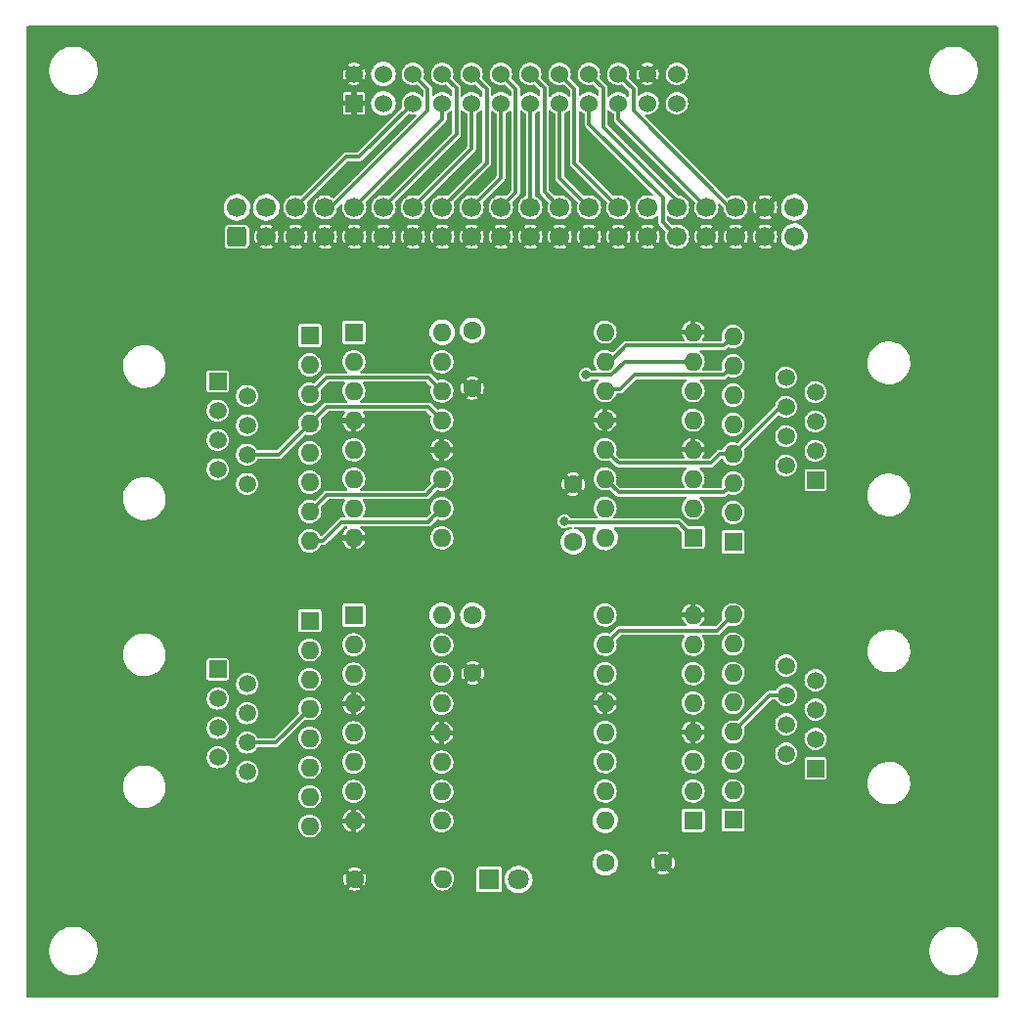
<source format=gbr>
%TF.GenerationSoftware,KiCad,Pcbnew,(6.0.7)*%
%TF.CreationDate,2022-08-13T18:52:35-04:00*%
%TF.ProjectId,Diff_Expansion,44696666-5f45-4787-9061-6e73696f6e2e,v3*%
%TF.SameCoordinates,Original*%
%TF.FileFunction,Copper,L2,Bot*%
%TF.FilePolarity,Positive*%
%FSLAX46Y46*%
G04 Gerber Fmt 4.6, Leading zero omitted, Abs format (unit mm)*
G04 Created by KiCad (PCBNEW (6.0.7)) date 2022-08-13 18:52:35*
%MOMM*%
%LPD*%
G01*
G04 APERTURE LIST*
G04 Aperture macros list*
%AMRoundRect*
0 Rectangle with rounded corners*
0 $1 Rounding radius*
0 $2 $3 $4 $5 $6 $7 $8 $9 X,Y pos of 4 corners*
0 Add a 4 corners polygon primitive as box body*
4,1,4,$2,$3,$4,$5,$6,$7,$8,$9,$2,$3,0*
0 Add four circle primitives for the rounded corners*
1,1,$1+$1,$2,$3*
1,1,$1+$1,$4,$5*
1,1,$1+$1,$6,$7*
1,1,$1+$1,$8,$9*
0 Add four rect primitives between the rounded corners*
20,1,$1+$1,$2,$3,$4,$5,0*
20,1,$1+$1,$4,$5,$6,$7,0*
20,1,$1+$1,$6,$7,$8,$9,0*
20,1,$1+$1,$8,$9,$2,$3,0*%
G04 Aperture macros list end*
%TA.AperFunction,ComponentPad*%
%ADD10R,1.600000X1.600000*%
%TD*%
%TA.AperFunction,ComponentPad*%
%ADD11O,1.600000X1.600000*%
%TD*%
%TA.AperFunction,ComponentPad*%
%ADD12R,1.500000X1.500000*%
%TD*%
%TA.AperFunction,ComponentPad*%
%ADD13C,1.500000*%
%TD*%
%TA.AperFunction,ComponentPad*%
%ADD14C,1.600000*%
%TD*%
%TA.AperFunction,ComponentPad*%
%ADD15R,1.800000X1.800000*%
%TD*%
%TA.AperFunction,ComponentPad*%
%ADD16C,1.800000*%
%TD*%
%TA.AperFunction,ComponentPad*%
%ADD17RoundRect,0.250000X0.600000X-0.600000X0.600000X0.600000X-0.600000X0.600000X-0.600000X-0.600000X0*%
%TD*%
%TA.AperFunction,ComponentPad*%
%ADD18C,1.700000*%
%TD*%
%TA.AperFunction,ComponentPad*%
%ADD19R,1.530000X1.530000*%
%TD*%
%TA.AperFunction,ComponentPad*%
%ADD20C,1.530000*%
%TD*%
%TA.AperFunction,ViaPad*%
%ADD21C,0.800000*%
%TD*%
%TA.AperFunction,Conductor*%
%ADD22C,0.350000*%
%TD*%
G04 APERTURE END LIST*
D10*
%TO.P,U4,1,1A*%
%TO.N,OUT29*%
X126379000Y-129661800D03*
D11*
%TO.P,U4,2,1Y*%
%TO.N,/Serial13_P*%
X126379000Y-127121800D03*
%TO.P,U4,3,1Z*%
%TO.N,/Serial13_N*%
X126379000Y-124581800D03*
%TO.P,U4,4,G*%
%TO.N,GND*%
X126379000Y-122041800D03*
%TO.P,U4,5,2Z*%
%TO.N,/Serial15_N*%
X126379000Y-119501800D03*
%TO.P,U4,6,2Y*%
%TO.N,/Serial15_P*%
X126379000Y-116961800D03*
%TO.P,U4,7,2A*%
%TO.N,OUT31*%
X126379000Y-114421800D03*
%TO.P,U4,8,GND*%
%TO.N,GND*%
X126379000Y-111881800D03*
%TO.P,U4,9,3A*%
%TO.N,OUT32*%
X118759000Y-111881800D03*
%TO.P,U4,10,3Y*%
%TO.N,/Serial16_P*%
X118759000Y-114421800D03*
%TO.P,U4,11,3Z*%
%TO.N,/Serial16_N*%
X118759000Y-116961800D03*
%TO.P,U4,12,~{G}*%
%TO.N,GND*%
X118759000Y-119501800D03*
%TO.P,U4,13,4Z*%
%TO.N,/Serial14_N*%
X118759000Y-122041800D03*
%TO.P,U4,14,4Y*%
%TO.N,/Serial14_P*%
X118759000Y-124581800D03*
%TO.P,U4,15,4A*%
%TO.N,OUT30*%
X118759000Y-127121800D03*
%TO.P,U4,16,VCC*%
%TO.N,+5V*%
X118759000Y-129661800D03*
%TD*%
D10*
%TO.P,U3,1,1A*%
%TO.N,OUT25*%
X126379000Y-105167800D03*
D11*
%TO.P,U3,2,1Y*%
%TO.N,/Serial9_P*%
X126379000Y-102627800D03*
%TO.P,U3,3,1Z*%
%TO.N,/Serial9_N*%
X126379000Y-100087800D03*
%TO.P,U3,4,G*%
%TO.N,GND*%
X126379000Y-97547800D03*
%TO.P,U3,5,2Z*%
%TO.N,/Serial11_N*%
X126379000Y-95007800D03*
%TO.P,U3,6,2Y*%
%TO.N,/Serial11_P*%
X126379000Y-92467800D03*
%TO.P,U3,7,2A*%
%TO.N,OUT27*%
X126379000Y-89927800D03*
%TO.P,U3,8,GND*%
%TO.N,GND*%
X126379000Y-87387800D03*
%TO.P,U3,9,3A*%
%TO.N,OUT28*%
X118759000Y-87387800D03*
%TO.P,U3,10,3Y*%
%TO.N,/Serial12_P*%
X118759000Y-89927800D03*
%TO.P,U3,11,3Z*%
%TO.N,/Serial12_N*%
X118759000Y-92467800D03*
%TO.P,U3,12,~{G}*%
%TO.N,GND*%
X118759000Y-95007800D03*
%TO.P,U3,13,4Z*%
%TO.N,/Serial10_N*%
X118759000Y-97547800D03*
%TO.P,U3,14,4Y*%
%TO.N,/Serial10_P*%
X118759000Y-100087800D03*
%TO.P,U3,15,4A*%
%TO.N,OUT26*%
X118759000Y-102627800D03*
%TO.P,U3,16,VCC*%
%TO.N,+5V*%
X118759000Y-105167800D03*
%TD*%
D10*
%TO.P,U2,1,1A*%
%TO.N,OUT21*%
X97009000Y-111911800D03*
D11*
%TO.P,U2,2,1Y*%
%TO.N,/Serial5_P*%
X97009000Y-114451800D03*
%TO.P,U2,3,1Z*%
%TO.N,/Serial5_N*%
X97009000Y-116991800D03*
%TO.P,U2,4,G*%
%TO.N,GND*%
X97009000Y-119531800D03*
%TO.P,U2,5,2Z*%
%TO.N,/Serial7_N*%
X97009000Y-122071800D03*
%TO.P,U2,6,2Y*%
%TO.N,/Serial7_P*%
X97009000Y-124611800D03*
%TO.P,U2,7,2A*%
%TO.N,OUT23*%
X97009000Y-127151800D03*
%TO.P,U2,8,GND*%
%TO.N,GND*%
X97009000Y-129691800D03*
%TO.P,U2,9,3A*%
%TO.N,OUT24*%
X104629000Y-129691800D03*
%TO.P,U2,10,3Y*%
%TO.N,/Serial8_P*%
X104629000Y-127151800D03*
%TO.P,U2,11,3Z*%
%TO.N,/Serial8_N*%
X104629000Y-124611800D03*
%TO.P,U2,12,~{G}*%
%TO.N,GND*%
X104629000Y-122071800D03*
%TO.P,U2,13,4Z*%
%TO.N,/Serial6_N*%
X104629000Y-119531800D03*
%TO.P,U2,14,4Y*%
%TO.N,/Serial6_P*%
X104629000Y-116991800D03*
%TO.P,U2,15,4A*%
%TO.N,OUT22*%
X104629000Y-114451800D03*
%TO.P,U2,16,VCC*%
%TO.N,+5V*%
X104629000Y-111911800D03*
%TD*%
D12*
%TO.P,J2,1*%
%TO.N,/Serial5_P*%
X85219000Y-116586800D03*
D13*
%TO.P,J2,2*%
%TO.N,/Serial5_N*%
X87759000Y-117856800D03*
%TO.P,J2,3*%
%TO.N,/Serial6_P*%
X85219000Y-119126800D03*
%TO.P,J2,4*%
%TO.N,/Serial7_N*%
X87759000Y-120396800D03*
%TO.P,J2,5*%
%TO.N,/Serial7_P*%
X85219000Y-121666800D03*
%TO.P,J2,6*%
%TO.N,/Serial6_N*%
X87759000Y-122936800D03*
%TO.P,J2,7*%
%TO.N,/Serial8_P*%
X85219000Y-124206800D03*
%TO.P,J2,8*%
%TO.N,/Serial8_N*%
X87759000Y-125476800D03*
%TD*%
D14*
%TO.P,C3,1*%
%TO.N,+5V*%
X115999000Y-105547800D03*
%TO.P,C3,2*%
%TO.N,GND*%
X115999000Y-100547800D03*
%TD*%
D10*
%TO.P,U1,1,1A*%
%TO.N,OUT17*%
X97009000Y-87417800D03*
D11*
%TO.P,U1,2,1Y*%
%TO.N,/Serial1_P*%
X97009000Y-89957800D03*
%TO.P,U1,3,1Z*%
%TO.N,/Serial1_N*%
X97009000Y-92497800D03*
%TO.P,U1,4,G*%
%TO.N,GND*%
X97009000Y-95037800D03*
%TO.P,U1,5,2Z*%
%TO.N,/Serial3_N*%
X97009000Y-97577800D03*
%TO.P,U1,6,2Y*%
%TO.N,/Serial3_P*%
X97009000Y-100117800D03*
%TO.P,U1,7,2A*%
%TO.N,OUT19*%
X97009000Y-102657800D03*
%TO.P,U1,8,GND*%
%TO.N,GND*%
X97009000Y-105197800D03*
%TO.P,U1,9,3A*%
%TO.N,OUT20*%
X104629000Y-105197800D03*
%TO.P,U1,10,3Y*%
%TO.N,/Serial4_P*%
X104629000Y-102657800D03*
%TO.P,U1,11,3Z*%
%TO.N,/Serial4_N*%
X104629000Y-100117800D03*
%TO.P,U1,12,~{G}*%
%TO.N,GND*%
X104629000Y-97577800D03*
%TO.P,U1,13,4Z*%
%TO.N,/Serial2_N*%
X104629000Y-95037800D03*
%TO.P,U1,14,4Y*%
%TO.N,/Serial2_P*%
X104629000Y-92497800D03*
%TO.P,U1,15,4A*%
%TO.N,OUT18*%
X104629000Y-89957800D03*
%TO.P,U1,16,VCC*%
%TO.N,+5V*%
X104629000Y-87417800D03*
%TD*%
D10*
%TO.P,RN4,1,R1.1*%
%TO.N,/Serial13_P*%
X129839000Y-129631800D03*
D11*
%TO.P,RN4,2,R1.2*%
%TO.N,/Serial13_N*%
X129839000Y-127091800D03*
%TO.P,RN4,3,R2.1*%
%TO.N,/Serial14_P*%
X129839000Y-124551800D03*
%TO.P,RN4,4,R2.2*%
%TO.N,/Serial14_N*%
X129839000Y-122011800D03*
%TO.P,RN4,5,R3.1*%
%TO.N,/Serial15_N*%
X129839000Y-119471800D03*
%TO.P,RN4,6,R3.2*%
%TO.N,/Serial15_P*%
X129839000Y-116931800D03*
%TO.P,RN4,7,R4.1*%
%TO.N,/Serial16_N*%
X129839000Y-114391800D03*
%TO.P,RN4,8,R4.2*%
%TO.N,/Serial16_P*%
X129839000Y-111851800D03*
%TD*%
D10*
%TO.P,RN3,1,R1.1*%
%TO.N,/Serial9_P*%
X129839000Y-105547800D03*
D11*
%TO.P,RN3,2,R1.2*%
%TO.N,/Serial9_N*%
X129839000Y-103007800D03*
%TO.P,RN3,3,R2.1*%
%TO.N,/Serial10_P*%
X129839000Y-100467800D03*
%TO.P,RN3,4,R2.2*%
%TO.N,/Serial10_N*%
X129839000Y-97927800D03*
%TO.P,RN3,5,R3.1*%
%TO.N,/Serial11_N*%
X129839000Y-95387800D03*
%TO.P,RN3,6,R3.2*%
%TO.N,/Serial11_P*%
X129839000Y-92847800D03*
%TO.P,RN3,7,R4.1*%
%TO.N,/Serial12_N*%
X129839000Y-90307800D03*
%TO.P,RN3,8,R4.2*%
%TO.N,/Serial12_P*%
X129839000Y-87767800D03*
%TD*%
D14*
%TO.P,C1,1*%
%TO.N,+5V*%
X107259000Y-87237800D03*
%TO.P,C1,2*%
%TO.N,GND*%
X107259000Y-92237800D03*
%TD*%
D10*
%TO.P,RN1,1,R1.1*%
%TO.N,/Serial1_P*%
X93189000Y-87687800D03*
D11*
%TO.P,RN1,2,R1.2*%
%TO.N,/Serial1_N*%
X93189000Y-90227800D03*
%TO.P,RN1,3,R2.1*%
%TO.N,/Serial2_P*%
X93189000Y-92767800D03*
%TO.P,RN1,4,R2.2*%
%TO.N,/Serial2_N*%
X93189000Y-95307800D03*
%TO.P,RN1,5,R3.1*%
%TO.N,/Serial3_N*%
X93189000Y-97847800D03*
%TO.P,RN1,6,R3.2*%
%TO.N,/Serial3_P*%
X93189000Y-100387800D03*
%TO.P,RN1,7,R4.1*%
%TO.N,/Serial4_N*%
X93189000Y-102927800D03*
%TO.P,RN1,8,R4.2*%
%TO.N,/Serial4_P*%
X93189000Y-105467800D03*
%TD*%
D12*
%TO.P,J4,1*%
%TO.N,/Serial13_P*%
X136969000Y-125151800D03*
D13*
%TO.P,J4,2*%
%TO.N,/Serial13_N*%
X134429000Y-123881800D03*
%TO.P,J4,3*%
%TO.N,/Serial14_P*%
X136969000Y-122611800D03*
%TO.P,J4,4*%
%TO.N,/Serial15_N*%
X134429000Y-121341800D03*
%TO.P,J4,5*%
%TO.N,/Serial15_P*%
X136969000Y-120071800D03*
%TO.P,J4,6*%
%TO.N,/Serial14_N*%
X134429000Y-118801800D03*
%TO.P,J4,7*%
%TO.N,/Serial16_P*%
X136969000Y-117531800D03*
%TO.P,J4,8*%
%TO.N,/Serial16_N*%
X134429000Y-116261800D03*
%TD*%
D12*
%TO.P,J3,1*%
%TO.N,/Serial9_P*%
X136969000Y-100207800D03*
D13*
%TO.P,J3,2*%
%TO.N,/Serial9_N*%
X134429000Y-98937800D03*
%TO.P,J3,3*%
%TO.N,/Serial10_P*%
X136969000Y-97667800D03*
%TO.P,J3,4*%
%TO.N,/Serial11_N*%
X134429000Y-96397800D03*
%TO.P,J3,5*%
%TO.N,/Serial11_P*%
X136969000Y-95127800D03*
%TO.P,J3,6*%
%TO.N,/Serial10_N*%
X134429000Y-93857800D03*
%TO.P,J3,7*%
%TO.N,/Serial12_P*%
X136969000Y-92587800D03*
%TO.P,J3,8*%
%TO.N,/Serial12_N*%
X134429000Y-91317800D03*
%TD*%
D12*
%TO.P,J1,1*%
%TO.N,/Serial1_P*%
X85219000Y-91642800D03*
D13*
%TO.P,J1,2*%
%TO.N,/Serial1_N*%
X87759000Y-92912800D03*
%TO.P,J1,3*%
%TO.N,/Serial2_P*%
X85219000Y-94182800D03*
%TO.P,J1,4*%
%TO.N,/Serial3_N*%
X87759000Y-95452800D03*
%TO.P,J1,5*%
%TO.N,/Serial3_P*%
X85219000Y-96722800D03*
%TO.P,J1,6*%
%TO.N,/Serial2_N*%
X87759000Y-97992800D03*
%TO.P,J1,7*%
%TO.N,/Serial4_P*%
X85219000Y-99262800D03*
%TO.P,J1,8*%
%TO.N,/Serial4_N*%
X87759000Y-100532800D03*
%TD*%
D14*
%TO.P,C2,1*%
%TO.N,+5V*%
X107309000Y-111901800D03*
%TO.P,C2,2*%
%TO.N,GND*%
X107309000Y-116901800D03*
%TD*%
%TO.P,C4,1*%
%TO.N,+5V*%
X118779000Y-133351800D03*
%TO.P,C4,2*%
%TO.N,GND*%
X123779000Y-133351800D03*
%TD*%
D15*
%TO.P,D1,1,K*%
%TO.N,Net-(D1-Pad1)*%
X108735000Y-134781800D03*
D16*
%TO.P,D1,2,A*%
%TO.N,+5V*%
X111275000Y-134781800D03*
%TD*%
D14*
%TO.P,R1,1*%
%TO.N,GND*%
X97075000Y-134731800D03*
D11*
%TO.P,R1,2*%
%TO.N,Net-(D1-Pad1)*%
X104695000Y-134731800D03*
%TD*%
D10*
%TO.P,RN2,1,R1.1*%
%TO.N,/Serial5_P*%
X93189000Y-112371800D03*
D11*
%TO.P,RN2,2,R1.2*%
%TO.N,/Serial5_N*%
X93189000Y-114911800D03*
%TO.P,RN2,3,R2.1*%
%TO.N,/Serial6_P*%
X93189000Y-117451800D03*
%TO.P,RN2,4,R2.2*%
%TO.N,/Serial6_N*%
X93189000Y-119991800D03*
%TO.P,RN2,5,R3.1*%
%TO.N,/Serial7_N*%
X93189000Y-122531800D03*
%TO.P,RN2,6,R3.2*%
%TO.N,/Serial7_P*%
X93189000Y-125071800D03*
%TO.P,RN2,7,R4.1*%
%TO.N,/Serial8_N*%
X93189000Y-127611800D03*
%TO.P,RN2,8,R4.2*%
%TO.N,/Serial8_P*%
X93189000Y-130151800D03*
%TD*%
D17*
%TO.P,J5,1,Pin_1*%
%TO.N,unconnected-(J5-Pad1)*%
X86881000Y-79129800D03*
D18*
%TO.P,J5,2,Pin_2*%
%TO.N,+5V*%
X86881000Y-76589800D03*
%TO.P,J5,3,Pin_3*%
%TO.N,GND*%
X89421000Y-79129800D03*
%TO.P,J5,4,Pin_4*%
%TO.N,+5V*%
X89421000Y-76589800D03*
%TO.P,J5,5,Pin_5*%
%TO.N,GND*%
X91961000Y-79129800D03*
%TO.P,J5,6,Pin_6*%
%TO.N,OUT17*%
X91961000Y-76589800D03*
%TO.P,J5,7,Pin_7*%
%TO.N,GND*%
X94501000Y-79129800D03*
%TO.P,J5,8,Pin_8*%
%TO.N,OUT18*%
X94501000Y-76589800D03*
%TO.P,J5,9,Pin_9*%
%TO.N,GND*%
X97041000Y-79129800D03*
%TO.P,J5,10,Pin_10*%
%TO.N,OUT19*%
X97041000Y-76589800D03*
%TO.P,J5,11,Pin_11*%
%TO.N,GND*%
X99581000Y-79129800D03*
%TO.P,J5,12,Pin_12*%
%TO.N,OUT20*%
X99581000Y-76589800D03*
%TO.P,J5,13,Pin_13*%
%TO.N,GND*%
X102121000Y-79129800D03*
%TO.P,J5,14,Pin_14*%
%TO.N,OUT21*%
X102121000Y-76589800D03*
%TO.P,J5,15,Pin_15*%
%TO.N,GND*%
X104661000Y-79129800D03*
%TO.P,J5,16,Pin_16*%
%TO.N,OUT22*%
X104661000Y-76589800D03*
%TO.P,J5,17,Pin_17*%
%TO.N,GND*%
X107201000Y-79129800D03*
%TO.P,J5,18,Pin_18*%
%TO.N,OUT23*%
X107201000Y-76589800D03*
%TO.P,J5,19,Pin_19*%
%TO.N,GND*%
X109741000Y-79129800D03*
%TO.P,J5,20,Pin_20*%
%TO.N,OUT24*%
X109741000Y-76589800D03*
%TO.P,J5,21,Pin_21*%
%TO.N,GND*%
X112281000Y-79129800D03*
%TO.P,J5,22,Pin_22*%
%TO.N,OUT25*%
X112281000Y-76589800D03*
%TO.P,J5,23,Pin_23*%
%TO.N,GND*%
X114821000Y-79129800D03*
%TO.P,J5,24,Pin_24*%
%TO.N,OUT26*%
X114821000Y-76589800D03*
%TO.P,J5,25,Pin_25*%
%TO.N,GND*%
X117361000Y-79129800D03*
%TO.P,J5,26,Pin_26*%
%TO.N,OUT27*%
X117361000Y-76589800D03*
%TO.P,J5,27,Pin_27*%
%TO.N,GND*%
X119901000Y-79129800D03*
%TO.P,J5,28,Pin_28*%
%TO.N,OUT28*%
X119901000Y-76589800D03*
%TO.P,J5,29,Pin_29*%
%TO.N,GND*%
X122441000Y-79129800D03*
%TO.P,J5,30,Pin_30*%
%TO.N,unconnected-(J5-Pad30)*%
X122441000Y-76589800D03*
%TO.P,J5,31,Pin_31*%
%TO.N,OUT29*%
X124981000Y-79129800D03*
%TO.P,J5,32,Pin_32*%
%TO.N,OUT30*%
X124981000Y-76589800D03*
%TO.P,J5,33,Pin_33*%
%TO.N,GND*%
X127521000Y-79129800D03*
%TO.P,J5,34,Pin_34*%
%TO.N,OUT31*%
X127521000Y-76589800D03*
%TO.P,J5,35,Pin_35*%
%TO.N,GND*%
X130061000Y-79129800D03*
%TO.P,J5,36,Pin_36*%
%TO.N,OUT32*%
X130061000Y-76589800D03*
%TO.P,J5,37,Pin_37*%
%TO.N,GND*%
X132601000Y-79129800D03*
%TO.P,J5,38,Pin_38*%
X132601000Y-76589800D03*
%TO.P,J5,39,Pin_39*%
%TO.N,+5V*%
X135141000Y-79129800D03*
%TO.P,J5,40,Pin_40*%
X135141000Y-76589800D03*
%TD*%
D19*
%TO.P,J6,1,Pin_1*%
%TO.N,GND*%
X97031000Y-67587800D03*
D20*
%TO.P,J6,2,Pin_2*%
X97031000Y-65047800D03*
%TO.P,J6,3,Pin_3*%
%TO.N,+5V*%
X99571000Y-67587800D03*
%TO.P,J6,4,Pin_4*%
X99571000Y-65047800D03*
%TO.P,J6,5,Pin_5*%
%TO.N,OUT17*%
X102111000Y-67587800D03*
%TO.P,J6,6,Pin_6*%
%TO.N,OUT18*%
X102111000Y-65047800D03*
%TO.P,J6,7,Pin_7*%
%TO.N,OUT19*%
X104651000Y-67587800D03*
%TO.P,J6,8,Pin_8*%
%TO.N,OUT20*%
X104651000Y-65047800D03*
%TO.P,J6,9,Pin_9*%
%TO.N,OUT21*%
X107191000Y-67587800D03*
%TO.P,J6,10,Pin_10*%
%TO.N,OUT22*%
X107191000Y-65047800D03*
%TO.P,J6,11,Pin_11*%
%TO.N,OUT23*%
X109731000Y-67587800D03*
%TO.P,J6,12,Pin_12*%
%TO.N,OUT24*%
X109731000Y-65047800D03*
%TO.P,J6,13,Pin_13*%
%TO.N,OUT25*%
X112271000Y-67587800D03*
%TO.P,J6,14,Pin_14*%
%TO.N,OUT26*%
X112271000Y-65047800D03*
%TO.P,J6,15,Pin_15*%
%TO.N,OUT27*%
X114811000Y-67587800D03*
%TO.P,J6,16,Pin_16*%
%TO.N,OUT28*%
X114811000Y-65047800D03*
%TO.P,J6,17,Pin_17*%
%TO.N,OUT29*%
X117351000Y-67587800D03*
%TO.P,J6,18,Pin_18*%
%TO.N,OUT30*%
X117351000Y-65047800D03*
%TO.P,J6,19,Pin_19*%
%TO.N,OUT31*%
X119891000Y-67587800D03*
%TO.P,J6,20,Pin_20*%
%TO.N,OUT32*%
X119891000Y-65047800D03*
%TO.P,J6,21,Pin_21*%
%TO.N,unconnected-(J6-Pad21)*%
X122431000Y-67587800D03*
%TO.P,J6,22,Pin_22*%
%TO.N,GND*%
X122431000Y-65047800D03*
%TO.P,J6,23,Pin_23*%
%TO.N,unconnected-(J6-Pad23)*%
X124971000Y-67587800D03*
%TO.P,J6,24,Pin_24*%
%TO.N,unconnected-(J6-Pad24)*%
X124971000Y-65047800D03*
%TD*%
D21*
%TO.N,GND*%
X125001000Y-70117800D03*
X104401000Y-70617800D03*
X117501000Y-71117800D03*
X106001000Y-71317800D03*
%TO.N,OUT27*%
X117099000Y-91097800D03*
%TO.N,OUT25*%
X115245000Y-103773800D03*
%TD*%
D22*
%TO.N,OUT32*%
X129573000Y-76589800D02*
X130061000Y-76589800D01*
X121201000Y-66357800D02*
X121201000Y-68217800D01*
X119891000Y-65047800D02*
X121201000Y-66357800D01*
X121201000Y-68217800D02*
X129573000Y-76589800D01*
%TO.N,OUT24*%
X111001000Y-75329800D02*
X111001000Y-66317800D01*
X109741000Y-76589800D02*
X111001000Y-75329800D01*
X111001000Y-66317800D02*
X109731000Y-65047800D01*
%TO.N,OUT31*%
X119891000Y-68959800D02*
X127521000Y-76589800D01*
X119891000Y-67587800D02*
X119891000Y-68959800D01*
%TO.N,OUT23*%
X109731000Y-67587800D02*
X109731000Y-74059800D01*
X109731000Y-74059800D02*
X107201000Y-76589800D01*
%TO.N,OUT30*%
X124981000Y-76589800D02*
X124981000Y-75997800D01*
X118601000Y-69617800D02*
X118601000Y-66297800D01*
X124981000Y-75997800D02*
X118601000Y-69617800D01*
X118601000Y-66297800D02*
X117351000Y-65047800D01*
%TO.N,OUT22*%
X108501000Y-66357800D02*
X107191000Y-65047800D01*
X108501000Y-72749800D02*
X108501000Y-66357800D01*
X104661000Y-76589800D02*
X108501000Y-72749800D01*
%TO.N,OUT21*%
X107191000Y-71519800D02*
X102121000Y-76589800D01*
X107191000Y-67587800D02*
X107191000Y-71519800D01*
%TO.N,OUT20*%
X105901000Y-70269800D02*
X105901000Y-66297800D01*
X99581000Y-76589800D02*
X105901000Y-70269800D01*
X105901000Y-66297800D02*
X104651000Y-65047800D01*
%TO.N,OUT27*%
X126379000Y-89927800D02*
X120498002Y-89927800D01*
X114811000Y-67587800D02*
X114811000Y-74039800D01*
X117104001Y-91102801D02*
X117099000Y-91097800D01*
X114811000Y-74039800D02*
X117361000Y-76589800D01*
X120498002Y-89927800D02*
X119323001Y-91102801D01*
X119323001Y-91102801D02*
X117104001Y-91102801D01*
%TO.N,OUT19*%
X104651000Y-67587800D02*
X104651000Y-68979800D01*
X104651000Y-68979800D02*
X97041000Y-76589800D01*
%TO.N,OUT26*%
X113501000Y-75269800D02*
X113501000Y-66277800D01*
X114821000Y-76589800D02*
X113501000Y-75269800D01*
X113501000Y-66277800D02*
X112271000Y-65047800D01*
%TO.N,OUT18*%
X103401000Y-68217800D02*
X95029000Y-76589800D01*
X95029000Y-76589800D02*
X94501000Y-76589800D01*
X103401000Y-66337800D02*
X103401000Y-68217800D01*
X102111000Y-65047800D02*
X103401000Y-66337800D01*
%TO.N,OUT25*%
X112271000Y-67587800D02*
X112271000Y-76579800D01*
X126379000Y-105167800D02*
X125093001Y-103881801D01*
X115353001Y-103881801D02*
X115245000Y-103773800D01*
X125093001Y-103881801D02*
X115353001Y-103881801D01*
X112271000Y-76579800D02*
X112281000Y-76589800D01*
%TO.N,OUT17*%
X97481000Y-72217800D02*
X96333000Y-72217800D01*
X96333000Y-72217800D02*
X91961000Y-76589800D01*
X102111000Y-67587800D02*
X97481000Y-72217800D01*
%TO.N,OUT29*%
X117351000Y-69367800D02*
X123742399Y-75759199D01*
X123742399Y-77891199D02*
X124981000Y-79129800D01*
X117351000Y-67587800D02*
X117351000Y-69367800D01*
X123742399Y-75759199D02*
X123742399Y-77891199D01*
%TO.N,OUT28*%
X116101000Y-72789800D02*
X116101000Y-66337800D01*
X116101000Y-66337800D02*
X114811000Y-65047800D01*
X119901000Y-76589800D02*
X116101000Y-72789800D01*
%TO.N,/Serial4_N*%
X94634001Y-101482799D02*
X103264001Y-101482799D01*
X93189000Y-102927800D02*
X94634001Y-101482799D01*
X103264001Y-101482799D02*
X103829001Y-100917799D01*
X103829001Y-100917799D02*
X104629000Y-100117800D01*
%TO.N,/Serial4_P*%
X103453999Y-103832801D02*
X103829001Y-103457799D01*
X95955369Y-103832801D02*
X103453999Y-103832801D01*
X103829001Y-103457799D02*
X104629000Y-102657800D01*
X94320370Y-105467800D02*
X95955369Y-103832801D01*
X93189000Y-105467800D02*
X94320370Y-105467800D01*
%TO.N,/Serial2_N*%
X90504000Y-97992800D02*
X93189000Y-95307800D01*
X97573001Y-93862799D02*
X97578002Y-93867800D01*
X93189000Y-95307800D02*
X94629000Y-93867800D01*
X96444999Y-93862799D02*
X97573001Y-93862799D01*
X87759000Y-97992800D02*
X90504000Y-97992800D01*
X94629000Y-93867800D02*
X96439998Y-93867800D01*
X97578002Y-93867800D02*
X103459000Y-93867800D01*
X96439998Y-93867800D02*
X96444999Y-93862799D01*
X103459000Y-93867800D02*
X104629000Y-95037800D01*
%TO.N,/Serial2_P*%
X97573001Y-91322799D02*
X97578002Y-91327800D01*
X96444999Y-91322799D02*
X97573001Y-91322799D01*
X93189000Y-92767800D02*
X94629000Y-91327800D01*
X94629000Y-91327800D02*
X96439998Y-91327800D01*
X96439998Y-91327800D02*
X96444999Y-91322799D01*
X97578002Y-91327800D02*
X103459000Y-91327800D01*
X103459000Y-91327800D02*
X104629000Y-92497800D01*
%TO.N,/Serial6_N*%
X90244000Y-122936800D02*
X93189000Y-119991800D01*
X87759000Y-122936800D02*
X90244000Y-122936800D01*
%TO.N,/Serial12_N*%
X120071000Y-92343800D02*
X118883000Y-92343800D01*
X121307001Y-91107799D02*
X120071000Y-92343800D01*
X118883000Y-92343800D02*
X118759000Y-92467800D01*
X129839000Y-90307800D02*
X129039001Y-91107799D01*
X129039001Y-91107799D02*
X121307001Y-91107799D01*
%TO.N,/Serial12_P*%
X129039001Y-88567799D02*
X129839000Y-87767800D01*
X118759000Y-89927800D02*
X119185000Y-89927800D01*
X120545001Y-88567799D02*
X129039001Y-88567799D01*
X119185000Y-89927800D02*
X120545001Y-88567799D01*
%TO.N,/Serial10_N*%
X128707630Y-97927800D02*
X127912629Y-98722801D01*
X119934001Y-98722801D02*
X119558999Y-98347799D01*
X119558999Y-98347799D02*
X118759000Y-97547800D01*
X133909000Y-93857800D02*
X134429000Y-93857800D01*
X129839000Y-97927800D02*
X128707630Y-97927800D01*
X127912629Y-98722801D02*
X119934001Y-98722801D01*
X129839000Y-97927800D02*
X133909000Y-93857800D01*
%TO.N,/Serial10_P*%
X129039001Y-101267799D02*
X129839000Y-100467800D01*
X119938999Y-101267799D02*
X129039001Y-101267799D01*
X118759000Y-100087800D02*
X119938999Y-101267799D01*
%TO.N,/Serial16_P*%
X119934001Y-113246799D02*
X128444001Y-113246799D01*
X118759000Y-114421800D02*
X119934001Y-113246799D01*
X129039001Y-112651799D02*
X129839000Y-111851800D01*
X128444001Y-113246799D02*
X129039001Y-112651799D01*
%TO.N,/Serial14_N*%
X133049000Y-118801800D02*
X134429000Y-118801800D01*
X129839000Y-122011800D02*
X133049000Y-118801800D01*
%TD*%
%TA.AperFunction,Conductor*%
%TO.N,GND*%
G36*
X152705939Y-60894759D02*
G01*
X152731870Y-60914657D01*
X152750143Y-60932930D01*
X152770041Y-60958861D01*
X152790500Y-61019129D01*
X152790500Y-144856471D01*
X152770041Y-144916739D01*
X152750143Y-144942670D01*
X152731870Y-144960943D01*
X152705939Y-144980841D01*
X152645671Y-145001300D01*
X68808329Y-145001300D01*
X68748061Y-144980841D01*
X68722130Y-144960943D01*
X68703857Y-144942670D01*
X68683959Y-144916739D01*
X68663500Y-144856471D01*
X68663500Y-141102000D01*
X70629747Y-141102000D01*
X70667129Y-141385949D01*
X70668020Y-141389206D01*
X70668021Y-141389211D01*
X70673035Y-141407539D01*
X70742702Y-141662198D01*
X70855068Y-141925635D01*
X71002146Y-142171385D01*
X71004252Y-142174014D01*
X71004255Y-142174018D01*
X71091680Y-142283142D01*
X71181215Y-142394900D01*
X71388962Y-142592045D01*
X71391701Y-142594013D01*
X71391702Y-142594014D01*
X71408395Y-142606009D01*
X71621543Y-142759171D01*
X71874653Y-142893186D01*
X71877822Y-142894346D01*
X71877825Y-142894347D01*
X71901941Y-142903172D01*
X72143610Y-142991610D01*
X72283523Y-143022116D01*
X72420151Y-143051906D01*
X72420155Y-143051907D01*
X72423436Y-143052622D01*
X72648053Y-143070300D01*
X72802992Y-143070300D01*
X73016737Y-143055728D01*
X73144774Y-143029213D01*
X73293890Y-142998333D01*
X73293896Y-142998331D01*
X73297186Y-142997650D01*
X73300352Y-142996529D01*
X73300355Y-142996528D01*
X73400911Y-142960919D01*
X73567158Y-142902048D01*
X73570151Y-142900503D01*
X73570156Y-142900501D01*
X73818654Y-142772242D01*
X73818660Y-142772238D01*
X73821658Y-142770691D01*
X73835803Y-142760750D01*
X74053228Y-142607941D01*
X74053234Y-142607936D01*
X74055976Y-142606009D01*
X74265776Y-142411051D01*
X74267910Y-142408444D01*
X74445039Y-142192036D01*
X74445044Y-142192029D01*
X74447177Y-142189423D01*
X74596820Y-141945227D01*
X74598173Y-141942145D01*
X74710585Y-141686065D01*
X74710587Y-141686061D01*
X74711938Y-141682982D01*
X74790400Y-141407539D01*
X74830754Y-141123996D01*
X74830869Y-141102000D01*
X146829747Y-141102000D01*
X146867129Y-141385949D01*
X146868020Y-141389206D01*
X146868021Y-141389211D01*
X146873035Y-141407539D01*
X146942702Y-141662198D01*
X147055068Y-141925635D01*
X147202146Y-142171385D01*
X147204252Y-142174014D01*
X147204255Y-142174018D01*
X147291680Y-142283142D01*
X147381215Y-142394900D01*
X147588962Y-142592045D01*
X147591701Y-142594013D01*
X147591702Y-142594014D01*
X147608395Y-142606009D01*
X147821543Y-142759171D01*
X148074653Y-142893186D01*
X148077822Y-142894346D01*
X148077825Y-142894347D01*
X148101941Y-142903172D01*
X148343610Y-142991610D01*
X148483523Y-143022116D01*
X148620151Y-143051906D01*
X148620155Y-143051907D01*
X148623436Y-143052622D01*
X148848053Y-143070300D01*
X149002992Y-143070300D01*
X149216737Y-143055728D01*
X149344774Y-143029213D01*
X149493890Y-142998333D01*
X149493896Y-142998331D01*
X149497186Y-142997650D01*
X149500352Y-142996529D01*
X149500355Y-142996528D01*
X149600911Y-142960919D01*
X149767158Y-142902048D01*
X149770151Y-142900503D01*
X149770156Y-142900501D01*
X150018654Y-142772242D01*
X150018660Y-142772238D01*
X150021658Y-142770691D01*
X150035803Y-142760750D01*
X150253228Y-142607941D01*
X150253234Y-142607936D01*
X150255976Y-142606009D01*
X150465776Y-142411051D01*
X150467910Y-142408444D01*
X150645039Y-142192036D01*
X150645044Y-142192029D01*
X150647177Y-142189423D01*
X150796820Y-141945227D01*
X150798173Y-141942145D01*
X150910585Y-141686065D01*
X150910587Y-141686061D01*
X150911938Y-141682982D01*
X150990400Y-141407539D01*
X151030754Y-141123996D01*
X151032253Y-140837600D01*
X150994871Y-140553651D01*
X150989881Y-140535408D01*
X150920189Y-140280658D01*
X150920188Y-140280655D01*
X150919298Y-140277402D01*
X150806932Y-140013965D01*
X150659854Y-139768215D01*
X150643310Y-139747564D01*
X150482894Y-139547333D01*
X150480785Y-139544700D01*
X150273038Y-139347555D01*
X150256791Y-139335880D01*
X150229307Y-139316131D01*
X150040457Y-139180429D01*
X149787347Y-139046414D01*
X149784178Y-139045254D01*
X149784175Y-139045253D01*
X149705959Y-139016630D01*
X149518390Y-138947990D01*
X149378477Y-138917484D01*
X149241849Y-138887694D01*
X149241845Y-138887693D01*
X149238564Y-138886978D01*
X149013947Y-138869300D01*
X148859008Y-138869300D01*
X148645263Y-138883872D01*
X148517226Y-138910387D01*
X148368110Y-138941267D01*
X148368104Y-138941269D01*
X148364814Y-138941950D01*
X148361648Y-138943071D01*
X148361645Y-138943072D01*
X148344487Y-138949148D01*
X148094842Y-139037552D01*
X148091849Y-139039097D01*
X148091844Y-139039099D01*
X147843346Y-139167358D01*
X147843340Y-139167362D01*
X147840342Y-139168909D01*
X147837582Y-139170849D01*
X147837580Y-139170850D01*
X147608772Y-139331659D01*
X147608766Y-139331664D01*
X147606024Y-139333591D01*
X147396224Y-139528549D01*
X147394091Y-139531154D01*
X147394090Y-139531156D01*
X147216961Y-139747564D01*
X147216956Y-139747571D01*
X147214823Y-139750177D01*
X147065180Y-139994373D01*
X147063828Y-139997454D01*
X147063827Y-139997455D01*
X147057854Y-140011063D01*
X146950062Y-140256618D01*
X146871600Y-140532061D01*
X146831246Y-140815604D01*
X146829747Y-141102000D01*
X74830869Y-141102000D01*
X74832253Y-140837600D01*
X74794871Y-140553651D01*
X74789881Y-140535408D01*
X74720189Y-140280658D01*
X74720188Y-140280655D01*
X74719298Y-140277402D01*
X74606932Y-140013965D01*
X74459854Y-139768215D01*
X74443310Y-139747564D01*
X74282894Y-139547333D01*
X74280785Y-139544700D01*
X74073038Y-139347555D01*
X74056791Y-139335880D01*
X74029307Y-139316131D01*
X73840457Y-139180429D01*
X73587347Y-139046414D01*
X73584178Y-139045254D01*
X73584175Y-139045253D01*
X73505959Y-139016630D01*
X73318390Y-138947990D01*
X73178477Y-138917484D01*
X73041849Y-138887694D01*
X73041845Y-138887693D01*
X73038564Y-138886978D01*
X72813947Y-138869300D01*
X72659008Y-138869300D01*
X72445263Y-138883872D01*
X72317226Y-138910387D01*
X72168110Y-138941267D01*
X72168104Y-138941269D01*
X72164814Y-138941950D01*
X72161648Y-138943071D01*
X72161645Y-138943072D01*
X72144487Y-138949148D01*
X71894842Y-139037552D01*
X71891849Y-139039097D01*
X71891844Y-139039099D01*
X71643346Y-139167358D01*
X71643340Y-139167362D01*
X71640342Y-139168909D01*
X71637582Y-139170849D01*
X71637580Y-139170850D01*
X71408772Y-139331659D01*
X71408766Y-139331664D01*
X71406024Y-139333591D01*
X71196224Y-139528549D01*
X71194091Y-139531154D01*
X71194090Y-139531156D01*
X71016961Y-139747564D01*
X71016956Y-139747571D01*
X71014823Y-139750177D01*
X70865180Y-139994373D01*
X70863828Y-139997454D01*
X70863827Y-139997455D01*
X70857854Y-140011063D01*
X70750062Y-140256618D01*
X70671600Y-140532061D01*
X70631246Y-140815604D01*
X70629747Y-141102000D01*
X68663500Y-141102000D01*
X68663500Y-135580445D01*
X96549825Y-135580445D01*
X96557054Y-135587957D01*
X96668488Y-135650235D01*
X96677316Y-135654092D01*
X96854627Y-135711704D01*
X96864027Y-135713771D01*
X97049155Y-135735846D01*
X97058781Y-135736048D01*
X97244659Y-135721745D01*
X97254153Y-135720071D01*
X97433713Y-135669936D01*
X97442693Y-135666454D01*
X97593974Y-135590036D01*
X97602013Y-135582053D01*
X97596821Y-135571819D01*
X97086086Y-135061084D01*
X97074203Y-135055030D01*
X97069172Y-135055826D01*
X96555302Y-135569696D01*
X96549825Y-135580445D01*
X68663500Y-135580445D01*
X68663500Y-134722590D01*
X96070664Y-134722590D01*
X96086264Y-134908374D01*
X96088002Y-134917842D01*
X96139388Y-135097048D01*
X96142939Y-135106016D01*
X96217125Y-135250364D01*
X96225253Y-135258435D01*
X96235317Y-135253285D01*
X96745716Y-134742886D01*
X96750958Y-134732597D01*
X97398230Y-134732597D01*
X97399026Y-134737628D01*
X97912662Y-135251264D01*
X97923517Y-135256795D01*
X97930925Y-135249716D01*
X97990577Y-135144711D01*
X97994493Y-135135916D01*
X98053341Y-134959012D01*
X98055475Y-134949618D01*
X98079099Y-134762610D01*
X98079486Y-134757083D01*
X98079800Y-134734559D01*
X98079570Y-134729061D01*
X98078462Y-134717763D01*
X103689757Y-134717763D01*
X103693059Y-134757083D01*
X103705763Y-134908374D01*
X103706175Y-134913283D01*
X103707508Y-134917931D01*
X103707508Y-134917932D01*
X103748557Y-135061084D01*
X103760258Y-135101891D01*
X103762473Y-135106201D01*
X103847731Y-135272096D01*
X103847734Y-135272100D01*
X103849944Y-135276401D01*
X103971818Y-135430169D01*
X103975505Y-135433307D01*
X103975507Y-135433309D01*
X104117550Y-135554197D01*
X104117555Y-135554200D01*
X104121238Y-135557335D01*
X104125460Y-135559695D01*
X104125465Y-135559698D01*
X104235692Y-135621301D01*
X104292513Y-135653057D01*
X104393549Y-135685886D01*
X104474513Y-135712193D01*
X104474516Y-135712194D01*
X104479118Y-135713689D01*
X104673946Y-135736921D01*
X104678768Y-135736550D01*
X104678771Y-135736550D01*
X104864748Y-135722240D01*
X104864753Y-135722239D01*
X104869576Y-135721868D01*
X104942353Y-135701548D01*
X107634500Y-135701548D01*
X107646133Y-135760031D01*
X107690448Y-135826352D01*
X107756769Y-135870667D01*
X107766332Y-135872569D01*
X107766334Y-135872570D01*
X107789005Y-135877079D01*
X107815252Y-135882300D01*
X109654748Y-135882300D01*
X109680995Y-135877079D01*
X109703666Y-135872570D01*
X109703668Y-135872569D01*
X109713231Y-135870667D01*
X109779552Y-135826352D01*
X109823867Y-135760031D01*
X109835500Y-135701548D01*
X109835500Y-134750240D01*
X110069770Y-134750240D01*
X110075428Y-134836560D01*
X110083461Y-134959123D01*
X110084200Y-134970404D01*
X110085316Y-134974797D01*
X110085316Y-134974799D01*
X110137395Y-135179858D01*
X110138511Y-135184252D01*
X110230883Y-135384621D01*
X110358222Y-135564802D01*
X110376718Y-135582820D01*
X110498595Y-135701548D01*
X110516264Y-135718761D01*
X110699717Y-135841340D01*
X110902436Y-135928435D01*
X110980165Y-135946023D01*
X111113206Y-135976128D01*
X111113211Y-135976129D01*
X111117632Y-135977129D01*
X111227865Y-135981460D01*
X111333565Y-135985613D01*
X111333566Y-135985613D01*
X111338098Y-135985791D01*
X111556452Y-135954131D01*
X111560751Y-135952672D01*
X111560754Y-135952671D01*
X111761078Y-135884670D01*
X111765379Y-135883210D01*
X111784379Y-135872570D01*
X111953925Y-135777619D01*
X111957884Y-135775402D01*
X112103191Y-135654551D01*
X112124024Y-135637224D01*
X112127518Y-135634318D01*
X112268602Y-135464684D01*
X112376410Y-135272179D01*
X112419610Y-135144915D01*
X112445871Y-135067554D01*
X112445872Y-135067551D01*
X112447331Y-135063252D01*
X112460156Y-134974799D01*
X112478571Y-134847797D01*
X112478571Y-134847791D01*
X112478991Y-134844898D01*
X112480643Y-134781800D01*
X112475976Y-134731003D01*
X112460869Y-134566609D01*
X112460454Y-134562089D01*
X112415450Y-134402516D01*
X112401799Y-134354111D01*
X112401798Y-134354110D01*
X112400565Y-134349736D01*
X112398557Y-134345664D01*
X112398555Y-134345659D01*
X112304988Y-134155925D01*
X112302980Y-134151853D01*
X112170967Y-133975067D01*
X112098539Y-133908115D01*
X112012279Y-133828377D01*
X112012278Y-133828376D01*
X112008949Y-133825299D01*
X111966891Y-133798762D01*
X111826187Y-133709985D01*
X111822350Y-133707564D01*
X111617421Y-133625806D01*
X111401024Y-133582762D01*
X111292347Y-133581339D01*
X111184946Y-133579933D01*
X111184941Y-133579933D01*
X111180406Y-133579874D01*
X111175933Y-133580643D01*
X111175928Y-133580643D01*
X110967435Y-133616468D01*
X110967429Y-133616470D01*
X110962957Y-133617238D01*
X110935176Y-133627487D01*
X110760220Y-133692031D01*
X110760217Y-133692032D01*
X110755957Y-133693604D01*
X110752054Y-133695926D01*
X110752052Y-133695927D01*
X110699955Y-133726922D01*
X110566341Y-133806414D01*
X110562926Y-133809409D01*
X110562923Y-133809411D01*
X110479557Y-133882521D01*
X110400457Y-133951890D01*
X110263863Y-134125160D01*
X110261749Y-134129178D01*
X110177170Y-134289936D01*
X110161131Y-134320420D01*
X110095703Y-134531133D01*
X110095169Y-134535643D01*
X110095169Y-134535644D01*
X110071858Y-134732597D01*
X110069770Y-134750240D01*
X109835500Y-134750240D01*
X109835500Y-133862052D01*
X109828802Y-133828377D01*
X109825770Y-133813134D01*
X109825769Y-133813132D01*
X109823867Y-133803569D01*
X109779552Y-133737248D01*
X109713231Y-133692933D01*
X109703668Y-133691031D01*
X109703666Y-133691030D01*
X109680995Y-133686521D01*
X109654748Y-133681300D01*
X107815252Y-133681300D01*
X107789005Y-133686521D01*
X107766334Y-133691030D01*
X107766332Y-133691031D01*
X107756769Y-133692933D01*
X107690448Y-133737248D01*
X107646133Y-133803569D01*
X107644231Y-133813132D01*
X107644230Y-133813134D01*
X107641198Y-133828377D01*
X107634500Y-133862052D01*
X107634500Y-135701548D01*
X104942353Y-135701548D01*
X105058556Y-135669103D01*
X105062869Y-135666924D01*
X105062875Y-135666922D01*
X105229368Y-135582820D01*
X105229370Y-135582818D01*
X105233689Y-135580637D01*
X105260490Y-135559698D01*
X105384487Y-135462822D01*
X105384491Y-135462818D01*
X105388303Y-135459840D01*
X105413915Y-135430169D01*
X105513345Y-135314977D01*
X105513347Y-135314975D01*
X105516509Y-135311311D01*
X105518902Y-135307099D01*
X105611036Y-135144915D01*
X105611037Y-135144912D01*
X105613425Y-135140709D01*
X105615020Y-135135916D01*
X105673831Y-134959123D01*
X105673831Y-134959121D01*
X105675358Y-134954532D01*
X105699949Y-134759871D01*
X105700084Y-134750240D01*
X105700186Y-134742886D01*
X105700341Y-134731800D01*
X105699438Y-134722583D01*
X105690751Y-134633992D01*
X105681194Y-134536528D01*
X105624484Y-134348694D01*
X105575664Y-134256878D01*
X105534643Y-134179727D01*
X105534641Y-134179723D01*
X105532370Y-134175453D01*
X105516444Y-134155925D01*
X105411422Y-134027155D01*
X105411421Y-134027154D01*
X105408361Y-134023402D01*
X105257180Y-133898335D01*
X105122103Y-133825299D01*
X105088839Y-133807313D01*
X105088838Y-133807313D01*
X105084585Y-133805013D01*
X104897152Y-133746993D01*
X104892342Y-133746487D01*
X104892340Y-133746487D01*
X104706835Y-133726989D01*
X104706833Y-133726989D01*
X104702019Y-133726483D01*
X104643277Y-133731829D01*
X104511438Y-133743827D01*
X104511435Y-133743828D01*
X104506618Y-133744266D01*
X104501976Y-133745632D01*
X104501972Y-133745633D01*
X104323040Y-133798296D01*
X104323037Y-133798297D01*
X104318393Y-133799664D01*
X104144512Y-133890567D01*
X104140743Y-133893597D01*
X104140742Y-133893598D01*
X104132428Y-133900283D01*
X103991600Y-134013511D01*
X103965186Y-134044990D01*
X103868589Y-134160110D01*
X103868586Y-134160114D01*
X103865480Y-134163816D01*
X103770956Y-134335754D01*
X103769492Y-134340368D01*
X103769491Y-134340371D01*
X103735489Y-134447560D01*
X103711628Y-134522778D01*
X103711088Y-134527590D01*
X103711088Y-134527591D01*
X103706712Y-134566609D01*
X103689757Y-134717763D01*
X98078462Y-134717763D01*
X98061174Y-134541436D01*
X98059305Y-134531998D01*
X98005418Y-134353518D01*
X98001748Y-134344614D01*
X97932266Y-134213937D01*
X97923849Y-134205809D01*
X97914131Y-134210867D01*
X97404284Y-134720714D01*
X97398230Y-134732597D01*
X96750958Y-134732597D01*
X96751770Y-134731003D01*
X96750974Y-134725972D01*
X96236833Y-134211831D01*
X96226191Y-134206409D01*
X96218577Y-134213788D01*
X96153750Y-134331708D01*
X96149952Y-134340569D01*
X96093583Y-134518267D01*
X96091579Y-134527695D01*
X96070798Y-134712962D01*
X96070664Y-134722590D01*
X68663500Y-134722590D01*
X68663500Y-133882521D01*
X96548704Y-133882521D01*
X96553808Y-133892410D01*
X97063914Y-134402516D01*
X97075797Y-134408570D01*
X97080828Y-134407774D01*
X97595276Y-133893326D01*
X97600643Y-133882792D01*
X97593115Y-133875078D01*
X97468645Y-133807776D01*
X97459774Y-133804047D01*
X97281673Y-133748916D01*
X97272239Y-133746979D01*
X97086831Y-133727491D01*
X97077193Y-133727424D01*
X96891532Y-133744320D01*
X96882066Y-133746126D01*
X96703228Y-133798762D01*
X96694287Y-133802375D01*
X96556808Y-133874247D01*
X96548704Y-133882521D01*
X68663500Y-133882521D01*
X68663500Y-133322869D01*
X117674164Y-133322869D01*
X117687392Y-133524694D01*
X117688508Y-133529087D01*
X117688508Y-133529089D01*
X117713071Y-133625806D01*
X117737178Y-133720728D01*
X117821856Y-133904407D01*
X117938588Y-134069580D01*
X118083466Y-134210713D01*
X118251637Y-134323082D01*
X118437470Y-134402922D01*
X118634740Y-134447560D01*
X118836842Y-134455500D01*
X118890377Y-134447738D01*
X119032519Y-134427129D01*
X119032522Y-134427128D01*
X119037007Y-134426478D01*
X119132769Y-134393971D01*
X119224234Y-134362923D01*
X119224237Y-134362921D01*
X119228531Y-134361464D01*
X119366476Y-134284212D01*
X119401039Y-134264856D01*
X119401041Y-134264855D01*
X119405001Y-134262637D01*
X119479778Y-134200445D01*
X123253825Y-134200445D01*
X123261054Y-134207957D01*
X123372488Y-134270235D01*
X123381316Y-134274092D01*
X123558627Y-134331704D01*
X123568027Y-134333771D01*
X123753155Y-134355846D01*
X123762781Y-134356048D01*
X123948659Y-134341745D01*
X123958153Y-134340071D01*
X124137713Y-134289936D01*
X124146693Y-134286454D01*
X124297974Y-134210036D01*
X124306013Y-134202053D01*
X124300821Y-134191819D01*
X123790086Y-133681084D01*
X123778203Y-133675030D01*
X123773172Y-133675826D01*
X123259302Y-134189696D01*
X123253825Y-134200445D01*
X119479778Y-134200445D01*
X119560505Y-134133305D01*
X119689837Y-133977801D01*
X119788664Y-133801331D01*
X119804081Y-133755916D01*
X119829409Y-133681300D01*
X119853678Y-133609807D01*
X119857907Y-133580643D01*
X119882283Y-133412517D01*
X119882700Y-133409642D01*
X119883925Y-133362886D01*
X119884139Y-133354713D01*
X119884139Y-133354708D01*
X119884215Y-133351800D01*
X119883680Y-133345972D01*
X119883369Y-133342590D01*
X122774664Y-133342590D01*
X122790264Y-133528374D01*
X122792002Y-133537842D01*
X122843388Y-133717048D01*
X122846939Y-133726016D01*
X122921125Y-133870364D01*
X122929253Y-133878435D01*
X122939317Y-133873285D01*
X123449716Y-133362886D01*
X123454958Y-133352597D01*
X124102230Y-133352597D01*
X124103026Y-133357628D01*
X124616662Y-133871264D01*
X124627517Y-133876795D01*
X124634925Y-133869716D01*
X124694577Y-133764711D01*
X124698493Y-133755916D01*
X124757341Y-133579012D01*
X124759475Y-133569618D01*
X124783099Y-133382610D01*
X124783486Y-133377083D01*
X124783800Y-133354559D01*
X124783570Y-133349061D01*
X124765174Y-133161436D01*
X124763305Y-133151998D01*
X124709418Y-132973518D01*
X124705748Y-132964614D01*
X124636266Y-132833937D01*
X124627849Y-132825809D01*
X124618131Y-132830867D01*
X124108284Y-133340714D01*
X124102230Y-133352597D01*
X123454958Y-133352597D01*
X123455770Y-133351003D01*
X123454974Y-133345972D01*
X122940833Y-132831831D01*
X122930191Y-132826409D01*
X122922577Y-132833788D01*
X122857750Y-132951708D01*
X122853952Y-132960569D01*
X122797583Y-133138267D01*
X122795579Y-133147695D01*
X122774798Y-133332962D01*
X122774664Y-133342590D01*
X119883369Y-133342590D01*
X119866123Y-133154909D01*
X119865708Y-133150391D01*
X119810807Y-132955726D01*
X119721351Y-132774327D01*
X119600335Y-132612267D01*
X119481612Y-132502521D01*
X123252704Y-132502521D01*
X123257808Y-132512410D01*
X123767914Y-133022516D01*
X123779797Y-133028570D01*
X123784828Y-133027774D01*
X124299276Y-132513326D01*
X124304643Y-132502792D01*
X124297115Y-132495078D01*
X124172645Y-132427776D01*
X124163774Y-132424047D01*
X123985673Y-132368916D01*
X123976239Y-132366979D01*
X123790831Y-132347491D01*
X123781193Y-132347424D01*
X123595532Y-132364320D01*
X123586066Y-132366126D01*
X123407228Y-132418762D01*
X123398287Y-132422375D01*
X123260808Y-132494247D01*
X123252704Y-132502521D01*
X119481612Y-132502521D01*
X119451812Y-132474974D01*
X119429125Y-132460659D01*
X119284594Y-132369467D01*
X119280757Y-132367046D01*
X119092898Y-132292098D01*
X118894526Y-132252639D01*
X118794930Y-132251335D01*
X118696826Y-132250051D01*
X118696821Y-132250051D01*
X118692286Y-132249992D01*
X118687813Y-132250761D01*
X118687808Y-132250761D01*
X118589245Y-132267698D01*
X118492949Y-132284244D01*
X118303193Y-132354249D01*
X118129371Y-132457662D01*
X118125956Y-132460657D01*
X118125953Y-132460659D01*
X118086706Y-132495078D01*
X117977305Y-132591020D01*
X117852089Y-132749857D01*
X117757914Y-132928853D01*
X117756569Y-132933184D01*
X117756568Y-132933187D01*
X117727199Y-133027774D01*
X117697937Y-133122013D01*
X117674164Y-133322869D01*
X68663500Y-133322869D01*
X68663500Y-130137763D01*
X92183757Y-130137763D01*
X92200175Y-130333283D01*
X92201508Y-130337931D01*
X92201508Y-130337932D01*
X92252052Y-130514197D01*
X92254258Y-130521891D01*
X92256473Y-130526201D01*
X92341731Y-130692096D01*
X92341734Y-130692100D01*
X92343944Y-130696401D01*
X92465818Y-130850169D01*
X92469505Y-130853307D01*
X92469507Y-130853309D01*
X92611550Y-130974197D01*
X92611555Y-130974200D01*
X92615238Y-130977335D01*
X92619460Y-130979695D01*
X92619465Y-130979698D01*
X92660838Y-131002820D01*
X92786513Y-131073057D01*
X92887549Y-131105886D01*
X92968513Y-131132193D01*
X92968516Y-131132194D01*
X92973118Y-131133689D01*
X93167946Y-131156921D01*
X93172768Y-131156550D01*
X93172771Y-131156550D01*
X93358748Y-131142240D01*
X93358753Y-131142239D01*
X93363576Y-131141868D01*
X93552556Y-131089103D01*
X93556869Y-131086924D01*
X93556875Y-131086922D01*
X93723368Y-131002820D01*
X93723370Y-131002818D01*
X93727689Y-131000637D01*
X93754490Y-130979698D01*
X93878487Y-130882822D01*
X93878491Y-130882818D01*
X93882303Y-130879840D01*
X93907915Y-130850169D01*
X94007345Y-130734977D01*
X94007347Y-130734975D01*
X94010509Y-130731311D01*
X94020387Y-130713923D01*
X94105036Y-130564915D01*
X94105037Y-130564912D01*
X94107425Y-130560709D01*
X94111607Y-130548140D01*
X94167831Y-130379123D01*
X94167831Y-130379121D01*
X94169358Y-130374532D01*
X94180315Y-130287801D01*
X94186328Y-130240195D01*
X94193949Y-130179871D01*
X94194341Y-130151800D01*
X94193438Y-130142583D01*
X94182873Y-130034845D01*
X94175194Y-129956528D01*
X94167493Y-129931022D01*
X96037251Y-129931022D01*
X96073388Y-130057048D01*
X96076939Y-130066016D01*
X96162151Y-130231820D01*
X96167374Y-130239925D01*
X96283178Y-130386033D01*
X96289861Y-130392954D01*
X96431837Y-130513785D01*
X96439752Y-130519286D01*
X96602488Y-130610235D01*
X96611316Y-130614092D01*
X96769088Y-130665355D01*
X96780479Y-130665355D01*
X96784000Y-130654518D01*
X96784000Y-130651590D01*
X97234000Y-130651590D01*
X97237747Y-130663123D01*
X97248079Y-130663339D01*
X97367705Y-130629939D01*
X97376702Y-130626449D01*
X97543098Y-130542397D01*
X97551233Y-130537235D01*
X97698146Y-130422453D01*
X97705116Y-130415816D01*
X97826934Y-130274688D01*
X97832493Y-130266807D01*
X97924577Y-130104711D01*
X97928493Y-130095916D01*
X97983127Y-129931679D01*
X97983206Y-129920412D01*
X97972219Y-129916800D01*
X97249680Y-129916800D01*
X97236995Y-129920922D01*
X97234000Y-129925043D01*
X97234000Y-130651590D01*
X96784000Y-130651590D01*
X96784000Y-129932480D01*
X96779878Y-129919795D01*
X96775757Y-129916800D01*
X96048853Y-129916800D01*
X96037435Y-129920510D01*
X96037251Y-129931022D01*
X94167493Y-129931022D01*
X94118484Y-129768694D01*
X94070135Y-129677763D01*
X103623757Y-129677763D01*
X103627029Y-129716733D01*
X103637304Y-129839089D01*
X103640175Y-129873283D01*
X103641508Y-129877931D01*
X103641508Y-129877932D01*
X103686503Y-130034845D01*
X103694258Y-130061891D01*
X103696473Y-130066201D01*
X103781731Y-130232096D01*
X103781734Y-130232100D01*
X103783944Y-130236401D01*
X103905818Y-130390169D01*
X103909505Y-130393307D01*
X103909507Y-130393309D01*
X104051550Y-130514197D01*
X104051555Y-130514200D01*
X104055238Y-130517335D01*
X104059460Y-130519695D01*
X104059465Y-130519698D01*
X104158160Y-130574856D01*
X104226513Y-130613057D01*
X104293662Y-130634875D01*
X104408513Y-130672193D01*
X104408516Y-130672194D01*
X104413118Y-130673689D01*
X104607946Y-130696921D01*
X104612768Y-130696550D01*
X104612771Y-130696550D01*
X104798748Y-130682240D01*
X104798753Y-130682239D01*
X104803576Y-130681868D01*
X104992556Y-130629103D01*
X104996869Y-130626924D01*
X104996875Y-130626922D01*
X105163368Y-130542820D01*
X105163370Y-130542818D01*
X105167689Y-130540637D01*
X105171506Y-130537655D01*
X105318487Y-130422822D01*
X105318491Y-130422818D01*
X105322303Y-130419840D01*
X105325777Y-130415816D01*
X105447345Y-130274977D01*
X105447347Y-130274975D01*
X105450509Y-130271311D01*
X105453068Y-130266807D01*
X105545036Y-130104915D01*
X105545037Y-130104912D01*
X105547425Y-130100709D01*
X105549020Y-130095916D01*
X105607831Y-129919123D01*
X105607831Y-129919121D01*
X105609358Y-129914532D01*
X105620016Y-129830168D01*
X105633601Y-129722624D01*
X105633949Y-129719871D01*
X105634341Y-129691800D01*
X105633438Y-129682583D01*
X105628563Y-129632869D01*
X117654164Y-129632869D01*
X117667392Y-129834694D01*
X117668508Y-129839087D01*
X117668508Y-129839089D01*
X117694842Y-129942778D01*
X117717178Y-130030728D01*
X117801856Y-130214407D01*
X117918588Y-130379580D01*
X118063466Y-130520713D01*
X118231637Y-130633082D01*
X118417470Y-130712922D01*
X118614740Y-130757560D01*
X118816842Y-130765500D01*
X118870377Y-130757738D01*
X119012519Y-130737129D01*
X119012522Y-130737128D01*
X119017007Y-130736478D01*
X119133538Y-130696921D01*
X119204234Y-130672923D01*
X119204237Y-130672921D01*
X119208531Y-130671464D01*
X119368691Y-130581771D01*
X119381039Y-130574856D01*
X119381041Y-130574855D01*
X119385001Y-130572637D01*
X119494523Y-130481548D01*
X125378500Y-130481548D01*
X125379448Y-130486312D01*
X125386525Y-130521891D01*
X125390133Y-130540031D01*
X125434448Y-130606352D01*
X125500769Y-130650667D01*
X125510332Y-130652569D01*
X125510334Y-130652570D01*
X125533005Y-130657079D01*
X125559252Y-130662300D01*
X127198748Y-130662300D01*
X127224995Y-130657079D01*
X127247666Y-130652570D01*
X127247668Y-130652569D01*
X127257231Y-130650667D01*
X127323552Y-130606352D01*
X127367867Y-130540031D01*
X127371476Y-130521891D01*
X127378552Y-130486312D01*
X127379500Y-130481548D01*
X127379500Y-130451548D01*
X128838500Y-130451548D01*
X128850133Y-130510031D01*
X128894448Y-130576352D01*
X128960769Y-130620667D01*
X128970332Y-130622569D01*
X128970334Y-130622570D01*
X128989837Y-130626449D01*
X129019252Y-130632300D01*
X130658748Y-130632300D01*
X130688163Y-130626449D01*
X130707666Y-130622570D01*
X130707668Y-130622569D01*
X130717231Y-130620667D01*
X130783552Y-130576352D01*
X130827867Y-130510031D01*
X130839500Y-130451548D01*
X130839500Y-128812052D01*
X130833834Y-128783569D01*
X130829770Y-128763134D01*
X130829769Y-128763132D01*
X130827867Y-128753569D01*
X130783552Y-128687248D01*
X130717231Y-128642933D01*
X130707668Y-128641031D01*
X130707666Y-128641030D01*
X130684995Y-128636521D01*
X130658748Y-128631300D01*
X129019252Y-128631300D01*
X128993005Y-128636521D01*
X128970334Y-128641030D01*
X128970332Y-128641031D01*
X128960769Y-128642933D01*
X128894448Y-128687248D01*
X128850133Y-128753569D01*
X128848231Y-128763132D01*
X128848230Y-128763134D01*
X128844166Y-128783569D01*
X128838500Y-128812052D01*
X128838500Y-130451548D01*
X127379500Y-130451548D01*
X127379500Y-128842052D01*
X127367867Y-128783569D01*
X127323552Y-128717248D01*
X127257231Y-128672933D01*
X127247668Y-128671031D01*
X127247666Y-128671030D01*
X127224995Y-128666521D01*
X127198748Y-128661300D01*
X125559252Y-128661300D01*
X125533005Y-128666521D01*
X125510334Y-128671030D01*
X125510332Y-128671031D01*
X125500769Y-128672933D01*
X125434448Y-128717248D01*
X125390133Y-128783569D01*
X125378500Y-128842052D01*
X125378500Y-130481548D01*
X119494523Y-130481548D01*
X119540505Y-130443305D01*
X119669837Y-130287801D01*
X119768664Y-130111331D01*
X119770912Y-130104711D01*
X119821213Y-129956528D01*
X119833678Y-129919807D01*
X119839750Y-129877932D01*
X119858080Y-129751508D01*
X119862700Y-129719642D01*
X119863429Y-129691800D01*
X119864139Y-129664713D01*
X119864139Y-129664708D01*
X119864215Y-129661800D01*
X119845708Y-129460391D01*
X119790807Y-129265726D01*
X119701351Y-129084327D01*
X119580335Y-128922267D01*
X119431812Y-128784974D01*
X119416734Y-128775460D01*
X119264594Y-128679467D01*
X119260757Y-128677046D01*
X119072898Y-128602098D01*
X118874526Y-128562639D01*
X118774930Y-128561335D01*
X118676826Y-128560051D01*
X118676821Y-128560051D01*
X118672286Y-128559992D01*
X118667813Y-128560761D01*
X118667808Y-128560761D01*
X118569245Y-128577698D01*
X118472949Y-128594244D01*
X118283193Y-128664249D01*
X118109371Y-128767662D01*
X118105956Y-128770657D01*
X118105953Y-128770659D01*
X118024545Y-128842052D01*
X117957305Y-128901020D01*
X117832089Y-129059857D01*
X117737914Y-129238853D01*
X117736569Y-129243184D01*
X117736568Y-129243187D01*
X117713235Y-129318335D01*
X117677937Y-129432013D01*
X117654164Y-129632869D01*
X105628563Y-129632869D01*
X105615666Y-129501346D01*
X105615194Y-129496528D01*
X105558484Y-129308694D01*
X105472504Y-129146989D01*
X105468643Y-129139727D01*
X105468641Y-129139723D01*
X105466370Y-129135453D01*
X105460576Y-129128348D01*
X105345422Y-128987155D01*
X105345421Y-128987154D01*
X105342361Y-128983402D01*
X105191180Y-128858335D01*
X105070594Y-128793134D01*
X105022839Y-128767313D01*
X105022838Y-128767313D01*
X105018585Y-128765013D01*
X104831152Y-128706993D01*
X104826342Y-128706487D01*
X104826340Y-128706487D01*
X104640835Y-128686989D01*
X104640833Y-128686989D01*
X104636019Y-128686483D01*
X104571891Y-128692319D01*
X104445438Y-128703827D01*
X104445435Y-128703828D01*
X104440618Y-128704266D01*
X104435976Y-128705632D01*
X104435972Y-128705633D01*
X104257040Y-128758296D01*
X104257037Y-128758297D01*
X104252393Y-128759664D01*
X104078512Y-128850567D01*
X104074743Y-128853597D01*
X104074742Y-128853598D01*
X104065016Y-128861418D01*
X103925600Y-128973511D01*
X103913855Y-128987508D01*
X103802589Y-129120110D01*
X103802586Y-129120114D01*
X103799480Y-129123816D01*
X103704956Y-129295754D01*
X103703492Y-129300368D01*
X103703491Y-129300371D01*
X103660303Y-129436517D01*
X103645628Y-129482778D01*
X103645088Y-129487590D01*
X103645088Y-129487591D01*
X103625221Y-129664713D01*
X103623757Y-129677763D01*
X94070135Y-129677763D01*
X94048672Y-129637397D01*
X94028643Y-129599727D01*
X94028641Y-129599723D01*
X94026370Y-129595453D01*
X93938401Y-129487591D01*
X93909254Y-129451853D01*
X96035962Y-129451853D01*
X96036043Y-129463370D01*
X96046725Y-129466800D01*
X96768320Y-129466800D01*
X96781005Y-129462678D01*
X96784000Y-129458557D01*
X96784000Y-129451120D01*
X97234000Y-129451120D01*
X97238122Y-129463805D01*
X97242243Y-129466800D01*
X97970017Y-129466800D01*
X97981205Y-129463165D01*
X97981318Y-129452297D01*
X97939418Y-129313518D01*
X97935748Y-129304614D01*
X97848224Y-129140004D01*
X97842891Y-129131978D01*
X97725064Y-128987508D01*
X97718275Y-128980671D01*
X97574626Y-128861834D01*
X97566643Y-128856450D01*
X97402645Y-128767776D01*
X97393774Y-128764047D01*
X97248977Y-128719225D01*
X97237339Y-128719388D01*
X97234000Y-128729914D01*
X97234000Y-129451120D01*
X96784000Y-129451120D01*
X96784000Y-128731244D01*
X96780327Y-128719940D01*
X96769638Y-128719791D01*
X96637228Y-128758762D01*
X96628287Y-128762375D01*
X96463078Y-128848744D01*
X96455017Y-128854018D01*
X96309724Y-128970836D01*
X96302836Y-128977582D01*
X96183011Y-129120384D01*
X96177558Y-129128348D01*
X96087752Y-129291705D01*
X96083952Y-129300569D01*
X96035962Y-129451853D01*
X93909254Y-129451853D01*
X93905422Y-129447155D01*
X93905421Y-129447154D01*
X93902361Y-129443402D01*
X93751180Y-129318335D01*
X93612197Y-129243187D01*
X93582839Y-129227313D01*
X93582838Y-129227313D01*
X93578585Y-129225013D01*
X93391152Y-129166993D01*
X93386342Y-129166487D01*
X93386340Y-129166487D01*
X93200835Y-129146989D01*
X93200833Y-129146989D01*
X93196019Y-129146483D01*
X93131891Y-129152319D01*
X93005438Y-129163827D01*
X93005435Y-129163828D01*
X93000618Y-129164266D01*
X92995976Y-129165632D01*
X92995972Y-129165633D01*
X92817040Y-129218296D01*
X92817037Y-129218297D01*
X92812393Y-129219664D01*
X92638512Y-129310567D01*
X92634743Y-129313597D01*
X92634742Y-129313598D01*
X92625016Y-129321418D01*
X92485600Y-129433511D01*
X92460180Y-129463805D01*
X92362589Y-129580110D01*
X92362586Y-129580114D01*
X92359480Y-129583816D01*
X92264956Y-129755754D01*
X92263492Y-129760368D01*
X92263491Y-129760371D01*
X92216112Y-129909729D01*
X92205628Y-129942778D01*
X92205088Y-129947590D01*
X92205088Y-129947591D01*
X92186278Y-130115292D01*
X92183757Y-130137763D01*
X68663500Y-130137763D01*
X68663500Y-126788895D01*
X77014028Y-126788895D01*
X77014368Y-126792457D01*
X77014368Y-126792464D01*
X77038754Y-127048058D01*
X77039534Y-127056231D01*
X77103364Y-127317085D01*
X77204182Y-127565992D01*
X77205993Y-127569085D01*
X77205994Y-127569087D01*
X77245408Y-127636401D01*
X77339875Y-127797738D01*
X77342110Y-127800533D01*
X77342113Y-127800537D01*
X77435519Y-127917335D01*
X77507601Y-128007469D01*
X77619758Y-128112240D01*
X77699894Y-128187099D01*
X77703846Y-128190791D01*
X77924499Y-128343864D01*
X78046066Y-128404342D01*
X78161723Y-128461881D01*
X78161728Y-128461883D01*
X78164938Y-128463480D01*
X78168349Y-128464598D01*
X78168351Y-128464599D01*
X78416721Y-128546019D01*
X78416724Y-128546020D01*
X78420126Y-128547135D01*
X78684717Y-128593076D01*
X78733761Y-128595517D01*
X78768335Y-128597239D01*
X78768348Y-128597239D01*
X78769567Y-128597300D01*
X78937223Y-128597300D01*
X79136846Y-128582816D01*
X79399080Y-128524920D01*
X79402429Y-128523651D01*
X79402433Y-128523650D01*
X79504087Y-128485137D01*
X79650211Y-128429775D01*
X79806755Y-128342822D01*
X79881837Y-128301118D01*
X79881841Y-128301115D01*
X79884976Y-128299374D01*
X79920532Y-128272239D01*
X80095607Y-128138626D01*
X80095609Y-128138625D01*
X80098458Y-128136450D01*
X80286185Y-127944414D01*
X80426418Y-127751755D01*
X80442120Y-127730183D01*
X80444225Y-127727291D01*
X80469278Y-127679674D01*
X80512373Y-127597763D01*
X92183757Y-127597763D01*
X92187060Y-127637096D01*
X92199595Y-127786372D01*
X92200175Y-127793283D01*
X92201508Y-127797931D01*
X92201508Y-127797932D01*
X92252603Y-127976118D01*
X92254258Y-127981891D01*
X92256473Y-127986201D01*
X92341731Y-128152096D01*
X92341734Y-128152100D01*
X92343944Y-128156401D01*
X92465818Y-128310169D01*
X92469505Y-128313307D01*
X92469507Y-128313309D01*
X92611550Y-128434197D01*
X92611555Y-128434200D01*
X92615238Y-128437335D01*
X92619460Y-128439695D01*
X92619465Y-128439698D01*
X92664021Y-128464599D01*
X92786513Y-128533057D01*
X92880283Y-128563525D01*
X92968513Y-128592193D01*
X92968516Y-128592194D01*
X92973118Y-128593689D01*
X93167946Y-128616921D01*
X93172768Y-128616550D01*
X93172771Y-128616550D01*
X93358748Y-128602240D01*
X93358753Y-128602239D01*
X93363576Y-128601868D01*
X93552556Y-128549103D01*
X93556869Y-128546924D01*
X93556875Y-128546922D01*
X93723368Y-128462820D01*
X93723370Y-128462818D01*
X93727689Y-128460637D01*
X93754490Y-128439698D01*
X93878487Y-128342822D01*
X93878491Y-128342818D01*
X93882303Y-128339840D01*
X93907915Y-128310169D01*
X94007345Y-128194977D01*
X94007347Y-128194975D01*
X94010509Y-128191311D01*
X94012902Y-128187099D01*
X94105036Y-128024915D01*
X94105037Y-128024912D01*
X94107425Y-128020709D01*
X94109474Y-128014551D01*
X94167831Y-127839123D01*
X94167831Y-127839121D01*
X94169358Y-127834532D01*
X94170838Y-127822822D01*
X94186328Y-127700195D01*
X94193949Y-127639871D01*
X94193998Y-127636401D01*
X94194199Y-127621982D01*
X94194341Y-127611800D01*
X94193438Y-127602583D01*
X94182673Y-127492802D01*
X94175194Y-127416528D01*
X94118484Y-127228694D01*
X94070135Y-127137763D01*
X96003757Y-127137763D01*
X96007060Y-127177096D01*
X96011782Y-127233326D01*
X96020175Y-127333283D01*
X96021508Y-127337931D01*
X96021508Y-127337932D01*
X96065917Y-127492802D01*
X96074258Y-127521891D01*
X96076473Y-127526201D01*
X96161731Y-127692096D01*
X96161734Y-127692100D01*
X96163944Y-127696401D01*
X96285818Y-127850169D01*
X96289505Y-127853307D01*
X96289507Y-127853309D01*
X96431550Y-127974197D01*
X96431555Y-127974200D01*
X96435238Y-127977335D01*
X96439460Y-127979695D01*
X96439465Y-127979698D01*
X96523964Y-128026922D01*
X96606513Y-128073057D01*
X96696184Y-128102193D01*
X96788513Y-128132193D01*
X96788516Y-128132194D01*
X96793118Y-128133689D01*
X96987946Y-128156921D01*
X96992768Y-128156550D01*
X96992771Y-128156550D01*
X97178748Y-128142240D01*
X97178753Y-128142239D01*
X97183576Y-128141868D01*
X97372556Y-128089103D01*
X97376869Y-128086924D01*
X97376875Y-128086922D01*
X97543368Y-128002820D01*
X97543370Y-128002818D01*
X97547689Y-128000637D01*
X97551506Y-127997655D01*
X97698487Y-127882822D01*
X97698491Y-127882818D01*
X97702303Y-127879840D01*
X97716545Y-127863341D01*
X97827345Y-127734977D01*
X97827347Y-127734975D01*
X97830509Y-127731311D01*
X97845469Y-127704977D01*
X97925036Y-127564915D01*
X97925037Y-127564912D01*
X97927425Y-127560709D01*
X97938905Y-127526201D01*
X97987831Y-127379123D01*
X97987831Y-127379121D01*
X97989358Y-127374532D01*
X97998968Y-127298464D01*
X98013601Y-127182624D01*
X98013949Y-127179871D01*
X98014341Y-127151800D01*
X98013438Y-127142583D01*
X98012965Y-127137763D01*
X103623757Y-127137763D01*
X103627060Y-127177096D01*
X103631782Y-127233326D01*
X103640175Y-127333283D01*
X103641508Y-127337931D01*
X103641508Y-127337932D01*
X103685917Y-127492802D01*
X103694258Y-127521891D01*
X103696473Y-127526201D01*
X103781731Y-127692096D01*
X103781734Y-127692100D01*
X103783944Y-127696401D01*
X103905818Y-127850169D01*
X103909505Y-127853307D01*
X103909507Y-127853309D01*
X104051550Y-127974197D01*
X104051555Y-127974200D01*
X104055238Y-127977335D01*
X104059460Y-127979695D01*
X104059465Y-127979698D01*
X104143964Y-128026922D01*
X104226513Y-128073057D01*
X104316184Y-128102193D01*
X104408513Y-128132193D01*
X104408516Y-128132194D01*
X104413118Y-128133689D01*
X104607946Y-128156921D01*
X104612768Y-128156550D01*
X104612771Y-128156550D01*
X104798748Y-128142240D01*
X104798753Y-128142239D01*
X104803576Y-128141868D01*
X104992556Y-128089103D01*
X104996869Y-128086924D01*
X104996875Y-128086922D01*
X105163368Y-128002820D01*
X105163370Y-128002818D01*
X105167689Y-128000637D01*
X105171506Y-127997655D01*
X105318487Y-127882822D01*
X105318491Y-127882818D01*
X105322303Y-127879840D01*
X105336545Y-127863341D01*
X105447345Y-127734977D01*
X105447347Y-127734975D01*
X105450509Y-127731311D01*
X105465469Y-127704977D01*
X105545036Y-127564915D01*
X105545037Y-127564912D01*
X105547425Y-127560709D01*
X105558905Y-127526201D01*
X105607831Y-127379123D01*
X105607831Y-127379121D01*
X105609358Y-127374532D01*
X105618968Y-127298464D01*
X105633601Y-127182624D01*
X105633949Y-127179871D01*
X105634341Y-127151800D01*
X105633438Y-127142583D01*
X105630024Y-127107763D01*
X117753757Y-127107763D01*
X117770175Y-127303283D01*
X117771508Y-127307931D01*
X117771508Y-127307932D01*
X117819569Y-127475537D01*
X117824258Y-127491891D01*
X117826473Y-127496201D01*
X117911731Y-127662096D01*
X117911734Y-127662100D01*
X117913944Y-127666401D01*
X118035818Y-127820169D01*
X118039505Y-127823307D01*
X118039507Y-127823309D01*
X118181550Y-127944197D01*
X118181555Y-127944200D01*
X118185238Y-127947335D01*
X118189460Y-127949695D01*
X118189465Y-127949698D01*
X118297212Y-128009915D01*
X118356513Y-128043057D01*
X118441577Y-128070696D01*
X118538513Y-128102193D01*
X118538516Y-128102194D01*
X118543118Y-128103689D01*
X118737946Y-128126921D01*
X118742768Y-128126550D01*
X118742771Y-128126550D01*
X118928748Y-128112240D01*
X118928753Y-128112239D01*
X118933576Y-128111868D01*
X119122556Y-128059103D01*
X119126869Y-128056924D01*
X119126875Y-128056922D01*
X119293368Y-127972820D01*
X119293370Y-127972818D01*
X119297689Y-127970637D01*
X119324490Y-127949698D01*
X119448487Y-127852822D01*
X119448491Y-127852818D01*
X119452303Y-127849840D01*
X119465517Y-127834532D01*
X119577345Y-127704977D01*
X119577347Y-127704975D01*
X119580509Y-127701311D01*
X119582902Y-127697099D01*
X119675036Y-127534915D01*
X119675037Y-127534912D01*
X119677425Y-127530709D01*
X119680359Y-127521891D01*
X119737831Y-127349123D01*
X119737831Y-127349121D01*
X119739358Y-127344532D01*
X119748968Y-127268464D01*
X119753463Y-127232878D01*
X119763949Y-127149871D01*
X119764341Y-127121800D01*
X119763438Y-127112583D01*
X119762965Y-127107763D01*
X125373757Y-127107763D01*
X125390175Y-127303283D01*
X125391508Y-127307931D01*
X125391508Y-127307932D01*
X125439569Y-127475537D01*
X125444258Y-127491891D01*
X125446473Y-127496201D01*
X125531731Y-127662096D01*
X125531734Y-127662100D01*
X125533944Y-127666401D01*
X125655818Y-127820169D01*
X125659505Y-127823307D01*
X125659507Y-127823309D01*
X125801550Y-127944197D01*
X125801555Y-127944200D01*
X125805238Y-127947335D01*
X125809460Y-127949695D01*
X125809465Y-127949698D01*
X125917212Y-128009915D01*
X125976513Y-128043057D01*
X126061577Y-128070696D01*
X126158513Y-128102193D01*
X126158516Y-128102194D01*
X126163118Y-128103689D01*
X126357946Y-128126921D01*
X126362768Y-128126550D01*
X126362771Y-128126550D01*
X126548748Y-128112240D01*
X126548753Y-128112239D01*
X126553576Y-128111868D01*
X126742556Y-128059103D01*
X126746869Y-128056924D01*
X126746875Y-128056922D01*
X126913368Y-127972820D01*
X126913370Y-127972818D01*
X126917689Y-127970637D01*
X126944490Y-127949698D01*
X127068487Y-127852822D01*
X127068491Y-127852818D01*
X127072303Y-127849840D01*
X127085517Y-127834532D01*
X127197345Y-127704977D01*
X127197347Y-127704975D01*
X127200509Y-127701311D01*
X127202902Y-127697099D01*
X127295036Y-127534915D01*
X127295037Y-127534912D01*
X127297425Y-127530709D01*
X127300359Y-127521891D01*
X127357831Y-127349123D01*
X127357831Y-127349121D01*
X127359358Y-127344532D01*
X127368968Y-127268464D01*
X127373463Y-127232878D01*
X127383949Y-127149871D01*
X127384341Y-127121800D01*
X127383438Y-127112583D01*
X127380024Y-127077763D01*
X128833757Y-127077763D01*
X128850175Y-127273283D01*
X128851508Y-127277931D01*
X128851508Y-127277932D01*
X128889923Y-127411898D01*
X128904258Y-127461891D01*
X128906473Y-127466201D01*
X128991731Y-127632096D01*
X128991734Y-127632100D01*
X128993944Y-127636401D01*
X129115818Y-127790169D01*
X129119505Y-127793307D01*
X129119507Y-127793309D01*
X129261550Y-127914197D01*
X129261555Y-127914200D01*
X129265238Y-127917335D01*
X129269460Y-127919695D01*
X129269465Y-127919698D01*
X129355275Y-127967655D01*
X129436513Y-128013057D01*
X129521577Y-128040696D01*
X129618513Y-128072193D01*
X129618516Y-128072194D01*
X129623118Y-128073689D01*
X129817946Y-128096921D01*
X129822768Y-128096550D01*
X129822771Y-128096550D01*
X130008748Y-128082240D01*
X130008753Y-128082239D01*
X130013576Y-128081868D01*
X130202556Y-128029103D01*
X130206869Y-128026924D01*
X130206875Y-128026922D01*
X130373368Y-127942820D01*
X130373370Y-127942818D01*
X130377689Y-127940637D01*
X130404490Y-127919698D01*
X130528487Y-127822822D01*
X130528491Y-127822818D01*
X130532303Y-127819840D01*
X130541760Y-127808885D01*
X130657345Y-127674977D01*
X130657347Y-127674975D01*
X130660509Y-127671311D01*
X130662902Y-127667099D01*
X130755036Y-127504915D01*
X130755037Y-127504912D01*
X130757425Y-127500709D01*
X130760056Y-127492802D01*
X130817831Y-127319123D01*
X130817831Y-127319121D01*
X130819358Y-127314532D01*
X130843949Y-127119871D01*
X130844341Y-127091800D01*
X130843438Y-127082583D01*
X130832333Y-126969337D01*
X130825194Y-126896528D01*
X130768484Y-126708694D01*
X130694594Y-126569727D01*
X130678643Y-126539727D01*
X130678641Y-126539723D01*
X130676370Y-126535453D01*
X130618010Y-126463895D01*
X141464028Y-126463895D01*
X141464368Y-126467457D01*
X141464368Y-126467464D01*
X141488606Y-126721508D01*
X141489534Y-126731231D01*
X141553364Y-126992085D01*
X141654182Y-127240992D01*
X141655993Y-127244085D01*
X141655994Y-127244087D01*
X141673089Y-127273283D01*
X141789875Y-127472738D01*
X141792110Y-127475533D01*
X141792113Y-127475537D01*
X141839599Y-127534915D01*
X141957601Y-127682469D01*
X142077685Y-127794645D01*
X142136771Y-127849840D01*
X142153846Y-127865791D01*
X142374499Y-128018864D01*
X142450999Y-128056922D01*
X142611723Y-128136881D01*
X142611728Y-128136883D01*
X142614938Y-128138480D01*
X142618349Y-128139598D01*
X142618351Y-128139599D01*
X142866721Y-128221019D01*
X142866724Y-128221020D01*
X142870126Y-128222135D01*
X143134717Y-128268076D01*
X143183761Y-128270517D01*
X143218335Y-128272239D01*
X143218348Y-128272239D01*
X143219567Y-128272300D01*
X143387223Y-128272300D01*
X143586846Y-128257816D01*
X143849080Y-128199920D01*
X143852429Y-128198651D01*
X143852433Y-128198650D01*
X143975309Y-128152096D01*
X144100211Y-128104775D01*
X144240372Y-128026922D01*
X144331837Y-127976118D01*
X144331841Y-127976115D01*
X144334976Y-127974374D01*
X144367310Y-127949698D01*
X144545607Y-127813626D01*
X144545609Y-127813625D01*
X144548458Y-127811450D01*
X144736185Y-127619414D01*
X144894225Y-127402291D01*
X144924614Y-127344532D01*
X145017595Y-127167802D01*
X145019265Y-127164628D01*
X145099238Y-126938163D01*
X145107491Y-126914793D01*
X145107491Y-126914791D01*
X145108688Y-126911403D01*
X145109526Y-126907155D01*
X145159925Y-126651448D01*
X145160620Y-126647922D01*
X145173972Y-126379705D01*
X145173632Y-126376143D01*
X145173632Y-126376136D01*
X145148807Y-126115939D01*
X145148806Y-126115934D01*
X145148466Y-126112369D01*
X145084636Y-125851515D01*
X144983818Y-125602608D01*
X144974298Y-125586348D01*
X144849936Y-125373955D01*
X144848125Y-125370862D01*
X144837160Y-125357150D01*
X144705471Y-125192482D01*
X144680399Y-125161131D01*
X144500889Y-124993442D01*
X144486777Y-124980259D01*
X144486775Y-124980257D01*
X144484154Y-124977809D01*
X144263501Y-124824736D01*
X144089017Y-124737932D01*
X144026277Y-124706719D01*
X144026272Y-124706717D01*
X144023062Y-124705120D01*
X143971500Y-124688217D01*
X143771279Y-124622581D01*
X143771276Y-124622580D01*
X143767874Y-124621465D01*
X143503283Y-124575524D01*
X143454239Y-124573083D01*
X143419665Y-124571361D01*
X143419652Y-124571361D01*
X143418433Y-124571300D01*
X143250777Y-124571300D01*
X143051154Y-124585784D01*
X142788920Y-124643680D01*
X142785571Y-124644949D01*
X142785567Y-124644950D01*
X142685965Y-124682686D01*
X142537789Y-124738825D01*
X142419495Y-124804532D01*
X142306163Y-124867482D01*
X142306159Y-124867485D01*
X142303024Y-124869226D01*
X142300174Y-124871401D01*
X142300171Y-124871403D01*
X142118255Y-125010237D01*
X142089542Y-125032150D01*
X141901815Y-125224186D01*
X141795052Y-125370862D01*
X141753714Y-125427655D01*
X141743775Y-125441309D01*
X141742111Y-125444472D01*
X141742109Y-125444475D01*
X141675770Y-125570566D01*
X141618735Y-125678972D01*
X141617539Y-125682359D01*
X141530933Y-125927608D01*
X141529312Y-125932197D01*
X141528618Y-125935719D01*
X141528617Y-125935722D01*
X141488947Y-126136993D01*
X141477380Y-126195678D01*
X141464028Y-126463895D01*
X130618010Y-126463895D01*
X130604357Y-126447155D01*
X130555422Y-126387155D01*
X130555421Y-126387154D01*
X130552361Y-126383402D01*
X130431718Y-126283598D01*
X130404907Y-126261418D01*
X130404906Y-126261417D01*
X130401180Y-126258335D01*
X130256299Y-126179998D01*
X130232839Y-126167313D01*
X130232838Y-126167313D01*
X130228585Y-126165013D01*
X130041152Y-126106993D01*
X130036342Y-126106487D01*
X130036340Y-126106487D01*
X129850835Y-126086989D01*
X129850833Y-126086989D01*
X129846019Y-126086483D01*
X129800045Y-126090667D01*
X129655438Y-126103827D01*
X129655435Y-126103828D01*
X129650618Y-126104266D01*
X129645976Y-126105632D01*
X129645972Y-126105633D01*
X129467040Y-126158296D01*
X129467037Y-126158297D01*
X129462393Y-126159664D01*
X129288512Y-126250567D01*
X129284743Y-126253597D01*
X129284742Y-126253598D01*
X129275882Y-126260722D01*
X129135600Y-126373511D01*
X129112968Y-126400483D01*
X129012589Y-126520110D01*
X129012586Y-126520114D01*
X129009480Y-126523816D01*
X128914956Y-126695754D01*
X128913492Y-126700368D01*
X128913491Y-126700371D01*
X128860318Y-126867993D01*
X128855628Y-126882778D01*
X128855088Y-126887590D01*
X128855088Y-126887591D01*
X128836573Y-127052661D01*
X128833757Y-127077763D01*
X127380024Y-127077763D01*
X127371622Y-126992085D01*
X127365194Y-126926528D01*
X127308484Y-126738694D01*
X127249852Y-126628424D01*
X127218643Y-126569727D01*
X127218641Y-126569723D01*
X127216370Y-126565453D01*
X127182777Y-126524263D01*
X127095422Y-126417155D01*
X127095421Y-126417154D01*
X127092361Y-126413402D01*
X126941180Y-126288335D01*
X126768585Y-126195013D01*
X126581152Y-126136993D01*
X126576342Y-126136487D01*
X126576340Y-126136487D01*
X126390835Y-126116989D01*
X126390833Y-126116989D01*
X126386019Y-126116483D01*
X126321891Y-126122319D01*
X126195438Y-126133827D01*
X126195435Y-126133828D01*
X126190618Y-126134266D01*
X126185976Y-126135632D01*
X126185972Y-126135633D01*
X126007040Y-126188296D01*
X126007037Y-126188297D01*
X126002393Y-126189664D01*
X125828512Y-126280567D01*
X125824743Y-126283597D01*
X125824742Y-126283598D01*
X125815016Y-126291418D01*
X125675600Y-126403511D01*
X125651955Y-126431690D01*
X125552589Y-126550110D01*
X125552586Y-126550114D01*
X125549480Y-126553816D01*
X125454956Y-126725754D01*
X125453492Y-126730368D01*
X125453491Y-126730371D01*
X125440740Y-126770567D01*
X125395628Y-126912778D01*
X125395088Y-126917590D01*
X125395088Y-126917591D01*
X125375548Y-127091800D01*
X125373757Y-127107763D01*
X119762965Y-127107763D01*
X119751622Y-126992085D01*
X119745194Y-126926528D01*
X119688484Y-126738694D01*
X119629852Y-126628424D01*
X119598643Y-126569727D01*
X119598641Y-126569723D01*
X119596370Y-126565453D01*
X119562777Y-126524263D01*
X119475422Y-126417155D01*
X119475421Y-126417154D01*
X119472361Y-126413402D01*
X119321180Y-126288335D01*
X119148585Y-126195013D01*
X118961152Y-126136993D01*
X118956342Y-126136487D01*
X118956340Y-126136487D01*
X118770835Y-126116989D01*
X118770833Y-126116989D01*
X118766019Y-126116483D01*
X118701891Y-126122319D01*
X118575438Y-126133827D01*
X118575435Y-126133828D01*
X118570618Y-126134266D01*
X118565976Y-126135632D01*
X118565972Y-126135633D01*
X118387040Y-126188296D01*
X118387037Y-126188297D01*
X118382393Y-126189664D01*
X118208512Y-126280567D01*
X118204743Y-126283597D01*
X118204742Y-126283598D01*
X118195016Y-126291418D01*
X118055600Y-126403511D01*
X118031955Y-126431690D01*
X117932589Y-126550110D01*
X117932586Y-126550114D01*
X117929480Y-126553816D01*
X117834956Y-126725754D01*
X117833492Y-126730368D01*
X117833491Y-126730371D01*
X117820740Y-126770567D01*
X117775628Y-126912778D01*
X117775088Y-126917590D01*
X117775088Y-126917591D01*
X117755548Y-127091800D01*
X117753757Y-127107763D01*
X105630024Y-127107763D01*
X105615666Y-126961346D01*
X105615194Y-126956528D01*
X105558484Y-126768694D01*
X105472504Y-126606989D01*
X105468643Y-126599727D01*
X105468641Y-126599723D01*
X105466370Y-126595453D01*
X105429390Y-126550110D01*
X105345422Y-126447155D01*
X105345421Y-126447154D01*
X105342361Y-126443402D01*
X105191180Y-126318335D01*
X105018585Y-126225013D01*
X104831152Y-126166993D01*
X104826342Y-126166487D01*
X104826340Y-126166487D01*
X104640835Y-126146989D01*
X104640833Y-126146989D01*
X104636019Y-126146483D01*
X104571891Y-126152319D01*
X104445438Y-126163827D01*
X104445435Y-126163828D01*
X104440618Y-126164266D01*
X104435976Y-126165632D01*
X104435972Y-126165633D01*
X104257040Y-126218296D01*
X104257037Y-126218297D01*
X104252393Y-126219664D01*
X104078512Y-126310567D01*
X104074743Y-126313597D01*
X104074742Y-126313598D01*
X104065016Y-126321418D01*
X103925600Y-126433511D01*
X103903104Y-126460321D01*
X103802589Y-126580110D01*
X103802586Y-126580114D01*
X103799480Y-126583816D01*
X103704956Y-126755754D01*
X103703492Y-126760368D01*
X103703491Y-126760371D01*
X103660299Y-126896528D01*
X103645628Y-126942778D01*
X103645088Y-126947590D01*
X103645088Y-126947591D01*
X103625548Y-127121800D01*
X103623757Y-127137763D01*
X98012965Y-127137763D01*
X97995666Y-126961346D01*
X97995194Y-126956528D01*
X97938484Y-126768694D01*
X97852504Y-126606989D01*
X97848643Y-126599727D01*
X97848641Y-126599723D01*
X97846370Y-126595453D01*
X97809390Y-126550110D01*
X97725422Y-126447155D01*
X97725421Y-126447154D01*
X97722361Y-126443402D01*
X97571180Y-126318335D01*
X97398585Y-126225013D01*
X97211152Y-126166993D01*
X97206342Y-126166487D01*
X97206340Y-126166487D01*
X97020835Y-126146989D01*
X97020833Y-126146989D01*
X97016019Y-126146483D01*
X96951891Y-126152319D01*
X96825438Y-126163827D01*
X96825435Y-126163828D01*
X96820618Y-126164266D01*
X96815976Y-126165632D01*
X96815972Y-126165633D01*
X96637040Y-126218296D01*
X96637037Y-126218297D01*
X96632393Y-126219664D01*
X96458512Y-126310567D01*
X96454743Y-126313597D01*
X96454742Y-126313598D01*
X96445016Y-126321418D01*
X96305600Y-126433511D01*
X96283104Y-126460321D01*
X96182589Y-126580110D01*
X96182586Y-126580114D01*
X96179480Y-126583816D01*
X96084956Y-126755754D01*
X96083492Y-126760368D01*
X96083491Y-126760371D01*
X96040299Y-126896528D01*
X96025628Y-126942778D01*
X96025088Y-126947590D01*
X96025088Y-126947591D01*
X96005548Y-127121800D01*
X96003757Y-127137763D01*
X94070135Y-127137763D01*
X94054184Y-127107763D01*
X94028643Y-127059727D01*
X94028641Y-127059723D01*
X94026370Y-127055453D01*
X93961936Y-126976448D01*
X93905422Y-126907155D01*
X93905421Y-126907154D01*
X93902361Y-126903402D01*
X93751180Y-126778335D01*
X93622382Y-126708694D01*
X93582839Y-126687313D01*
X93582838Y-126687313D01*
X93578585Y-126685013D01*
X93391152Y-126626993D01*
X93386342Y-126626487D01*
X93386340Y-126626487D01*
X93200835Y-126606989D01*
X93200833Y-126606989D01*
X93196019Y-126606483D01*
X93131891Y-126612319D01*
X93005438Y-126623827D01*
X93005435Y-126623828D01*
X93000618Y-126624266D01*
X92995976Y-126625632D01*
X92995972Y-126625633D01*
X92817040Y-126678296D01*
X92817037Y-126678297D01*
X92812393Y-126679664D01*
X92638512Y-126770567D01*
X92634743Y-126773597D01*
X92634742Y-126773598D01*
X92625016Y-126781418D01*
X92485600Y-126893511D01*
X92473545Y-126907878D01*
X92362589Y-127040110D01*
X92362586Y-127040114D01*
X92359480Y-127043816D01*
X92264956Y-127215754D01*
X92263492Y-127220368D01*
X92263491Y-127220371D01*
X92216112Y-127369729D01*
X92205628Y-127402778D01*
X92205088Y-127407590D01*
X92205088Y-127407591D01*
X92186974Y-127569087D01*
X92183757Y-127597763D01*
X80512373Y-127597763D01*
X80567595Y-127492802D01*
X80569265Y-127489628D01*
X80632794Y-127309729D01*
X80657491Y-127239793D01*
X80657491Y-127239791D01*
X80658688Y-127236403D01*
X80660208Y-127228694D01*
X80709925Y-126976448D01*
X80710620Y-126972922D01*
X80723972Y-126704705D01*
X80723632Y-126701143D01*
X80723632Y-126701136D01*
X80698807Y-126440939D01*
X80698806Y-126440934D01*
X80698466Y-126437369D01*
X80634636Y-126176515D01*
X80533818Y-125927608D01*
X80529737Y-125920637D01*
X80399936Y-125698955D01*
X80398125Y-125695862D01*
X80392159Y-125688401D01*
X80267236Y-125532193D01*
X80230399Y-125486131D01*
X80206135Y-125463465D01*
X86803994Y-125463465D01*
X86807319Y-125503057D01*
X86816837Y-125616401D01*
X86819592Y-125649214D01*
X86820925Y-125653862D01*
X86820925Y-125653863D01*
X86830829Y-125688401D01*
X86870971Y-125828395D01*
X86956176Y-125994185D01*
X87071959Y-126140268D01*
X87075646Y-126143406D01*
X87075648Y-126143408D01*
X87210224Y-126257941D01*
X87210229Y-126257944D01*
X87213912Y-126261079D01*
X87218134Y-126263439D01*
X87218139Y-126263442D01*
X87307884Y-126313598D01*
X87376627Y-126352017D01*
X87381225Y-126353511D01*
X87549302Y-126408123D01*
X87549304Y-126408124D01*
X87553907Y-126409619D01*
X87738998Y-126431690D01*
X87743820Y-126431319D01*
X87743823Y-126431319D01*
X87920023Y-126417761D01*
X87920028Y-126417760D01*
X87924851Y-126417389D01*
X88104387Y-126367262D01*
X88108700Y-126365083D01*
X88108706Y-126365081D01*
X88266447Y-126285400D01*
X88266449Y-126285398D01*
X88270768Y-126283217D01*
X88417655Y-126168456D01*
X88539454Y-126027350D01*
X88599558Y-125921548D01*
X88629137Y-125869480D01*
X88629138Y-125869477D01*
X88631526Y-125865274D01*
X88634945Y-125854998D01*
X88688837Y-125692992D01*
X88688837Y-125692990D01*
X88690364Y-125688401D01*
X88691128Y-125682359D01*
X88707021Y-125556550D01*
X88713727Y-125503468D01*
X88714099Y-125476800D01*
X88695909Y-125291287D01*
X88642033Y-125112840D01*
X88612748Y-125057763D01*
X92183757Y-125057763D01*
X92187060Y-125097096D01*
X92199595Y-125246372D01*
X92200175Y-125253283D01*
X92201508Y-125257931D01*
X92201508Y-125257932D01*
X92252052Y-125434197D01*
X92254258Y-125441891D01*
X92256473Y-125446201D01*
X92341731Y-125612096D01*
X92341734Y-125612100D01*
X92343944Y-125616401D01*
X92465818Y-125770169D01*
X92469505Y-125773307D01*
X92469507Y-125773309D01*
X92611550Y-125894197D01*
X92611555Y-125894200D01*
X92615238Y-125897335D01*
X92619460Y-125899695D01*
X92619465Y-125899698D01*
X92729692Y-125961301D01*
X92786513Y-125993057D01*
X92879083Y-126023135D01*
X92968513Y-126052193D01*
X92968516Y-126052194D01*
X92973118Y-126053689D01*
X93167946Y-126076921D01*
X93172768Y-126076550D01*
X93172771Y-126076550D01*
X93358748Y-126062240D01*
X93358753Y-126062239D01*
X93363576Y-126061868D01*
X93552556Y-126009103D01*
X93556869Y-126006924D01*
X93556875Y-126006922D01*
X93723368Y-125922820D01*
X93723370Y-125922818D01*
X93725885Y-125921548D01*
X136018500Y-125921548D01*
X136030133Y-125980031D01*
X136074448Y-126046352D01*
X136140769Y-126090667D01*
X136150332Y-126092569D01*
X136150334Y-126092570D01*
X136173005Y-126097079D01*
X136199252Y-126102300D01*
X137738748Y-126102300D01*
X137764995Y-126097079D01*
X137787666Y-126092570D01*
X137787668Y-126092569D01*
X137797231Y-126090667D01*
X137863552Y-126046352D01*
X137907867Y-125980031D01*
X137919500Y-125921548D01*
X137919500Y-124382052D01*
X137907867Y-124323569D01*
X137863552Y-124257248D01*
X137797231Y-124212933D01*
X137787668Y-124211031D01*
X137787666Y-124211030D01*
X137764995Y-124206521D01*
X137738748Y-124201300D01*
X136199252Y-124201300D01*
X136173005Y-124206521D01*
X136150334Y-124211030D01*
X136150332Y-124211031D01*
X136140769Y-124212933D01*
X136074448Y-124257248D01*
X136030133Y-124323569D01*
X136018500Y-124382052D01*
X136018500Y-125921548D01*
X93725885Y-125921548D01*
X93727689Y-125920637D01*
X93754490Y-125899698D01*
X93878487Y-125802822D01*
X93878491Y-125802818D01*
X93882303Y-125799840D01*
X93907915Y-125770169D01*
X94007345Y-125654977D01*
X94007347Y-125654975D01*
X94010509Y-125651311D01*
X94014438Y-125644395D01*
X94105036Y-125484915D01*
X94105037Y-125484912D01*
X94107425Y-125480709D01*
X94109474Y-125474551D01*
X94167831Y-125299123D01*
X94167831Y-125299121D01*
X94169358Y-125294532D01*
X94170838Y-125282822D01*
X94185857Y-125163926D01*
X94193949Y-125099871D01*
X94193998Y-125096401D01*
X94194302Y-125074570D01*
X94194341Y-125071800D01*
X94193438Y-125062583D01*
X94182646Y-124952529D01*
X94175194Y-124876528D01*
X94118484Y-124688694D01*
X94070135Y-124597763D01*
X96003757Y-124597763D01*
X96005696Y-124620853D01*
X96018227Y-124770081D01*
X96020175Y-124793283D01*
X96021508Y-124797931D01*
X96021508Y-124797932D01*
X96070470Y-124968680D01*
X96074258Y-124981891D01*
X96076473Y-124986201D01*
X96161731Y-125152096D01*
X96161734Y-125152100D01*
X96163944Y-125156401D01*
X96285818Y-125310169D01*
X96289505Y-125313307D01*
X96289507Y-125313309D01*
X96431550Y-125434197D01*
X96431555Y-125434200D01*
X96435238Y-125437335D01*
X96439460Y-125439695D01*
X96439465Y-125439698D01*
X96527866Y-125489103D01*
X96606513Y-125533057D01*
X96696184Y-125562193D01*
X96788513Y-125592193D01*
X96788516Y-125592194D01*
X96793118Y-125593689D01*
X96987946Y-125616921D01*
X96992768Y-125616550D01*
X96992771Y-125616550D01*
X97178748Y-125602240D01*
X97178753Y-125602239D01*
X97183576Y-125601868D01*
X97372556Y-125549103D01*
X97376869Y-125546924D01*
X97376875Y-125546922D01*
X97543368Y-125462820D01*
X97543370Y-125462818D01*
X97547689Y-125460637D01*
X97551506Y-125457655D01*
X97698487Y-125342822D01*
X97698491Y-125342818D01*
X97702303Y-125339840D01*
X97725625Y-125312822D01*
X97827345Y-125194977D01*
X97827347Y-125194975D01*
X97830509Y-125191311D01*
X97847547Y-125161319D01*
X97925036Y-125024915D01*
X97925037Y-125024912D01*
X97927425Y-125020709D01*
X97929192Y-125015400D01*
X97987831Y-124839123D01*
X97987831Y-124839121D01*
X97989358Y-124834532D01*
X97990338Y-124826779D01*
X98007781Y-124688694D01*
X98013949Y-124639871D01*
X98014341Y-124611800D01*
X98013438Y-124602583D01*
X98012965Y-124597763D01*
X103623757Y-124597763D01*
X103625696Y-124620853D01*
X103638227Y-124770081D01*
X103640175Y-124793283D01*
X103641508Y-124797931D01*
X103641508Y-124797932D01*
X103690470Y-124968680D01*
X103694258Y-124981891D01*
X103696473Y-124986201D01*
X103781731Y-125152096D01*
X103781734Y-125152100D01*
X103783944Y-125156401D01*
X103905818Y-125310169D01*
X103909505Y-125313307D01*
X103909507Y-125313309D01*
X104051550Y-125434197D01*
X104051555Y-125434200D01*
X104055238Y-125437335D01*
X104059460Y-125439695D01*
X104059465Y-125439698D01*
X104147866Y-125489103D01*
X104226513Y-125533057D01*
X104316184Y-125562193D01*
X104408513Y-125592193D01*
X104408516Y-125592194D01*
X104413118Y-125593689D01*
X104607946Y-125616921D01*
X104612768Y-125616550D01*
X104612771Y-125616550D01*
X104798748Y-125602240D01*
X104798753Y-125602239D01*
X104803576Y-125601868D01*
X104992556Y-125549103D01*
X104996869Y-125546924D01*
X104996875Y-125546922D01*
X105163368Y-125462820D01*
X105163370Y-125462818D01*
X105167689Y-125460637D01*
X105171506Y-125457655D01*
X105318487Y-125342822D01*
X105318491Y-125342818D01*
X105322303Y-125339840D01*
X105345625Y-125312822D01*
X105447345Y-125194977D01*
X105447347Y-125194975D01*
X105450509Y-125191311D01*
X105467547Y-125161319D01*
X105545036Y-125024915D01*
X105545037Y-125024912D01*
X105547425Y-125020709D01*
X105549192Y-125015400D01*
X105607831Y-124839123D01*
X105607831Y-124839121D01*
X105609358Y-124834532D01*
X105610338Y-124826779D01*
X105627781Y-124688694D01*
X105633949Y-124639871D01*
X105634341Y-124611800D01*
X105633438Y-124602583D01*
X105630024Y-124567763D01*
X117753757Y-124567763D01*
X117758360Y-124622581D01*
X117769677Y-124757350D01*
X117770175Y-124763283D01*
X117771508Y-124767931D01*
X117771508Y-124767932D01*
X117822527Y-124945853D01*
X117824258Y-124951891D01*
X117826473Y-124956201D01*
X117911731Y-125122096D01*
X117911734Y-125122100D01*
X117913944Y-125126401D01*
X117916951Y-125130195D01*
X117929547Y-125146087D01*
X118035818Y-125280169D01*
X118039505Y-125283307D01*
X118039507Y-125283309D01*
X118181550Y-125404197D01*
X118181555Y-125404200D01*
X118185238Y-125407335D01*
X118189460Y-125409695D01*
X118189465Y-125409698D01*
X118275275Y-125457655D01*
X118356513Y-125503057D01*
X118441577Y-125530696D01*
X118538513Y-125562193D01*
X118538516Y-125562194D01*
X118543118Y-125563689D01*
X118737946Y-125586921D01*
X118742768Y-125586550D01*
X118742771Y-125586550D01*
X118928748Y-125572240D01*
X118928753Y-125572239D01*
X118933576Y-125571868D01*
X119122556Y-125519103D01*
X119126869Y-125516924D01*
X119126875Y-125516922D01*
X119293368Y-125432820D01*
X119293370Y-125432818D01*
X119297689Y-125430637D01*
X119324490Y-125409698D01*
X119448487Y-125312822D01*
X119448491Y-125312818D01*
X119452303Y-125309840D01*
X119456258Y-125305259D01*
X119577345Y-125164977D01*
X119577347Y-125164975D01*
X119580509Y-125161311D01*
X119582902Y-125157099D01*
X119675036Y-124994915D01*
X119675037Y-124994912D01*
X119677425Y-124990709D01*
X119680359Y-124981891D01*
X119737831Y-124809123D01*
X119737831Y-124809121D01*
X119739358Y-124804532D01*
X119745319Y-124757350D01*
X119753776Y-124690400D01*
X119763949Y-124609871D01*
X119764341Y-124581800D01*
X119763777Y-124576042D01*
X119762965Y-124567763D01*
X125373757Y-124567763D01*
X125378360Y-124622581D01*
X125389677Y-124757350D01*
X125390175Y-124763283D01*
X125391508Y-124767931D01*
X125391508Y-124767932D01*
X125442527Y-124945853D01*
X125444258Y-124951891D01*
X125446473Y-124956201D01*
X125531731Y-125122096D01*
X125531734Y-125122100D01*
X125533944Y-125126401D01*
X125536951Y-125130195D01*
X125549547Y-125146087D01*
X125655818Y-125280169D01*
X125659505Y-125283307D01*
X125659507Y-125283309D01*
X125801550Y-125404197D01*
X125801555Y-125404200D01*
X125805238Y-125407335D01*
X125809460Y-125409695D01*
X125809465Y-125409698D01*
X125895275Y-125457655D01*
X125976513Y-125503057D01*
X126061577Y-125530696D01*
X126158513Y-125562193D01*
X126158516Y-125562194D01*
X126163118Y-125563689D01*
X126357946Y-125586921D01*
X126362768Y-125586550D01*
X126362771Y-125586550D01*
X126548748Y-125572240D01*
X126548753Y-125572239D01*
X126553576Y-125571868D01*
X126742556Y-125519103D01*
X126746869Y-125516924D01*
X126746875Y-125516922D01*
X126913368Y-125432820D01*
X126913370Y-125432818D01*
X126917689Y-125430637D01*
X126944490Y-125409698D01*
X127068487Y-125312822D01*
X127068491Y-125312818D01*
X127072303Y-125309840D01*
X127076258Y-125305259D01*
X127197345Y-125164977D01*
X127197347Y-125164975D01*
X127200509Y-125161311D01*
X127202902Y-125157099D01*
X127295036Y-124994915D01*
X127295037Y-124994912D01*
X127297425Y-124990709D01*
X127300359Y-124981891D01*
X127357831Y-124809123D01*
X127357831Y-124809121D01*
X127359358Y-124804532D01*
X127365319Y-124757350D01*
X127373776Y-124690400D01*
X127383949Y-124609871D01*
X127384341Y-124581800D01*
X127383777Y-124576042D01*
X127380023Y-124537763D01*
X128833757Y-124537763D01*
X128839200Y-124602583D01*
X128849730Y-124727979D01*
X128850175Y-124733283D01*
X128851508Y-124737931D01*
X128851508Y-124737932D01*
X128900999Y-124910524D01*
X128904258Y-124921891D01*
X128906473Y-124926201D01*
X128991731Y-125092096D01*
X128991734Y-125092100D01*
X128993944Y-125096401D01*
X129115818Y-125250169D01*
X129119505Y-125253307D01*
X129119507Y-125253309D01*
X129261550Y-125374197D01*
X129261555Y-125374200D01*
X129265238Y-125377335D01*
X129269460Y-125379695D01*
X129269465Y-125379698D01*
X129355275Y-125427655D01*
X129436513Y-125473057D01*
X129521577Y-125500696D01*
X129618513Y-125532193D01*
X129618516Y-125532194D01*
X129623118Y-125533689D01*
X129817946Y-125556921D01*
X129822768Y-125556550D01*
X129822771Y-125556550D01*
X130008748Y-125542240D01*
X130008753Y-125542239D01*
X130013576Y-125541868D01*
X130202556Y-125489103D01*
X130206869Y-125486924D01*
X130206875Y-125486922D01*
X130373368Y-125402820D01*
X130373370Y-125402818D01*
X130377689Y-125400637D01*
X130404490Y-125379698D01*
X130528487Y-125282822D01*
X130528491Y-125282818D01*
X130532303Y-125279840D01*
X130537682Y-125273609D01*
X130657345Y-125134977D01*
X130657347Y-125134975D01*
X130660509Y-125131311D01*
X130662902Y-125127099D01*
X130755036Y-124964915D01*
X130755037Y-124964912D01*
X130757425Y-124960709D01*
X130760147Y-124952529D01*
X130817831Y-124779123D01*
X130817831Y-124779121D01*
X130819358Y-124774532D01*
X130821066Y-124761016D01*
X130836720Y-124637096D01*
X130843949Y-124579871D01*
X130844003Y-124576042D01*
X130844302Y-124554570D01*
X130844341Y-124551800D01*
X130844009Y-124548408D01*
X130832988Y-124436016D01*
X130825194Y-124356528D01*
X130768484Y-124168694D01*
X130692668Y-124026105D01*
X130678643Y-123999727D01*
X130678641Y-123999723D01*
X130676370Y-123995453D01*
X130604357Y-123907155D01*
X130572802Y-123868465D01*
X133473994Y-123868465D01*
X133476928Y-123903402D01*
X133488408Y-124040110D01*
X133489592Y-124054214D01*
X133490925Y-124058862D01*
X133490925Y-124058863D01*
X133536658Y-124218352D01*
X133540971Y-124233395D01*
X133626176Y-124399185D01*
X133629183Y-124402979D01*
X133639922Y-124416528D01*
X133741959Y-124545268D01*
X133745646Y-124548406D01*
X133745648Y-124548408D01*
X133880224Y-124662941D01*
X133880229Y-124662944D01*
X133883912Y-124666079D01*
X133888134Y-124668439D01*
X133888139Y-124668442D01*
X133956629Y-124706719D01*
X134046627Y-124757017D01*
X134051225Y-124758511D01*
X134219302Y-124813123D01*
X134219304Y-124813124D01*
X134223907Y-124814619D01*
X134408998Y-124836690D01*
X134413820Y-124836319D01*
X134413823Y-124836319D01*
X134590023Y-124822761D01*
X134590028Y-124822760D01*
X134594851Y-124822389D01*
X134774387Y-124772262D01*
X134778700Y-124770083D01*
X134778706Y-124770081D01*
X134936447Y-124690400D01*
X134936449Y-124690398D01*
X134940768Y-124688217D01*
X135087655Y-124573456D01*
X135209454Y-124432350D01*
X135301526Y-124270274D01*
X135303162Y-124265358D01*
X135358837Y-124097992D01*
X135358837Y-124097990D01*
X135360364Y-124093401D01*
X135361238Y-124086487D01*
X135383379Y-123911220D01*
X135383727Y-123908468D01*
X135384099Y-123881800D01*
X135365909Y-123696287D01*
X135312033Y-123517840D01*
X135224522Y-123353256D01*
X135106710Y-123208805D01*
X135102981Y-123205720D01*
X134966812Y-123093070D01*
X134966810Y-123093069D01*
X134963085Y-123089987D01*
X134826893Y-123016348D01*
X134803370Y-123003629D01*
X134803369Y-123003629D01*
X134799116Y-123001329D01*
X134621049Y-122946209D01*
X134616239Y-122945703D01*
X134616237Y-122945703D01*
X134440484Y-122927230D01*
X134440482Y-122927230D01*
X134435668Y-122926724D01*
X134392023Y-122930696D01*
X134254852Y-122943179D01*
X134254848Y-122943180D01*
X134250032Y-122943618D01*
X134245390Y-122944984D01*
X134245386Y-122944985D01*
X134075861Y-122994880D01*
X134075858Y-122994881D01*
X134071214Y-122996248D01*
X133906023Y-123082607D01*
X133902247Y-123085643D01*
X133902244Y-123085645D01*
X133843373Y-123132979D01*
X133760752Y-123199408D01*
X133757644Y-123203112D01*
X133644044Y-123338495D01*
X133644041Y-123338499D01*
X133640935Y-123342201D01*
X133551135Y-123505546D01*
X133549672Y-123510159D01*
X133549670Y-123510163D01*
X133511201Y-123631433D01*
X133494772Y-123683224D01*
X133494232Y-123688036D01*
X133494232Y-123688037D01*
X133474550Y-123863511D01*
X133473994Y-123868465D01*
X130572802Y-123868465D01*
X130555422Y-123847155D01*
X130555421Y-123847154D01*
X130552361Y-123843402D01*
X130431718Y-123743598D01*
X130404907Y-123721418D01*
X130404906Y-123721417D01*
X130401180Y-123718335D01*
X130234953Y-123628456D01*
X130232839Y-123627313D01*
X130232838Y-123627313D01*
X130228585Y-123625013D01*
X130041152Y-123566993D01*
X130036342Y-123566487D01*
X130036340Y-123566487D01*
X129850835Y-123546989D01*
X129850833Y-123546989D01*
X129846019Y-123546483D01*
X129795430Y-123551087D01*
X129655438Y-123563827D01*
X129655435Y-123563828D01*
X129650618Y-123564266D01*
X129645976Y-123565632D01*
X129645972Y-123565633D01*
X129467040Y-123618296D01*
X129467037Y-123618297D01*
X129462393Y-123619664D01*
X129288512Y-123710567D01*
X129284743Y-123713597D01*
X129284742Y-123713598D01*
X129275438Y-123721079D01*
X129135600Y-123833511D01*
X129112968Y-123860483D01*
X129012589Y-123980110D01*
X129012586Y-123980114D01*
X129009480Y-123983816D01*
X128914956Y-124155754D01*
X128913492Y-124160368D01*
X128913491Y-124160371D01*
X128860318Y-124327993D01*
X128855628Y-124342778D01*
X128855088Y-124347590D01*
X128855088Y-124347591D01*
X128837565Y-124503816D01*
X128833757Y-124537763D01*
X127380023Y-124537763D01*
X127369687Y-124432350D01*
X127365194Y-124386528D01*
X127308484Y-124198694D01*
X127249852Y-124088424D01*
X127218643Y-124029727D01*
X127218641Y-124029723D01*
X127216370Y-124025453D01*
X127212973Y-124021287D01*
X127095422Y-123877155D01*
X127095421Y-123877154D01*
X127092361Y-123873402D01*
X126941180Y-123748335D01*
X126768585Y-123655013D01*
X126581152Y-123596993D01*
X126576342Y-123596487D01*
X126576340Y-123596487D01*
X126390835Y-123576989D01*
X126390833Y-123576989D01*
X126386019Y-123576483D01*
X126321891Y-123582319D01*
X126195438Y-123593827D01*
X126195435Y-123593828D01*
X126190618Y-123594266D01*
X126185976Y-123595632D01*
X126185972Y-123595633D01*
X126007040Y-123648296D01*
X126007037Y-123648297D01*
X126002393Y-123649664D01*
X125828512Y-123740567D01*
X125824743Y-123743597D01*
X125824742Y-123743598D01*
X125815016Y-123751418D01*
X125675600Y-123863511D01*
X125651955Y-123891690D01*
X125552589Y-124010110D01*
X125552586Y-124010114D01*
X125549480Y-124013816D01*
X125454956Y-124185754D01*
X125453492Y-124190368D01*
X125453491Y-124190371D01*
X125429704Y-124265358D01*
X125395628Y-124372778D01*
X125395088Y-124377590D01*
X125395088Y-124377591D01*
X125374808Y-124558395D01*
X125373757Y-124567763D01*
X119762965Y-124567763D01*
X119749687Y-124432350D01*
X119745194Y-124386528D01*
X119688484Y-124198694D01*
X119629852Y-124088424D01*
X119598643Y-124029727D01*
X119598641Y-124029723D01*
X119596370Y-124025453D01*
X119592973Y-124021287D01*
X119475422Y-123877155D01*
X119475421Y-123877154D01*
X119472361Y-123873402D01*
X119321180Y-123748335D01*
X119148585Y-123655013D01*
X118961152Y-123596993D01*
X118956342Y-123596487D01*
X118956340Y-123596487D01*
X118770835Y-123576989D01*
X118770833Y-123576989D01*
X118766019Y-123576483D01*
X118701891Y-123582319D01*
X118575438Y-123593827D01*
X118575435Y-123593828D01*
X118570618Y-123594266D01*
X118565976Y-123595632D01*
X118565972Y-123595633D01*
X118387040Y-123648296D01*
X118387037Y-123648297D01*
X118382393Y-123649664D01*
X118208512Y-123740567D01*
X118204743Y-123743597D01*
X118204742Y-123743598D01*
X118195016Y-123751418D01*
X118055600Y-123863511D01*
X118031955Y-123891690D01*
X117932589Y-124010110D01*
X117932586Y-124010114D01*
X117929480Y-124013816D01*
X117834956Y-124185754D01*
X117833492Y-124190368D01*
X117833491Y-124190371D01*
X117809704Y-124265358D01*
X117775628Y-124372778D01*
X117775088Y-124377590D01*
X117775088Y-124377591D01*
X117754808Y-124558395D01*
X117753757Y-124567763D01*
X105630024Y-124567763D01*
X105616332Y-124428135D01*
X105615194Y-124416528D01*
X105558484Y-124228694D01*
X105509664Y-124136878D01*
X105468643Y-124059727D01*
X105468641Y-124059723D01*
X105466370Y-124055453D01*
X105429390Y-124010110D01*
X105345422Y-123907155D01*
X105345421Y-123907154D01*
X105342361Y-123903402D01*
X105191180Y-123778335D01*
X105061698Y-123708324D01*
X105022839Y-123687313D01*
X105022838Y-123687313D01*
X105018585Y-123685013D01*
X104831152Y-123626993D01*
X104826342Y-123626487D01*
X104826340Y-123626487D01*
X104640835Y-123606989D01*
X104640833Y-123606989D01*
X104636019Y-123606483D01*
X104571891Y-123612319D01*
X104445438Y-123623827D01*
X104445435Y-123623828D01*
X104440618Y-123624266D01*
X104435976Y-123625632D01*
X104435972Y-123625633D01*
X104257040Y-123678296D01*
X104257037Y-123678297D01*
X104252393Y-123679664D01*
X104078512Y-123770567D01*
X104074743Y-123773597D01*
X104074742Y-123773598D01*
X104065016Y-123781418D01*
X103925600Y-123893511D01*
X103899186Y-123924990D01*
X103802589Y-124040110D01*
X103802586Y-124040114D01*
X103799480Y-124043816D01*
X103704956Y-124215754D01*
X103703492Y-124220368D01*
X103703491Y-124220371D01*
X103660299Y-124356528D01*
X103645628Y-124402778D01*
X103645088Y-124407590D01*
X103645088Y-124407591D01*
X103624488Y-124591248D01*
X103623757Y-124597763D01*
X98012965Y-124597763D01*
X97996332Y-124428135D01*
X97995194Y-124416528D01*
X97938484Y-124228694D01*
X97889664Y-124136878D01*
X97848643Y-124059727D01*
X97848641Y-124059723D01*
X97846370Y-124055453D01*
X97809390Y-124010110D01*
X97725422Y-123907155D01*
X97725421Y-123907154D01*
X97722361Y-123903402D01*
X97571180Y-123778335D01*
X97441698Y-123708324D01*
X97402839Y-123687313D01*
X97402838Y-123687313D01*
X97398585Y-123685013D01*
X97211152Y-123626993D01*
X97206342Y-123626487D01*
X97206340Y-123626487D01*
X97020835Y-123606989D01*
X97020833Y-123606989D01*
X97016019Y-123606483D01*
X96951891Y-123612319D01*
X96825438Y-123623827D01*
X96825435Y-123623828D01*
X96820618Y-123624266D01*
X96815976Y-123625632D01*
X96815972Y-123625633D01*
X96637040Y-123678296D01*
X96637037Y-123678297D01*
X96632393Y-123679664D01*
X96458512Y-123770567D01*
X96454743Y-123773597D01*
X96454742Y-123773598D01*
X96445016Y-123781418D01*
X96305600Y-123893511D01*
X96279186Y-123924990D01*
X96182589Y-124040110D01*
X96182586Y-124040114D01*
X96179480Y-124043816D01*
X96084956Y-124215754D01*
X96083492Y-124220368D01*
X96083491Y-124220371D01*
X96040299Y-124356528D01*
X96025628Y-124402778D01*
X96025088Y-124407590D01*
X96025088Y-124407591D01*
X96004488Y-124591248D01*
X96003757Y-124597763D01*
X94070135Y-124597763D01*
X94063766Y-124585784D01*
X94028643Y-124519727D01*
X94028641Y-124519723D01*
X94026370Y-124515453D01*
X93938401Y-124407591D01*
X93905422Y-124367155D01*
X93905421Y-124367154D01*
X93902361Y-124363402D01*
X93784241Y-124265685D01*
X93754907Y-124241418D01*
X93754906Y-124241417D01*
X93751180Y-124238335D01*
X93578585Y-124145013D01*
X93391152Y-124086993D01*
X93386342Y-124086487D01*
X93386340Y-124086487D01*
X93200835Y-124066989D01*
X93200833Y-124066989D01*
X93196019Y-124066483D01*
X93131891Y-124072319D01*
X93005438Y-124083827D01*
X93005435Y-124083828D01*
X93000618Y-124084266D01*
X92995976Y-124085632D01*
X92995972Y-124085633D01*
X92817040Y-124138296D01*
X92817037Y-124138297D01*
X92812393Y-124139664D01*
X92638512Y-124230567D01*
X92634743Y-124233597D01*
X92634742Y-124233598D01*
X92625016Y-124241418D01*
X92485600Y-124353511D01*
X92473306Y-124368163D01*
X92362589Y-124500110D01*
X92362586Y-124500114D01*
X92359480Y-124503816D01*
X92264956Y-124675754D01*
X92263492Y-124680368D01*
X92263491Y-124680371D01*
X92221380Y-124813123D01*
X92205628Y-124862778D01*
X92205088Y-124867590D01*
X92205088Y-124867591D01*
X92186858Y-125030120D01*
X92183757Y-125057763D01*
X88612748Y-125057763D01*
X88554522Y-124948256D01*
X88436710Y-124803805D01*
X88431783Y-124799729D01*
X88296812Y-124688070D01*
X88296810Y-124688069D01*
X88293085Y-124684987D01*
X88149029Y-124607096D01*
X88133370Y-124598629D01*
X88133369Y-124598629D01*
X88129116Y-124596329D01*
X87951049Y-124541209D01*
X87946239Y-124540703D01*
X87946237Y-124540703D01*
X87770484Y-124522230D01*
X87770482Y-124522230D01*
X87765668Y-124521724D01*
X87703673Y-124527366D01*
X87584852Y-124538179D01*
X87584848Y-124538180D01*
X87580032Y-124538618D01*
X87575390Y-124539984D01*
X87575386Y-124539985D01*
X87405861Y-124589880D01*
X87405858Y-124589881D01*
X87401214Y-124591248D01*
X87236023Y-124677607D01*
X87232247Y-124680643D01*
X87232244Y-124680645D01*
X87123681Y-124767932D01*
X87090752Y-124794408D01*
X87087644Y-124798112D01*
X86974044Y-124933495D01*
X86974041Y-124933499D01*
X86970935Y-124937201D01*
X86881135Y-125100546D01*
X86879672Y-125105159D01*
X86879670Y-125105163D01*
X86841914Y-125224186D01*
X86824772Y-125278224D01*
X86824232Y-125283036D01*
X86824232Y-125283037D01*
X86804646Y-125457655D01*
X86803994Y-125463465D01*
X80206135Y-125463465D01*
X80076988Y-125342822D01*
X80036777Y-125305259D01*
X80036775Y-125305257D01*
X80034154Y-125302809D01*
X79813501Y-125149736D01*
X79638316Y-125062583D01*
X79576277Y-125031719D01*
X79576272Y-125031717D01*
X79573062Y-125030120D01*
X79569649Y-125029001D01*
X79321279Y-124947581D01*
X79321276Y-124947580D01*
X79317874Y-124946465D01*
X79053283Y-124900524D01*
X79004239Y-124898083D01*
X78969665Y-124896361D01*
X78969652Y-124896361D01*
X78968433Y-124896300D01*
X78800777Y-124896300D01*
X78601154Y-124910784D01*
X78338920Y-124968680D01*
X78335571Y-124969949D01*
X78335567Y-124969950D01*
X78269674Y-124994915D01*
X78087789Y-125063825D01*
X77973875Y-125127099D01*
X77856163Y-125192482D01*
X77856159Y-125192485D01*
X77853024Y-125194226D01*
X77850174Y-125196401D01*
X77850171Y-125196403D01*
X77658316Y-125342822D01*
X77639542Y-125357150D01*
X77451815Y-125549186D01*
X77293775Y-125766309D01*
X77292111Y-125769472D01*
X77292109Y-125769475D01*
X77241707Y-125865274D01*
X77168735Y-126003972D01*
X77167539Y-126007359D01*
X77102368Y-126191909D01*
X77079312Y-126257197D01*
X77078618Y-126260719D01*
X77078617Y-126260722D01*
X77042611Y-126443402D01*
X77027380Y-126520678D01*
X77014028Y-126788895D01*
X68663500Y-126788895D01*
X68663500Y-124193465D01*
X84263994Y-124193465D01*
X84266594Y-124224422D01*
X84279052Y-124372778D01*
X84279592Y-124379214D01*
X84280925Y-124383862D01*
X84280925Y-124383863D01*
X84320582Y-124522163D01*
X84330971Y-124558395D01*
X84333186Y-124562705D01*
X84351649Y-124598629D01*
X84416176Y-124724185D01*
X84531959Y-124870268D01*
X84535646Y-124873406D01*
X84535648Y-124873408D01*
X84670224Y-124987941D01*
X84670229Y-124987944D01*
X84673912Y-124991079D01*
X84678134Y-124993439D01*
X84678139Y-124993442D01*
X84782578Y-125051810D01*
X84836627Y-125082017D01*
X84841225Y-125083511D01*
X85009302Y-125138123D01*
X85009304Y-125138124D01*
X85013907Y-125139619D01*
X85198998Y-125161690D01*
X85203820Y-125161319D01*
X85203823Y-125161319D01*
X85380023Y-125147761D01*
X85380028Y-125147760D01*
X85384851Y-125147389D01*
X85564387Y-125097262D01*
X85568700Y-125095083D01*
X85568706Y-125095081D01*
X85726447Y-125015400D01*
X85726449Y-125015398D01*
X85730768Y-125013217D01*
X85877655Y-124898456D01*
X85999454Y-124757350D01*
X86064466Y-124642908D01*
X86089137Y-124599480D01*
X86089138Y-124599477D01*
X86091526Y-124595274D01*
X86093321Y-124589880D01*
X86148837Y-124422992D01*
X86148837Y-124422990D01*
X86150364Y-124418401D01*
X86158766Y-124351898D01*
X86171407Y-124251829D01*
X86173727Y-124233468D01*
X86173768Y-124230567D01*
X86174060Y-124209571D01*
X86174099Y-124206800D01*
X86155909Y-124021287D01*
X86102033Y-123842840D01*
X86014522Y-123678256D01*
X85896710Y-123533805D01*
X85892981Y-123530720D01*
X85756812Y-123418070D01*
X85756810Y-123418069D01*
X85753085Y-123414987D01*
X85618471Y-123342201D01*
X85593370Y-123328629D01*
X85593369Y-123328629D01*
X85589116Y-123326329D01*
X85411049Y-123271209D01*
X85406239Y-123270703D01*
X85406237Y-123270703D01*
X85230484Y-123252230D01*
X85230482Y-123252230D01*
X85225668Y-123251724D01*
X85163673Y-123257366D01*
X85044852Y-123268179D01*
X85044848Y-123268180D01*
X85040032Y-123268618D01*
X85035390Y-123269984D01*
X85035386Y-123269985D01*
X84865861Y-123319880D01*
X84865858Y-123319881D01*
X84861214Y-123321248D01*
X84696023Y-123407607D01*
X84692247Y-123410643D01*
X84692244Y-123410645D01*
X84568469Y-123510163D01*
X84550752Y-123524408D01*
X84547644Y-123528112D01*
X84434044Y-123663495D01*
X84434041Y-123663499D01*
X84430935Y-123667201D01*
X84341135Y-123830546D01*
X84339672Y-123835159D01*
X84339670Y-123835163D01*
X84293690Y-123980110D01*
X84284772Y-124008224D01*
X84284232Y-124013036D01*
X84284232Y-124013037D01*
X84267252Y-124164422D01*
X84263994Y-124193465D01*
X68663500Y-124193465D01*
X68663500Y-122923465D01*
X86803994Y-122923465D01*
X86807319Y-122963057D01*
X86817358Y-123082607D01*
X86819592Y-123109214D01*
X86820925Y-123113862D01*
X86820925Y-123113863D01*
X86866123Y-123271487D01*
X86870971Y-123288395D01*
X86873186Y-123292705D01*
X86887152Y-123319880D01*
X86956176Y-123454185D01*
X87071959Y-123600268D01*
X87075646Y-123603406D01*
X87075648Y-123603408D01*
X87210224Y-123717941D01*
X87210229Y-123717944D01*
X87213912Y-123721079D01*
X87218134Y-123723439D01*
X87218139Y-123723442D01*
X87307884Y-123773598D01*
X87376627Y-123812017D01*
X87381225Y-123813511D01*
X87549302Y-123868123D01*
X87549304Y-123868124D01*
X87553907Y-123869619D01*
X87738998Y-123891690D01*
X87743820Y-123891319D01*
X87743823Y-123891319D01*
X87920023Y-123877761D01*
X87920028Y-123877760D01*
X87924851Y-123877389D01*
X88104387Y-123827262D01*
X88108700Y-123825083D01*
X88108706Y-123825081D01*
X88266447Y-123745400D01*
X88266449Y-123745398D01*
X88270768Y-123743217D01*
X88417655Y-123628456D01*
X88539454Y-123487350D01*
X88610436Y-123362399D01*
X88655617Y-123321142D01*
X88696515Y-123312300D01*
X90193376Y-123312300D01*
X90214212Y-123314517D01*
X90218070Y-123315348D01*
X90218073Y-123315348D01*
X90226066Y-123317069D01*
X90234187Y-123316108D01*
X90234190Y-123316108D01*
X90260564Y-123312986D01*
X90268387Y-123312525D01*
X90271110Y-123312300D01*
X90275193Y-123312300D01*
X90279219Y-123311630D01*
X90279230Y-123311629D01*
X90294633Y-123309065D01*
X90299240Y-123308409D01*
X90323532Y-123305533D01*
X90342084Y-123303338D01*
X90342085Y-123303338D01*
X90350210Y-123302376D01*
X90357105Y-123299065D01*
X90359770Y-123298222D01*
X90367313Y-123296967D01*
X90412507Y-123272581D01*
X90416616Y-123270488D01*
X90462900Y-123248263D01*
X90467131Y-123244706D01*
X90468640Y-123243197D01*
X90469534Y-123242377D01*
X90471392Y-123240809D01*
X90477329Y-123237606D01*
X90513871Y-123198075D01*
X90516564Y-123195273D01*
X91194074Y-122517763D01*
X92183757Y-122517763D01*
X92187320Y-122560195D01*
X92199595Y-122706372D01*
X92200175Y-122713283D01*
X92201508Y-122717931D01*
X92201508Y-122717932D01*
X92252052Y-122894197D01*
X92254258Y-122901891D01*
X92256473Y-122906201D01*
X92341731Y-123072096D01*
X92341734Y-123072100D01*
X92343944Y-123076401D01*
X92465818Y-123230169D01*
X92469505Y-123233307D01*
X92469507Y-123233309D01*
X92611550Y-123354197D01*
X92611555Y-123354200D01*
X92615238Y-123357335D01*
X92619460Y-123359695D01*
X92619465Y-123359698D01*
X92705189Y-123407607D01*
X92786513Y-123453057D01*
X92879086Y-123483136D01*
X92968513Y-123512193D01*
X92968516Y-123512194D01*
X92973118Y-123513689D01*
X93167946Y-123536921D01*
X93172768Y-123536550D01*
X93172771Y-123536550D01*
X93358748Y-123522240D01*
X93358753Y-123522239D01*
X93363576Y-123521868D01*
X93552556Y-123469103D01*
X93556869Y-123466924D01*
X93556875Y-123466922D01*
X93723368Y-123382820D01*
X93723370Y-123382818D01*
X93727689Y-123380637D01*
X93731506Y-123377655D01*
X93878487Y-123262822D01*
X93878491Y-123262818D01*
X93882303Y-123259840D01*
X93889309Y-123251724D01*
X94007345Y-123114977D01*
X94007347Y-123114975D01*
X94010509Y-123111311D01*
X94014438Y-123104395D01*
X94105036Y-122944915D01*
X94105037Y-122944912D01*
X94107425Y-122940709D01*
X94109474Y-122934551D01*
X94167831Y-122759123D01*
X94167831Y-122759121D01*
X94169358Y-122754532D01*
X94170838Y-122742822D01*
X94185761Y-122624688D01*
X94193949Y-122559871D01*
X94193998Y-122556401D01*
X94194302Y-122534570D01*
X94194341Y-122531800D01*
X94193438Y-122522583D01*
X94182646Y-122412530D01*
X94175194Y-122336528D01*
X94118484Y-122148694D01*
X94070135Y-122057763D01*
X96003757Y-122057763D01*
X96007060Y-122097096D01*
X96018686Y-122235546D01*
X96020175Y-122253283D01*
X96021508Y-122257931D01*
X96021508Y-122257932D01*
X96069784Y-122426287D01*
X96074258Y-122441891D01*
X96076473Y-122446201D01*
X96161731Y-122612096D01*
X96161734Y-122612100D01*
X96163944Y-122616401D01*
X96285818Y-122770169D01*
X96289505Y-122773307D01*
X96289507Y-122773309D01*
X96431550Y-122894197D01*
X96431555Y-122894200D01*
X96435238Y-122897335D01*
X96439460Y-122899695D01*
X96439465Y-122899698D01*
X96527866Y-122949103D01*
X96606513Y-122993057D01*
X96696184Y-123022193D01*
X96788513Y-123052193D01*
X96788516Y-123052194D01*
X96793118Y-123053689D01*
X96987946Y-123076921D01*
X96992768Y-123076550D01*
X96992771Y-123076550D01*
X97178748Y-123062240D01*
X97178753Y-123062239D01*
X97183576Y-123061868D01*
X97372556Y-123009103D01*
X97376869Y-123006924D01*
X97376875Y-123006922D01*
X97543368Y-122922820D01*
X97543370Y-122922818D01*
X97547689Y-122920637D01*
X97551506Y-122917655D01*
X97698487Y-122802822D01*
X97698491Y-122802818D01*
X97702303Y-122799840D01*
X97705777Y-122795816D01*
X97827345Y-122654977D01*
X97827347Y-122654975D01*
X97830509Y-122651311D01*
X97847547Y-122621319D01*
X97925036Y-122484915D01*
X97925037Y-122484912D01*
X97927425Y-122480709D01*
X97929020Y-122475916D01*
X97983873Y-122311022D01*
X103657251Y-122311022D01*
X103693388Y-122437048D01*
X103696939Y-122446016D01*
X103782151Y-122611820D01*
X103787374Y-122619925D01*
X103903178Y-122766033D01*
X103909861Y-122772954D01*
X104051837Y-122893785D01*
X104059752Y-122899286D01*
X104222488Y-122990235D01*
X104231316Y-122994092D01*
X104389088Y-123045355D01*
X104400479Y-123045355D01*
X104404000Y-123034518D01*
X104404000Y-123031590D01*
X104854000Y-123031590D01*
X104857747Y-123043123D01*
X104868079Y-123043339D01*
X104987705Y-123009939D01*
X104996702Y-123006449D01*
X105163098Y-122922397D01*
X105171233Y-122917235D01*
X105318146Y-122802453D01*
X105325116Y-122795816D01*
X105446934Y-122654688D01*
X105452493Y-122646807D01*
X105544577Y-122484711D01*
X105548493Y-122475916D01*
X105603127Y-122311679D01*
X105603206Y-122300412D01*
X105592219Y-122296800D01*
X104869680Y-122296800D01*
X104856995Y-122300922D01*
X104854000Y-122305043D01*
X104854000Y-123031590D01*
X104404000Y-123031590D01*
X104404000Y-122312480D01*
X104399878Y-122299795D01*
X104395757Y-122296800D01*
X103668853Y-122296800D01*
X103657435Y-122300510D01*
X103657251Y-122311022D01*
X97983873Y-122311022D01*
X97987831Y-122299123D01*
X97987831Y-122299121D01*
X97989358Y-122294532D01*
X97990881Y-122282480D01*
X98007781Y-122148694D01*
X98013949Y-122099871D01*
X98014341Y-122071800D01*
X98013438Y-122062583D01*
X98010024Y-122027763D01*
X117753757Y-122027763D01*
X117757845Y-122076443D01*
X117769677Y-122217350D01*
X117770175Y-122223283D01*
X117771508Y-122227931D01*
X117771508Y-122227932D01*
X117822140Y-122404503D01*
X117824258Y-122411891D01*
X117826473Y-122416201D01*
X117911731Y-122582096D01*
X117911734Y-122582100D01*
X117913944Y-122586401D01*
X117916951Y-122590195D01*
X117927326Y-122603285D01*
X118035818Y-122740169D01*
X118039505Y-122743307D01*
X118039507Y-122743309D01*
X118181550Y-122864197D01*
X118181555Y-122864200D01*
X118185238Y-122867335D01*
X118189460Y-122869695D01*
X118189465Y-122869698D01*
X118292288Y-122927163D01*
X118356513Y-122963057D01*
X118440158Y-122990235D01*
X118538513Y-123022193D01*
X118538516Y-123022194D01*
X118543118Y-123023689D01*
X118737946Y-123046921D01*
X118742768Y-123046550D01*
X118742771Y-123046550D01*
X118928748Y-123032240D01*
X118928753Y-123032239D01*
X118933576Y-123031868D01*
X119122556Y-122979103D01*
X119126869Y-122976924D01*
X119126875Y-122976922D01*
X119293368Y-122892820D01*
X119293370Y-122892818D01*
X119297689Y-122890637D01*
X119301506Y-122887655D01*
X119448487Y-122772822D01*
X119448491Y-122772818D01*
X119452303Y-122769840D01*
X119455590Y-122766033D01*
X119577345Y-122624977D01*
X119577347Y-122624975D01*
X119580509Y-122621311D01*
X119583068Y-122616807D01*
X119675036Y-122454915D01*
X119675037Y-122454912D01*
X119677425Y-122450709D01*
X119678987Y-122446016D01*
X119733873Y-122281022D01*
X125407251Y-122281022D01*
X125443388Y-122407048D01*
X125446939Y-122416016D01*
X125532151Y-122581820D01*
X125537374Y-122589925D01*
X125653178Y-122736033D01*
X125659861Y-122742954D01*
X125801837Y-122863785D01*
X125809752Y-122869286D01*
X125972488Y-122960235D01*
X125981316Y-122964092D01*
X126139088Y-123015355D01*
X126150479Y-123015355D01*
X126154000Y-123004518D01*
X126154000Y-123001590D01*
X126604000Y-123001590D01*
X126607747Y-123013123D01*
X126618079Y-123013339D01*
X126737705Y-122979939D01*
X126746702Y-122976449D01*
X126913098Y-122892397D01*
X126921233Y-122887235D01*
X127068146Y-122772453D01*
X127075116Y-122765816D01*
X127196934Y-122624688D01*
X127202493Y-122616807D01*
X127294577Y-122454711D01*
X127298493Y-122445916D01*
X127353127Y-122281679D01*
X127353206Y-122270412D01*
X127342219Y-122266800D01*
X126619680Y-122266800D01*
X126606995Y-122270922D01*
X126604000Y-122275043D01*
X126604000Y-123001590D01*
X126154000Y-123001590D01*
X126154000Y-122282480D01*
X126149878Y-122269795D01*
X126145757Y-122266800D01*
X125418853Y-122266800D01*
X125407435Y-122270510D01*
X125407251Y-122281022D01*
X119733873Y-122281022D01*
X119737831Y-122269123D01*
X119737831Y-122269121D01*
X119739358Y-122264532D01*
X119742007Y-122243568D01*
X119753776Y-122150400D01*
X119763949Y-122069871D01*
X119764341Y-122041800D01*
X119763438Y-122032583D01*
X119760024Y-121997763D01*
X128833757Y-121997763D01*
X128839200Y-122062583D01*
X128849730Y-122187979D01*
X128850175Y-122193283D01*
X128851508Y-122197931D01*
X128851508Y-122197932D01*
X128898392Y-122361433D01*
X128904258Y-122381891D01*
X128906473Y-122386201D01*
X128991731Y-122552096D01*
X128991734Y-122552100D01*
X128993944Y-122556401D01*
X129115818Y-122710169D01*
X129119505Y-122713307D01*
X129119507Y-122713309D01*
X129261550Y-122834197D01*
X129261555Y-122834200D01*
X129265238Y-122837335D01*
X129269460Y-122839695D01*
X129269465Y-122839698D01*
X129354524Y-122887235D01*
X129436513Y-122933057D01*
X129520158Y-122960235D01*
X129618513Y-122992193D01*
X129618516Y-122992194D01*
X129623118Y-122993689D01*
X129817946Y-123016921D01*
X129822768Y-123016550D01*
X129822771Y-123016550D01*
X130008748Y-123002240D01*
X130008753Y-123002239D01*
X130013576Y-123001868D01*
X130202556Y-122949103D01*
X130206869Y-122946924D01*
X130206875Y-122946922D01*
X130373368Y-122862820D01*
X130373370Y-122862818D01*
X130377689Y-122860637D01*
X130404490Y-122839698D01*
X130528487Y-122742822D01*
X130528491Y-122742818D01*
X130532303Y-122739840D01*
X130535590Y-122736033D01*
X130654334Y-122598465D01*
X136013994Y-122598465D01*
X136018078Y-122647099D01*
X136028413Y-122770169D01*
X136029592Y-122784214D01*
X136030925Y-122788862D01*
X136030925Y-122788863D01*
X136072272Y-122933057D01*
X136080971Y-122963395D01*
X136083186Y-122967705D01*
X136105130Y-123010404D01*
X136166176Y-123129185D01*
X136281959Y-123275268D01*
X136285646Y-123278406D01*
X136285648Y-123278408D01*
X136420224Y-123392941D01*
X136420229Y-123392944D01*
X136423912Y-123396079D01*
X136428134Y-123398439D01*
X136428139Y-123398442D01*
X136527881Y-123454185D01*
X136586627Y-123487017D01*
X136591225Y-123488511D01*
X136759302Y-123543123D01*
X136759304Y-123543124D01*
X136763907Y-123544619D01*
X136948998Y-123566690D01*
X136953820Y-123566319D01*
X136953823Y-123566319D01*
X137130023Y-123552761D01*
X137130028Y-123552760D01*
X137134851Y-123552389D01*
X137314387Y-123502262D01*
X137318700Y-123500083D01*
X137318706Y-123500081D01*
X137476447Y-123420400D01*
X137476449Y-123420398D01*
X137480768Y-123418217D01*
X137627655Y-123303456D01*
X137749454Y-123162350D01*
X137815352Y-123046348D01*
X137839137Y-123004480D01*
X137839138Y-123004477D01*
X137841526Y-123000274D01*
X137843321Y-122994880D01*
X137898837Y-122827992D01*
X137898837Y-122827990D01*
X137900364Y-122823401D01*
X137903011Y-122802453D01*
X137914884Y-122708464D01*
X137923727Y-122638468D01*
X137924099Y-122611800D01*
X137905909Y-122426287D01*
X137852033Y-122247840D01*
X137764522Y-122083256D01*
X137646710Y-121938805D01*
X137642981Y-121935720D01*
X137506812Y-121823070D01*
X137506810Y-121823069D01*
X137503085Y-121819987D01*
X137339116Y-121731329D01*
X137161049Y-121676209D01*
X137156239Y-121675703D01*
X137156237Y-121675703D01*
X136980484Y-121657230D01*
X136980482Y-121657230D01*
X136975668Y-121656724D01*
X136913673Y-121662366D01*
X136794852Y-121673179D01*
X136794848Y-121673180D01*
X136790032Y-121673618D01*
X136785390Y-121674984D01*
X136785386Y-121674985D01*
X136615861Y-121724880D01*
X136615858Y-121724881D01*
X136611214Y-121726248D01*
X136446023Y-121812607D01*
X136442247Y-121815643D01*
X136442244Y-121815645D01*
X136366521Y-121876528D01*
X136300752Y-121929408D01*
X136297644Y-121933112D01*
X136184044Y-122068495D01*
X136184041Y-122068499D01*
X136180935Y-122072201D01*
X136091135Y-122235546D01*
X136089672Y-122240159D01*
X136089670Y-122240163D01*
X136051201Y-122361433D01*
X136034772Y-122413224D01*
X136034232Y-122418036D01*
X136034232Y-122418037D01*
X136014922Y-122590195D01*
X136013994Y-122598465D01*
X130654334Y-122598465D01*
X130657345Y-122594977D01*
X130657347Y-122594975D01*
X130660509Y-122591311D01*
X130662902Y-122587099D01*
X130755036Y-122424915D01*
X130755037Y-122424912D01*
X130757425Y-122420709D01*
X130758987Y-122416016D01*
X130817831Y-122239123D01*
X130817831Y-122239121D01*
X130819358Y-122234532D01*
X130821066Y-122221016D01*
X130839329Y-122076443D01*
X130843949Y-122039871D01*
X130844341Y-122011800D01*
X130844009Y-122008408D01*
X130832988Y-121896016D01*
X130825194Y-121816528D01*
X130815393Y-121784065D01*
X130782052Y-121673632D01*
X130783334Y-121612460D01*
X130806823Y-121575014D01*
X131053372Y-121328465D01*
X133473994Y-121328465D01*
X133476928Y-121363402D01*
X133488431Y-121500384D01*
X133489592Y-121514214D01*
X133490925Y-121518862D01*
X133490925Y-121518863D01*
X133535913Y-121675754D01*
X133540971Y-121693395D01*
X133543186Y-121697705D01*
X133617943Y-121843165D01*
X133626176Y-121859185D01*
X133629183Y-121862979D01*
X133639922Y-121876528D01*
X133741959Y-122005268D01*
X133745646Y-122008406D01*
X133745648Y-122008408D01*
X133880224Y-122122941D01*
X133880229Y-122122944D01*
X133883912Y-122126079D01*
X133888134Y-122128439D01*
X133888139Y-122128442D01*
X133980176Y-122179879D01*
X134046627Y-122217017D01*
X134051225Y-122218511D01*
X134219302Y-122273123D01*
X134219304Y-122273124D01*
X134223907Y-122274619D01*
X134408998Y-122296690D01*
X134413820Y-122296319D01*
X134413823Y-122296319D01*
X134590023Y-122282761D01*
X134590028Y-122282760D01*
X134594851Y-122282389D01*
X134774387Y-122232262D01*
X134778700Y-122230083D01*
X134778706Y-122230081D01*
X134936447Y-122150400D01*
X134936449Y-122150398D01*
X134940768Y-122148217D01*
X135087655Y-122033456D01*
X135209454Y-121892350D01*
X135301526Y-121730274D01*
X135303321Y-121724880D01*
X135358837Y-121557992D01*
X135358837Y-121557990D01*
X135360364Y-121553401D01*
X135361238Y-121546487D01*
X135383379Y-121371220D01*
X135383727Y-121368468D01*
X135384099Y-121341800D01*
X135365909Y-121156287D01*
X135312033Y-120977840D01*
X135224522Y-120813256D01*
X135106710Y-120668805D01*
X135102981Y-120665720D01*
X134966812Y-120553070D01*
X134966810Y-120553069D01*
X134963085Y-120549987D01*
X134826893Y-120476348D01*
X134803370Y-120463629D01*
X134803369Y-120463629D01*
X134799116Y-120461329D01*
X134621049Y-120406209D01*
X134616239Y-120405703D01*
X134616237Y-120405703D01*
X134440484Y-120387230D01*
X134440482Y-120387230D01*
X134435668Y-120386724D01*
X134392023Y-120390696D01*
X134254852Y-120403179D01*
X134254848Y-120403180D01*
X134250032Y-120403618D01*
X134245390Y-120404984D01*
X134245386Y-120404985D01*
X134075861Y-120454880D01*
X134075858Y-120454881D01*
X134071214Y-120456248D01*
X133906023Y-120542607D01*
X133902247Y-120545643D01*
X133902244Y-120545645D01*
X133824192Y-120608401D01*
X133760752Y-120659408D01*
X133757644Y-120663112D01*
X133644044Y-120798495D01*
X133644041Y-120798499D01*
X133640935Y-120802201D01*
X133551135Y-120965546D01*
X133549672Y-120970159D01*
X133549670Y-120970163D01*
X133503721Y-121115013D01*
X133494772Y-121143224D01*
X133494232Y-121148036D01*
X133494232Y-121148037D01*
X133474550Y-121323511D01*
X133473994Y-121328465D01*
X131053372Y-121328465D01*
X132323372Y-120058465D01*
X136013994Y-120058465D01*
X136018078Y-120107099D01*
X136028413Y-120230169D01*
X136029592Y-120244214D01*
X136030925Y-120248862D01*
X136030925Y-120248863D01*
X136074140Y-120399571D01*
X136080971Y-120423395D01*
X136083186Y-120427705D01*
X136105130Y-120470404D01*
X136166176Y-120589185D01*
X136169183Y-120592979D01*
X136181406Y-120608401D01*
X136281959Y-120735268D01*
X136285646Y-120738406D01*
X136285648Y-120738408D01*
X136420224Y-120852941D01*
X136420229Y-120852944D01*
X136423912Y-120856079D01*
X136428134Y-120858439D01*
X136428139Y-120858442D01*
X136458191Y-120875237D01*
X136586627Y-120947017D01*
X136591225Y-120948511D01*
X136759302Y-121003123D01*
X136759304Y-121003124D01*
X136763907Y-121004619D01*
X136948998Y-121026690D01*
X136953820Y-121026319D01*
X136953823Y-121026319D01*
X137130023Y-121012761D01*
X137130028Y-121012760D01*
X137134851Y-121012389D01*
X137314387Y-120962262D01*
X137318700Y-120960083D01*
X137318706Y-120960081D01*
X137476447Y-120880400D01*
X137476449Y-120880398D01*
X137480768Y-120878217D01*
X137627655Y-120763456D01*
X137749454Y-120622350D01*
X137815352Y-120506348D01*
X137839137Y-120464480D01*
X137839138Y-120464477D01*
X137841526Y-120460274D01*
X137843321Y-120454880D01*
X137898837Y-120287992D01*
X137898837Y-120287990D01*
X137900364Y-120283401D01*
X137903011Y-120262453D01*
X137911708Y-120193609D01*
X137923727Y-120098468D01*
X137924099Y-120071800D01*
X137905909Y-119886287D01*
X137852033Y-119707840D01*
X137764522Y-119543256D01*
X137646710Y-119398805D01*
X137642981Y-119395720D01*
X137506812Y-119283070D01*
X137506810Y-119283069D01*
X137503085Y-119279987D01*
X137339116Y-119191329D01*
X137161049Y-119136209D01*
X137156239Y-119135703D01*
X137156237Y-119135703D01*
X136980484Y-119117230D01*
X136980482Y-119117230D01*
X136975668Y-119116724D01*
X136913673Y-119122366D01*
X136794852Y-119133179D01*
X136794848Y-119133180D01*
X136790032Y-119133618D01*
X136785390Y-119134984D01*
X136785386Y-119134985D01*
X136615861Y-119184880D01*
X136615858Y-119184881D01*
X136611214Y-119186248D01*
X136446023Y-119272607D01*
X136442247Y-119275643D01*
X136442244Y-119275645D01*
X136366521Y-119336528D01*
X136300752Y-119389408D01*
X136297644Y-119393112D01*
X136184044Y-119528495D01*
X136184041Y-119528499D01*
X136180935Y-119532201D01*
X136091135Y-119695546D01*
X136089672Y-119700159D01*
X136089670Y-119700163D01*
X136051201Y-119821433D01*
X136034772Y-119873224D01*
X136034232Y-119878036D01*
X136034232Y-119878037D01*
X136014922Y-120050195D01*
X136013994Y-120058465D01*
X132323372Y-120058465D01*
X133175541Y-119206296D01*
X133230058Y-119178519D01*
X133245545Y-119177300D01*
X133492827Y-119177300D01*
X133551018Y-119196207D01*
X133580879Y-119231047D01*
X133612129Y-119291853D01*
X133626176Y-119319185D01*
X133629183Y-119322979D01*
X133639922Y-119336528D01*
X133741959Y-119465268D01*
X133745646Y-119468406D01*
X133745648Y-119468408D01*
X133880224Y-119582941D01*
X133880229Y-119582944D01*
X133883912Y-119586079D01*
X133888134Y-119588439D01*
X133888139Y-119588442D01*
X133980176Y-119639879D01*
X134046627Y-119677017D01*
X134051225Y-119678511D01*
X134219302Y-119733123D01*
X134219304Y-119733124D01*
X134223907Y-119734619D01*
X134408998Y-119756690D01*
X134413820Y-119756319D01*
X134413823Y-119756319D01*
X134590023Y-119742761D01*
X134590028Y-119742760D01*
X134594851Y-119742389D01*
X134774387Y-119692262D01*
X134778700Y-119690083D01*
X134778706Y-119690081D01*
X134936447Y-119610400D01*
X134936449Y-119610398D01*
X134940768Y-119608217D01*
X135087655Y-119493456D01*
X135209454Y-119352350D01*
X135278364Y-119231047D01*
X135299137Y-119194480D01*
X135299138Y-119194477D01*
X135301526Y-119190274D01*
X135303321Y-119184880D01*
X135358837Y-119017992D01*
X135358837Y-119017990D01*
X135360364Y-119013401D01*
X135361238Y-119006487D01*
X135383379Y-118831220D01*
X135383727Y-118828468D01*
X135384099Y-118801800D01*
X135365909Y-118616287D01*
X135312033Y-118437840D01*
X135224522Y-118273256D01*
X135106710Y-118128805D01*
X135102981Y-118125720D01*
X134966812Y-118013070D01*
X134966810Y-118013069D01*
X134963085Y-118009987D01*
X134799116Y-117921329D01*
X134621049Y-117866209D01*
X134616239Y-117865703D01*
X134616237Y-117865703D01*
X134440484Y-117847230D01*
X134440482Y-117847230D01*
X134435668Y-117846724D01*
X134392023Y-117850696D01*
X134254852Y-117863179D01*
X134254848Y-117863180D01*
X134250032Y-117863618D01*
X134245390Y-117864984D01*
X134245386Y-117864985D01*
X134075861Y-117914880D01*
X134075858Y-117914881D01*
X134071214Y-117916248D01*
X133906023Y-118002607D01*
X133902247Y-118005643D01*
X133902244Y-118005645D01*
X133824192Y-118068401D01*
X133760752Y-118119408D01*
X133757644Y-118123112D01*
X133644044Y-118258495D01*
X133644041Y-118258499D01*
X133640935Y-118262201D01*
X133638603Y-118266443D01*
X133578926Y-118374994D01*
X133534324Y-118416878D01*
X133492172Y-118426300D01*
X133099624Y-118426300D01*
X133078797Y-118424084D01*
X133066934Y-118421530D01*
X133033109Y-118425533D01*
X133032428Y-118425614D01*
X133024615Y-118426075D01*
X133021892Y-118426300D01*
X133017807Y-118426300D01*
X132998378Y-118429534D01*
X132993792Y-118430187D01*
X132942791Y-118436223D01*
X132935896Y-118439534D01*
X132933231Y-118440377D01*
X132925687Y-118441633D01*
X132880507Y-118466011D01*
X132876367Y-118468120D01*
X132835718Y-118487639D01*
X132835714Y-118487642D01*
X132830101Y-118490337D01*
X132825869Y-118493894D01*
X132824345Y-118495418D01*
X132823465Y-118496225D01*
X132821611Y-118497789D01*
X132815671Y-118500994D01*
X132810117Y-118507003D01*
X132810115Y-118507004D01*
X132779130Y-118540524D01*
X132776436Y-118543327D01*
X130275522Y-121044241D01*
X130221005Y-121072018D01*
X130176243Y-121068810D01*
X130073444Y-121036989D01*
X130041152Y-121026993D01*
X130036342Y-121026487D01*
X130036340Y-121026487D01*
X129850835Y-121006989D01*
X129850833Y-121006989D01*
X129846019Y-121006483D01*
X129795430Y-121011087D01*
X129655438Y-121023827D01*
X129655435Y-121023828D01*
X129650618Y-121024266D01*
X129645976Y-121025632D01*
X129645972Y-121025633D01*
X129467040Y-121078296D01*
X129467037Y-121078297D01*
X129462393Y-121079664D01*
X129288512Y-121170567D01*
X129284743Y-121173597D01*
X129284742Y-121173598D01*
X129275438Y-121181079D01*
X129135600Y-121293511D01*
X129112968Y-121320483D01*
X129012589Y-121440110D01*
X129012586Y-121440114D01*
X129009480Y-121443816D01*
X128914956Y-121615754D01*
X128913492Y-121620368D01*
X128913491Y-121620371D01*
X128860318Y-121787993D01*
X128855628Y-121802778D01*
X128855088Y-121807590D01*
X128855088Y-121807591D01*
X128837565Y-121963816D01*
X128833757Y-121997763D01*
X119760024Y-121997763D01*
X119749687Y-121892350D01*
X119745194Y-121846528D01*
X119731706Y-121801853D01*
X125405962Y-121801853D01*
X125406043Y-121813370D01*
X125416725Y-121816800D01*
X126138320Y-121816800D01*
X126151005Y-121812678D01*
X126154000Y-121808557D01*
X126154000Y-121801120D01*
X126604000Y-121801120D01*
X126608122Y-121813805D01*
X126612243Y-121816800D01*
X127340017Y-121816800D01*
X127351205Y-121813165D01*
X127351318Y-121802297D01*
X127309418Y-121663518D01*
X127305748Y-121654614D01*
X127218224Y-121490004D01*
X127212891Y-121481978D01*
X127095064Y-121337508D01*
X127088275Y-121330671D01*
X126944626Y-121211834D01*
X126936643Y-121206450D01*
X126772645Y-121117776D01*
X126763774Y-121114047D01*
X126618977Y-121069225D01*
X126607339Y-121069388D01*
X126604000Y-121079914D01*
X126604000Y-121801120D01*
X126154000Y-121801120D01*
X126154000Y-121081244D01*
X126150327Y-121069940D01*
X126139638Y-121069791D01*
X126007228Y-121108762D01*
X125998287Y-121112375D01*
X125833078Y-121198744D01*
X125825017Y-121204018D01*
X125679724Y-121320836D01*
X125672836Y-121327582D01*
X125553011Y-121470384D01*
X125547558Y-121478348D01*
X125457752Y-121641705D01*
X125453952Y-121650569D01*
X125405962Y-121801853D01*
X119731706Y-121801853D01*
X119688484Y-121658694D01*
X119629852Y-121548424D01*
X119598643Y-121489727D01*
X119598641Y-121489723D01*
X119596370Y-121485453D01*
X119592973Y-121481287D01*
X119475422Y-121337155D01*
X119475421Y-121337154D01*
X119472361Y-121333402D01*
X119357444Y-121238335D01*
X119324907Y-121211418D01*
X119324906Y-121211417D01*
X119321180Y-121208335D01*
X119148585Y-121115013D01*
X118961152Y-121056993D01*
X118956342Y-121056487D01*
X118956340Y-121056487D01*
X118770835Y-121036989D01*
X118770833Y-121036989D01*
X118766019Y-121036483D01*
X118701891Y-121042319D01*
X118575438Y-121053827D01*
X118575435Y-121053828D01*
X118570618Y-121054266D01*
X118565976Y-121055632D01*
X118565972Y-121055633D01*
X118387040Y-121108296D01*
X118387037Y-121108297D01*
X118382393Y-121109664D01*
X118208512Y-121200567D01*
X118204743Y-121203597D01*
X118204742Y-121203598D01*
X118195016Y-121211418D01*
X118055600Y-121323511D01*
X118031955Y-121351690D01*
X117932589Y-121470110D01*
X117932586Y-121470114D01*
X117929480Y-121473816D01*
X117834956Y-121645754D01*
X117833492Y-121650368D01*
X117833491Y-121650371D01*
X117808709Y-121728493D01*
X117775628Y-121832778D01*
X117775088Y-121837590D01*
X117775088Y-121837591D01*
X117754808Y-122018395D01*
X117753757Y-122027763D01*
X98010024Y-122027763D01*
X97996332Y-121888135D01*
X97995194Y-121876528D01*
X97981706Y-121831853D01*
X103655962Y-121831853D01*
X103656043Y-121843370D01*
X103666725Y-121846800D01*
X104388320Y-121846800D01*
X104401005Y-121842678D01*
X104404000Y-121838557D01*
X104404000Y-121831120D01*
X104854000Y-121831120D01*
X104858122Y-121843805D01*
X104862243Y-121846800D01*
X105590017Y-121846800D01*
X105601205Y-121843165D01*
X105601318Y-121832297D01*
X105559418Y-121693518D01*
X105555748Y-121684614D01*
X105468224Y-121520004D01*
X105462891Y-121511978D01*
X105345064Y-121367508D01*
X105338275Y-121360671D01*
X105194626Y-121241834D01*
X105186643Y-121236450D01*
X105022645Y-121147776D01*
X105013774Y-121144047D01*
X104868977Y-121099225D01*
X104857339Y-121099388D01*
X104854000Y-121109914D01*
X104854000Y-121831120D01*
X104404000Y-121831120D01*
X104404000Y-121111244D01*
X104400327Y-121099940D01*
X104389638Y-121099791D01*
X104257228Y-121138762D01*
X104248287Y-121142375D01*
X104083078Y-121228744D01*
X104075017Y-121234018D01*
X103929724Y-121350836D01*
X103922836Y-121357582D01*
X103803011Y-121500384D01*
X103797558Y-121508348D01*
X103707752Y-121671705D01*
X103703952Y-121680569D01*
X103655962Y-121831853D01*
X97981706Y-121831853D01*
X97938484Y-121688694D01*
X97878039Y-121575014D01*
X97848643Y-121519727D01*
X97848641Y-121519723D01*
X97846370Y-121515453D01*
X97840576Y-121508348D01*
X97725422Y-121367155D01*
X97725421Y-121367154D01*
X97722361Y-121363402D01*
X97571180Y-121238335D01*
X97441698Y-121168324D01*
X97402839Y-121147313D01*
X97402838Y-121147313D01*
X97398585Y-121145013D01*
X97211152Y-121086993D01*
X97206342Y-121086487D01*
X97206340Y-121086487D01*
X97020835Y-121066989D01*
X97020833Y-121066989D01*
X97016019Y-121066483D01*
X96955200Y-121072018D01*
X96825438Y-121083827D01*
X96825435Y-121083828D01*
X96820618Y-121084266D01*
X96815976Y-121085632D01*
X96815972Y-121085633D01*
X96637040Y-121138296D01*
X96637037Y-121138297D01*
X96632393Y-121139664D01*
X96458512Y-121230567D01*
X96454743Y-121233597D01*
X96454742Y-121233598D01*
X96445016Y-121241418D01*
X96305600Y-121353511D01*
X96279186Y-121384990D01*
X96182589Y-121500110D01*
X96182586Y-121500114D01*
X96179480Y-121503816D01*
X96084956Y-121675754D01*
X96083492Y-121680368D01*
X96083491Y-121680371D01*
X96041163Y-121813805D01*
X96025628Y-121862778D01*
X96025088Y-121867590D01*
X96025088Y-121867591D01*
X96004488Y-122051248D01*
X96003757Y-122057763D01*
X94070135Y-122057763D01*
X94054184Y-122027763D01*
X94028643Y-121979727D01*
X94028641Y-121979723D01*
X94026370Y-121975453D01*
X93938401Y-121867591D01*
X93905422Y-121827155D01*
X93905421Y-121827154D01*
X93902361Y-121823402D01*
X93794872Y-121734480D01*
X93754907Y-121701418D01*
X93754906Y-121701417D01*
X93751180Y-121698335D01*
X93578585Y-121605013D01*
X93391152Y-121546993D01*
X93386342Y-121546487D01*
X93386340Y-121546487D01*
X93200835Y-121526989D01*
X93200833Y-121526989D01*
X93196019Y-121526483D01*
X93131891Y-121532319D01*
X93005438Y-121543827D01*
X93005435Y-121543828D01*
X93000618Y-121544266D01*
X92995976Y-121545632D01*
X92995972Y-121545633D01*
X92817040Y-121598296D01*
X92817037Y-121598297D01*
X92812393Y-121599664D01*
X92638512Y-121690567D01*
X92634743Y-121693597D01*
X92634742Y-121693598D01*
X92625016Y-121701418D01*
X92485600Y-121813511D01*
X92460180Y-121843805D01*
X92362589Y-121960110D01*
X92362586Y-121960114D01*
X92359480Y-121963816D01*
X92264956Y-122135754D01*
X92263492Y-122140368D01*
X92263491Y-122140371D01*
X92220723Y-122275192D01*
X92205628Y-122322778D01*
X92205088Y-122327590D01*
X92205088Y-122327591D01*
X92188509Y-122475400D01*
X92183757Y-122517763D01*
X91194074Y-122517763D01*
X92752874Y-120958963D01*
X92807391Y-120931186D01*
X92853468Y-120934812D01*
X92973118Y-120973689D01*
X92977924Y-120974262D01*
X92977928Y-120974263D01*
X93075673Y-120985918D01*
X93167946Y-120996921D01*
X93172768Y-120996550D01*
X93172771Y-120996550D01*
X93358748Y-120982240D01*
X93358753Y-120982239D01*
X93363576Y-120981868D01*
X93552556Y-120929103D01*
X93556869Y-120926924D01*
X93556875Y-120926922D01*
X93723368Y-120842820D01*
X93723370Y-120842818D01*
X93727689Y-120840637D01*
X93757266Y-120817529D01*
X93878487Y-120722822D01*
X93878491Y-120722818D01*
X93882303Y-120719840D01*
X93889309Y-120711724D01*
X94007345Y-120574977D01*
X94007347Y-120574975D01*
X94010509Y-120571311D01*
X94014438Y-120564395D01*
X94105036Y-120404915D01*
X94105037Y-120404912D01*
X94107425Y-120400709D01*
X94109474Y-120394551D01*
X94167831Y-120219123D01*
X94167831Y-120219121D01*
X94169358Y-120214532D01*
X94170838Y-120202822D01*
X94185761Y-120084688D01*
X94193949Y-120019871D01*
X94193998Y-120016401D01*
X94194302Y-119994570D01*
X94194341Y-119991800D01*
X94193438Y-119982583D01*
X94182646Y-119872529D01*
X94175194Y-119796528D01*
X94167493Y-119771022D01*
X96037251Y-119771022D01*
X96073388Y-119897048D01*
X96076939Y-119906016D01*
X96162151Y-120071820D01*
X96167374Y-120079925D01*
X96283178Y-120226033D01*
X96289861Y-120232954D01*
X96431837Y-120353785D01*
X96439752Y-120359286D01*
X96602488Y-120450235D01*
X96611316Y-120454092D01*
X96769088Y-120505355D01*
X96780479Y-120505355D01*
X96784000Y-120494518D01*
X96784000Y-120491590D01*
X97234000Y-120491590D01*
X97237747Y-120503123D01*
X97248079Y-120503339D01*
X97367705Y-120469939D01*
X97376702Y-120466449D01*
X97543098Y-120382397D01*
X97551233Y-120377235D01*
X97698146Y-120262453D01*
X97705116Y-120255816D01*
X97826934Y-120114688D01*
X97832493Y-120106807D01*
X97924577Y-119944711D01*
X97928493Y-119935916D01*
X97983127Y-119771679D01*
X97983206Y-119760412D01*
X97972219Y-119756800D01*
X97249680Y-119756800D01*
X97236995Y-119760922D01*
X97234000Y-119765043D01*
X97234000Y-120491590D01*
X96784000Y-120491590D01*
X96784000Y-119772480D01*
X96779878Y-119759795D01*
X96775757Y-119756800D01*
X96048853Y-119756800D01*
X96037435Y-119760510D01*
X96037251Y-119771022D01*
X94167493Y-119771022D01*
X94118484Y-119608694D01*
X94070135Y-119517763D01*
X103623757Y-119517763D01*
X103627060Y-119557096D01*
X103638686Y-119695546D01*
X103640175Y-119713283D01*
X103641508Y-119717931D01*
X103641508Y-119717932D01*
X103689784Y-119886287D01*
X103694258Y-119901891D01*
X103696473Y-119906201D01*
X103781731Y-120072096D01*
X103781734Y-120072100D01*
X103783944Y-120076401D01*
X103905818Y-120230169D01*
X103909505Y-120233307D01*
X103909507Y-120233309D01*
X104051550Y-120354197D01*
X104051555Y-120354200D01*
X104055238Y-120357335D01*
X104059460Y-120359695D01*
X104059465Y-120359698D01*
X104147866Y-120409103D01*
X104226513Y-120453057D01*
X104316184Y-120482193D01*
X104408513Y-120512193D01*
X104408516Y-120512194D01*
X104413118Y-120513689D01*
X104607946Y-120536921D01*
X104612768Y-120536550D01*
X104612771Y-120536550D01*
X104798748Y-120522240D01*
X104798753Y-120522239D01*
X104803576Y-120521868D01*
X104992556Y-120469103D01*
X104996869Y-120466924D01*
X104996875Y-120466922D01*
X105163368Y-120382820D01*
X105163370Y-120382818D01*
X105167689Y-120380637D01*
X105171506Y-120377655D01*
X105318487Y-120262822D01*
X105318491Y-120262818D01*
X105322303Y-120259840D01*
X105325777Y-120255816D01*
X105447345Y-120114977D01*
X105447347Y-120114975D01*
X105450509Y-120111311D01*
X105467547Y-120081319D01*
X105545036Y-119944915D01*
X105545037Y-119944912D01*
X105547425Y-119940709D01*
X105549020Y-119935916D01*
X105607831Y-119759123D01*
X105607831Y-119759121D01*
X105609358Y-119754532D01*
X105610881Y-119742480D01*
X105611065Y-119741022D01*
X117787251Y-119741022D01*
X117823388Y-119867048D01*
X117826939Y-119876016D01*
X117912151Y-120041820D01*
X117917374Y-120049925D01*
X118033178Y-120196033D01*
X118039861Y-120202954D01*
X118181837Y-120323785D01*
X118189752Y-120329286D01*
X118352488Y-120420235D01*
X118361316Y-120424092D01*
X118519088Y-120475355D01*
X118530479Y-120475355D01*
X118534000Y-120464518D01*
X118534000Y-120461590D01*
X118984000Y-120461590D01*
X118987747Y-120473123D01*
X118998079Y-120473339D01*
X119117705Y-120439939D01*
X119126702Y-120436449D01*
X119293098Y-120352397D01*
X119301233Y-120347235D01*
X119448146Y-120232453D01*
X119455116Y-120225816D01*
X119576934Y-120084688D01*
X119582493Y-120076807D01*
X119674577Y-119914711D01*
X119678493Y-119905916D01*
X119733127Y-119741679D01*
X119733206Y-119730412D01*
X119722219Y-119726800D01*
X118999680Y-119726800D01*
X118986995Y-119730922D01*
X118984000Y-119735043D01*
X118984000Y-120461590D01*
X118534000Y-120461590D01*
X118534000Y-119742480D01*
X118529878Y-119729795D01*
X118525757Y-119726800D01*
X117798853Y-119726800D01*
X117787435Y-119730510D01*
X117787251Y-119741022D01*
X105611065Y-119741022D01*
X105627781Y-119608694D01*
X105633949Y-119559871D01*
X105634341Y-119531800D01*
X105633438Y-119522583D01*
X105630024Y-119487763D01*
X125373757Y-119487763D01*
X125377845Y-119536443D01*
X125389677Y-119677350D01*
X125390175Y-119683283D01*
X125391508Y-119687931D01*
X125391508Y-119687932D01*
X125442140Y-119864503D01*
X125444258Y-119871891D01*
X125446473Y-119876201D01*
X125531731Y-120042096D01*
X125531734Y-120042100D01*
X125533944Y-120046401D01*
X125536951Y-120050195D01*
X125547326Y-120063285D01*
X125655818Y-120200169D01*
X125659505Y-120203307D01*
X125659507Y-120203309D01*
X125801550Y-120324197D01*
X125801555Y-120324200D01*
X125805238Y-120327335D01*
X125809460Y-120329695D01*
X125809465Y-120329698D01*
X125912288Y-120387163D01*
X125976513Y-120423057D01*
X126060158Y-120450235D01*
X126158513Y-120482193D01*
X126158516Y-120482194D01*
X126163118Y-120483689D01*
X126357946Y-120506921D01*
X126362768Y-120506550D01*
X126362771Y-120506550D01*
X126548748Y-120492240D01*
X126548753Y-120492239D01*
X126553576Y-120491868D01*
X126742556Y-120439103D01*
X126746869Y-120436924D01*
X126746875Y-120436922D01*
X126913368Y-120352820D01*
X126913370Y-120352818D01*
X126917689Y-120350637D01*
X126921506Y-120347655D01*
X127068487Y-120232822D01*
X127068491Y-120232818D01*
X127072303Y-120229840D01*
X127075590Y-120226033D01*
X127197345Y-120084977D01*
X127197347Y-120084975D01*
X127200509Y-120081311D01*
X127203068Y-120076807D01*
X127295036Y-119914915D01*
X127295037Y-119914912D01*
X127297425Y-119910709D01*
X127298987Y-119906016D01*
X127357831Y-119729123D01*
X127357831Y-119729121D01*
X127359358Y-119724532D01*
X127362007Y-119703568D01*
X127373776Y-119610400D01*
X127383949Y-119529871D01*
X127384341Y-119501800D01*
X127383438Y-119492583D01*
X127380024Y-119457763D01*
X128833757Y-119457763D01*
X128839200Y-119522583D01*
X128849730Y-119647979D01*
X128850175Y-119653283D01*
X128851508Y-119657931D01*
X128851508Y-119657932D01*
X128898392Y-119821433D01*
X128904258Y-119841891D01*
X128906473Y-119846201D01*
X128991731Y-120012096D01*
X128991734Y-120012100D01*
X128993944Y-120016401D01*
X129115818Y-120170169D01*
X129119505Y-120173307D01*
X129119507Y-120173309D01*
X129261550Y-120294197D01*
X129261555Y-120294200D01*
X129265238Y-120297335D01*
X129269460Y-120299695D01*
X129269465Y-120299698D01*
X129327185Y-120331956D01*
X129436513Y-120393057D01*
X129521577Y-120420696D01*
X129618513Y-120452193D01*
X129618516Y-120452194D01*
X129623118Y-120453689D01*
X129817946Y-120476921D01*
X129822768Y-120476550D01*
X129822771Y-120476550D01*
X130008748Y-120462240D01*
X130008753Y-120462239D01*
X130013576Y-120461868D01*
X130202556Y-120409103D01*
X130206869Y-120406924D01*
X130206875Y-120406922D01*
X130373368Y-120322820D01*
X130373370Y-120322818D01*
X130377689Y-120320637D01*
X130404490Y-120299698D01*
X130528487Y-120202822D01*
X130528491Y-120202818D01*
X130532303Y-120199840D01*
X130535590Y-120196033D01*
X130657345Y-120054977D01*
X130657347Y-120054975D01*
X130660509Y-120051311D01*
X130662902Y-120047099D01*
X130755036Y-119884915D01*
X130755037Y-119884912D01*
X130757425Y-119880709D01*
X130758987Y-119876016D01*
X130817831Y-119699123D01*
X130817831Y-119699121D01*
X130819358Y-119694532D01*
X130821066Y-119681016D01*
X130839329Y-119536443D01*
X130843949Y-119499871D01*
X130844341Y-119471800D01*
X130844009Y-119468408D01*
X130832988Y-119356016D01*
X130825194Y-119276528D01*
X130768484Y-119088694D01*
X130714137Y-118986483D01*
X130678643Y-118919727D01*
X130678641Y-118919723D01*
X130676370Y-118915453D01*
X130604357Y-118827155D01*
X130555422Y-118767155D01*
X130555421Y-118767154D01*
X130552361Y-118763402D01*
X130437444Y-118668335D01*
X130404907Y-118641418D01*
X130404906Y-118641417D01*
X130401180Y-118638335D01*
X130255171Y-118559388D01*
X130232839Y-118547313D01*
X130232838Y-118547313D01*
X130228585Y-118545013D01*
X130041152Y-118486993D01*
X130036342Y-118486487D01*
X130036340Y-118486487D01*
X129850835Y-118466989D01*
X129850833Y-118466989D01*
X129846019Y-118466483D01*
X129795430Y-118471087D01*
X129655438Y-118483827D01*
X129655435Y-118483828D01*
X129650618Y-118484266D01*
X129645976Y-118485632D01*
X129645972Y-118485633D01*
X129467040Y-118538296D01*
X129467037Y-118538297D01*
X129462393Y-118539664D01*
X129288512Y-118630567D01*
X129284743Y-118633597D01*
X129284742Y-118633598D01*
X129275438Y-118641079D01*
X129135600Y-118753511D01*
X129112968Y-118780483D01*
X129012589Y-118900110D01*
X129012586Y-118900114D01*
X129009480Y-118903816D01*
X128914956Y-119075754D01*
X128913492Y-119080368D01*
X128913491Y-119080371D01*
X128876746Y-119196207D01*
X128855628Y-119262778D01*
X128855088Y-119267590D01*
X128855088Y-119267591D01*
X128837565Y-119423816D01*
X128833757Y-119457763D01*
X127380024Y-119457763D01*
X127369687Y-119352350D01*
X127365194Y-119306528D01*
X127308484Y-119118694D01*
X127249852Y-119008424D01*
X127218643Y-118949727D01*
X127218641Y-118949723D01*
X127216370Y-118945453D01*
X127212973Y-118941287D01*
X127095422Y-118797155D01*
X127095421Y-118797154D01*
X127092361Y-118793402D01*
X126977444Y-118698335D01*
X126944907Y-118671418D01*
X126944906Y-118671417D01*
X126941180Y-118668335D01*
X126768585Y-118575013D01*
X126581152Y-118516993D01*
X126576342Y-118516487D01*
X126576340Y-118516487D01*
X126390835Y-118496989D01*
X126390833Y-118496989D01*
X126386019Y-118496483D01*
X126336452Y-118500994D01*
X126195438Y-118513827D01*
X126195435Y-118513828D01*
X126190618Y-118514266D01*
X126185976Y-118515632D01*
X126185972Y-118515633D01*
X126007040Y-118568296D01*
X126007037Y-118568297D01*
X126002393Y-118569664D01*
X125828512Y-118660567D01*
X125824743Y-118663597D01*
X125824742Y-118663598D01*
X125815016Y-118671418D01*
X125675600Y-118783511D01*
X125651955Y-118811690D01*
X125552589Y-118930110D01*
X125552586Y-118930114D01*
X125549480Y-118933816D01*
X125454956Y-119105754D01*
X125453492Y-119110368D01*
X125453491Y-119110371D01*
X125428709Y-119188493D01*
X125395628Y-119292778D01*
X125395088Y-119297590D01*
X125395088Y-119297591D01*
X125374808Y-119478395D01*
X125373757Y-119487763D01*
X105630024Y-119487763D01*
X105616332Y-119348135D01*
X105615194Y-119336528D01*
X105592648Y-119261853D01*
X117785962Y-119261853D01*
X117786043Y-119273370D01*
X117796725Y-119276800D01*
X118518320Y-119276800D01*
X118531005Y-119272678D01*
X118534000Y-119268557D01*
X118534000Y-119261120D01*
X118984000Y-119261120D01*
X118988122Y-119273805D01*
X118992243Y-119276800D01*
X119720017Y-119276800D01*
X119731205Y-119273165D01*
X119731318Y-119262297D01*
X119689418Y-119123518D01*
X119685748Y-119114614D01*
X119598224Y-118950004D01*
X119592891Y-118941978D01*
X119475064Y-118797508D01*
X119468275Y-118790671D01*
X119324626Y-118671834D01*
X119316643Y-118666450D01*
X119152645Y-118577776D01*
X119143774Y-118574047D01*
X118998977Y-118529225D01*
X118987339Y-118529388D01*
X118984000Y-118539914D01*
X118984000Y-119261120D01*
X118534000Y-119261120D01*
X118534000Y-118541244D01*
X118530327Y-118529940D01*
X118519638Y-118529791D01*
X118387228Y-118568762D01*
X118378287Y-118572375D01*
X118213078Y-118658744D01*
X118205017Y-118664018D01*
X118059724Y-118780836D01*
X118052836Y-118787582D01*
X117933011Y-118930384D01*
X117927558Y-118938348D01*
X117837752Y-119101705D01*
X117833952Y-119110569D01*
X117785962Y-119261853D01*
X105592648Y-119261853D01*
X105558484Y-119148694D01*
X105509664Y-119056878D01*
X105468643Y-118979727D01*
X105468641Y-118979723D01*
X105466370Y-118975453D01*
X105460576Y-118968348D01*
X105345422Y-118827155D01*
X105345421Y-118827154D01*
X105342361Y-118823402D01*
X105191180Y-118698335D01*
X105061698Y-118628324D01*
X105022839Y-118607313D01*
X105022838Y-118607313D01*
X105018585Y-118605013D01*
X104831152Y-118546993D01*
X104826342Y-118546487D01*
X104826340Y-118546487D01*
X104640835Y-118526989D01*
X104640833Y-118526989D01*
X104636019Y-118526483D01*
X104571891Y-118532319D01*
X104445438Y-118543827D01*
X104445435Y-118543828D01*
X104440618Y-118544266D01*
X104435976Y-118545632D01*
X104435972Y-118545633D01*
X104257040Y-118598296D01*
X104257037Y-118598297D01*
X104252393Y-118599664D01*
X104078512Y-118690567D01*
X104074743Y-118693597D01*
X104074742Y-118693598D01*
X104065016Y-118701418D01*
X103925600Y-118813511D01*
X103899186Y-118844990D01*
X103802589Y-118960110D01*
X103802586Y-118960114D01*
X103799480Y-118963816D01*
X103704956Y-119135754D01*
X103703492Y-119140368D01*
X103703491Y-119140371D01*
X103661163Y-119273805D01*
X103645628Y-119322778D01*
X103645088Y-119327590D01*
X103645088Y-119327591D01*
X103624488Y-119511248D01*
X103623757Y-119517763D01*
X94070135Y-119517763D01*
X94054184Y-119487763D01*
X94028643Y-119439727D01*
X94028641Y-119439723D01*
X94026370Y-119435453D01*
X93938401Y-119327591D01*
X93909254Y-119291853D01*
X96035962Y-119291853D01*
X96036043Y-119303370D01*
X96046725Y-119306800D01*
X96768320Y-119306800D01*
X96781005Y-119302678D01*
X96784000Y-119298557D01*
X96784000Y-119291120D01*
X97234000Y-119291120D01*
X97238122Y-119303805D01*
X97242243Y-119306800D01*
X97970017Y-119306800D01*
X97981205Y-119303165D01*
X97981318Y-119292297D01*
X97939418Y-119153518D01*
X97935748Y-119144614D01*
X97848224Y-118980004D01*
X97842891Y-118971978D01*
X97725064Y-118827508D01*
X97718275Y-118820671D01*
X97574626Y-118701834D01*
X97566643Y-118696450D01*
X97402645Y-118607776D01*
X97393774Y-118604047D01*
X97248977Y-118559225D01*
X97237339Y-118559388D01*
X97234000Y-118569914D01*
X97234000Y-119291120D01*
X96784000Y-119291120D01*
X96784000Y-118571244D01*
X96780327Y-118559940D01*
X96769638Y-118559791D01*
X96637228Y-118598762D01*
X96628287Y-118602375D01*
X96463078Y-118688744D01*
X96455017Y-118694018D01*
X96309724Y-118810836D01*
X96302836Y-118817582D01*
X96183011Y-118960384D01*
X96177558Y-118968348D01*
X96087752Y-119131705D01*
X96083952Y-119140569D01*
X96035962Y-119291853D01*
X93909254Y-119291853D01*
X93905422Y-119287155D01*
X93905421Y-119287154D01*
X93902361Y-119283402D01*
X93794872Y-119194480D01*
X93754907Y-119161418D01*
X93754906Y-119161417D01*
X93751180Y-119158335D01*
X93578585Y-119065013D01*
X93391152Y-119006993D01*
X93386342Y-119006487D01*
X93386340Y-119006487D01*
X93200835Y-118986989D01*
X93200833Y-118986989D01*
X93196019Y-118986483D01*
X93131891Y-118992319D01*
X93005438Y-119003827D01*
X93005435Y-119003828D01*
X93000618Y-119004266D01*
X92995976Y-119005632D01*
X92995972Y-119005633D01*
X92817040Y-119058296D01*
X92817037Y-119058297D01*
X92812393Y-119059664D01*
X92638512Y-119150567D01*
X92634743Y-119153597D01*
X92634742Y-119153598D01*
X92625016Y-119161418D01*
X92485600Y-119273511D01*
X92460180Y-119303805D01*
X92362589Y-119420110D01*
X92362586Y-119420114D01*
X92359480Y-119423816D01*
X92264956Y-119595754D01*
X92263492Y-119600368D01*
X92263491Y-119600371D01*
X92220723Y-119735192D01*
X92205628Y-119782778D01*
X92205088Y-119787590D01*
X92205088Y-119787591D01*
X92188509Y-119935400D01*
X92183757Y-119977763D01*
X92187060Y-120017096D01*
X92199595Y-120166372D01*
X92200175Y-120173283D01*
X92201507Y-120177927D01*
X92201507Y-120177929D01*
X92208645Y-120202822D01*
X92245675Y-120331959D01*
X92243540Y-120393104D01*
X92220514Y-120429249D01*
X90117459Y-122532304D01*
X90062942Y-122560081D01*
X90047455Y-122561300D01*
X88695383Y-122561300D01*
X88637192Y-122542393D01*
X88607971Y-122508778D01*
X88579331Y-122454915D01*
X88554522Y-122408256D01*
X88436710Y-122263805D01*
X88431783Y-122259729D01*
X88296812Y-122148070D01*
X88296810Y-122148069D01*
X88293085Y-122144987D01*
X88152628Y-122069042D01*
X88133370Y-122058629D01*
X88133369Y-122058629D01*
X88129116Y-122056329D01*
X87951049Y-122001209D01*
X87946239Y-122000703D01*
X87946237Y-122000703D01*
X87770484Y-121982230D01*
X87770482Y-121982230D01*
X87765668Y-121981724D01*
X87703673Y-121987366D01*
X87584852Y-121998179D01*
X87584848Y-121998180D01*
X87580032Y-121998618D01*
X87575390Y-121999984D01*
X87575386Y-121999985D01*
X87405861Y-122049880D01*
X87405858Y-122049881D01*
X87401214Y-122051248D01*
X87236023Y-122137607D01*
X87232247Y-122140643D01*
X87232244Y-122140645D01*
X87109763Y-122239123D01*
X87090752Y-122254408D01*
X87087644Y-122258112D01*
X86974044Y-122393495D01*
X86974041Y-122393499D01*
X86970935Y-122397201D01*
X86881135Y-122560546D01*
X86879672Y-122565159D01*
X86879670Y-122565163D01*
X86834876Y-122706372D01*
X86824772Y-122738224D01*
X86824232Y-122743036D01*
X86824232Y-122743037D01*
X86804646Y-122917655D01*
X86803994Y-122923465D01*
X68663500Y-122923465D01*
X68663500Y-121653465D01*
X84263994Y-121653465D01*
X84267364Y-121693598D01*
X84279052Y-121832778D01*
X84279592Y-121839214D01*
X84280925Y-121843862D01*
X84280925Y-121843863D01*
X84320582Y-121982163D01*
X84330971Y-122018395D01*
X84333186Y-122022705D01*
X84351649Y-122058629D01*
X84416176Y-122184185D01*
X84531959Y-122330268D01*
X84535646Y-122333406D01*
X84535648Y-122333408D01*
X84670224Y-122447941D01*
X84670229Y-122447944D01*
X84673912Y-122451079D01*
X84678134Y-122453439D01*
X84678139Y-122453442D01*
X84777153Y-122508778D01*
X84836627Y-122542017D01*
X84841225Y-122543511D01*
X85009302Y-122598123D01*
X85009304Y-122598124D01*
X85013907Y-122599619D01*
X85198998Y-122621690D01*
X85203820Y-122621319D01*
X85203823Y-122621319D01*
X85380023Y-122607761D01*
X85380028Y-122607760D01*
X85384851Y-122607389D01*
X85564387Y-122557262D01*
X85568700Y-122555083D01*
X85568706Y-122555081D01*
X85726447Y-122475400D01*
X85726449Y-122475398D01*
X85730768Y-122473217D01*
X85877655Y-122358456D01*
X85999454Y-122217350D01*
X86053086Y-122122941D01*
X86089137Y-122059480D01*
X86089138Y-122059477D01*
X86091526Y-122055274D01*
X86093321Y-122049880D01*
X86148837Y-121882992D01*
X86148837Y-121882990D01*
X86150364Y-121878401D01*
X86154816Y-121843165D01*
X86169657Y-121725685D01*
X86173727Y-121693468D01*
X86173768Y-121690567D01*
X86173985Y-121674985D01*
X86174099Y-121666800D01*
X86155909Y-121481287D01*
X86102033Y-121302840D01*
X86014522Y-121138256D01*
X85896710Y-120993805D01*
X85892981Y-120990720D01*
X85756812Y-120878070D01*
X85756810Y-120878069D01*
X85753085Y-120874987D01*
X85618471Y-120802201D01*
X85593370Y-120788629D01*
X85593369Y-120788629D01*
X85589116Y-120786329D01*
X85411049Y-120731209D01*
X85406239Y-120730703D01*
X85406237Y-120730703D01*
X85230484Y-120712230D01*
X85230482Y-120712230D01*
X85225668Y-120711724D01*
X85163673Y-120717366D01*
X85044852Y-120728179D01*
X85044848Y-120728180D01*
X85040032Y-120728618D01*
X85035390Y-120729984D01*
X85035386Y-120729985D01*
X84865861Y-120779880D01*
X84865858Y-120779881D01*
X84861214Y-120781248D01*
X84696023Y-120867607D01*
X84692247Y-120870643D01*
X84692244Y-120870645D01*
X84568469Y-120970163D01*
X84550752Y-120984408D01*
X84547644Y-120988112D01*
X84434044Y-121123495D01*
X84434041Y-121123499D01*
X84430935Y-121127201D01*
X84341135Y-121290546D01*
X84339672Y-121295159D01*
X84339670Y-121295163D01*
X84293690Y-121440110D01*
X84284772Y-121468224D01*
X84284232Y-121473036D01*
X84284232Y-121473037D01*
X84269171Y-121607313D01*
X84263994Y-121653465D01*
X68663500Y-121653465D01*
X68663500Y-120383465D01*
X86803994Y-120383465D01*
X86807319Y-120423057D01*
X86817358Y-120542607D01*
X86819592Y-120569214D01*
X86820925Y-120573862D01*
X86820925Y-120573863D01*
X86860582Y-120712163D01*
X86870971Y-120748395D01*
X86956176Y-120914185D01*
X87071959Y-121060268D01*
X87075646Y-121063406D01*
X87075648Y-121063408D01*
X87210224Y-121177941D01*
X87210229Y-121177944D01*
X87213912Y-121181079D01*
X87218134Y-121183439D01*
X87218139Y-121183442D01*
X87312243Y-121236034D01*
X87376627Y-121272017D01*
X87381225Y-121273511D01*
X87549302Y-121328123D01*
X87549304Y-121328124D01*
X87553907Y-121329619D01*
X87738998Y-121351690D01*
X87743820Y-121351319D01*
X87743823Y-121351319D01*
X87920023Y-121337761D01*
X87920028Y-121337760D01*
X87924851Y-121337389D01*
X88104387Y-121287262D01*
X88108700Y-121285083D01*
X88108706Y-121285081D01*
X88266447Y-121205400D01*
X88266449Y-121205398D01*
X88270768Y-121203217D01*
X88417655Y-121088456D01*
X88539454Y-120947350D01*
X88598835Y-120842820D01*
X88629137Y-120789480D01*
X88629138Y-120789477D01*
X88631526Y-120785274D01*
X88633321Y-120779880D01*
X88688837Y-120612992D01*
X88688837Y-120612990D01*
X88690364Y-120608401D01*
X88713727Y-120423468D01*
X88714099Y-120396800D01*
X88695909Y-120211287D01*
X88642033Y-120032840D01*
X88554522Y-119868256D01*
X88436710Y-119723805D01*
X88431783Y-119719729D01*
X88296812Y-119608070D01*
X88296810Y-119608069D01*
X88293085Y-119604987D01*
X88152628Y-119529042D01*
X88133370Y-119518629D01*
X88133369Y-119518629D01*
X88129116Y-119516329D01*
X87951049Y-119461209D01*
X87946239Y-119460703D01*
X87946237Y-119460703D01*
X87770484Y-119442230D01*
X87770482Y-119442230D01*
X87765668Y-119441724D01*
X87703673Y-119447366D01*
X87584852Y-119458179D01*
X87584848Y-119458180D01*
X87580032Y-119458618D01*
X87575390Y-119459984D01*
X87575386Y-119459985D01*
X87405861Y-119509880D01*
X87405858Y-119509881D01*
X87401214Y-119511248D01*
X87236023Y-119597607D01*
X87232247Y-119600643D01*
X87232244Y-119600645D01*
X87109763Y-119699123D01*
X87090752Y-119714408D01*
X87087644Y-119718112D01*
X86974044Y-119853495D01*
X86974041Y-119853499D01*
X86970935Y-119857201D01*
X86881135Y-120020546D01*
X86879672Y-120025159D01*
X86879670Y-120025163D01*
X86834876Y-120166372D01*
X86824772Y-120198224D01*
X86824232Y-120203036D01*
X86824232Y-120203037D01*
X86804646Y-120377655D01*
X86803994Y-120383465D01*
X68663500Y-120383465D01*
X68663500Y-119113465D01*
X84263994Y-119113465D01*
X84269457Y-119178519D01*
X84279052Y-119292778D01*
X84279592Y-119299214D01*
X84280925Y-119303862D01*
X84280925Y-119303863D01*
X84320582Y-119442163D01*
X84330971Y-119478395D01*
X84333186Y-119482705D01*
X84351649Y-119518629D01*
X84416176Y-119644185D01*
X84531959Y-119790268D01*
X84535646Y-119793406D01*
X84535648Y-119793408D01*
X84670224Y-119907941D01*
X84670229Y-119907944D01*
X84673912Y-119911079D01*
X84678134Y-119913439D01*
X84678139Y-119913442D01*
X84782578Y-119971810D01*
X84836627Y-120002017D01*
X84841225Y-120003511D01*
X85009302Y-120058123D01*
X85009304Y-120058124D01*
X85013907Y-120059619D01*
X85198998Y-120081690D01*
X85203820Y-120081319D01*
X85203823Y-120081319D01*
X85380023Y-120067761D01*
X85380028Y-120067760D01*
X85384851Y-120067389D01*
X85564387Y-120017262D01*
X85568700Y-120015083D01*
X85568706Y-120015081D01*
X85726447Y-119935400D01*
X85726449Y-119935398D01*
X85730768Y-119933217D01*
X85877655Y-119818456D01*
X85999454Y-119677350D01*
X86053086Y-119582941D01*
X86089137Y-119519480D01*
X86089138Y-119519477D01*
X86091526Y-119515274D01*
X86093321Y-119509880D01*
X86148837Y-119342992D01*
X86148837Y-119342990D01*
X86150364Y-119338401D01*
X86154816Y-119303165D01*
X86167053Y-119206296D01*
X86173727Y-119153468D01*
X86173768Y-119150567D01*
X86174010Y-119133179D01*
X86174099Y-119126800D01*
X86155909Y-118941287D01*
X86102033Y-118762840D01*
X86014522Y-118598256D01*
X85896710Y-118453805D01*
X85892981Y-118450720D01*
X85756812Y-118338070D01*
X85756810Y-118338069D01*
X85753085Y-118334987D01*
X85618471Y-118262201D01*
X85593370Y-118248629D01*
X85593369Y-118248629D01*
X85589116Y-118246329D01*
X85411049Y-118191209D01*
X85406239Y-118190703D01*
X85406237Y-118190703D01*
X85230484Y-118172230D01*
X85230482Y-118172230D01*
X85225668Y-118171724D01*
X85163673Y-118177366D01*
X85044852Y-118188179D01*
X85044848Y-118188180D01*
X85040032Y-118188618D01*
X85035390Y-118189984D01*
X85035386Y-118189985D01*
X84865861Y-118239880D01*
X84865858Y-118239881D01*
X84861214Y-118241248D01*
X84696023Y-118327607D01*
X84692247Y-118330643D01*
X84692244Y-118330645D01*
X84574127Y-118425614D01*
X84550752Y-118444408D01*
X84547644Y-118448112D01*
X84434044Y-118583495D01*
X84434041Y-118583499D01*
X84430935Y-118587201D01*
X84341135Y-118750546D01*
X84339672Y-118755159D01*
X84339670Y-118755163D01*
X84293690Y-118900110D01*
X84284772Y-118928224D01*
X84284232Y-118933036D01*
X84284232Y-118933037D01*
X84267252Y-119084422D01*
X84263994Y-119113465D01*
X68663500Y-119113465D01*
X68663500Y-117843465D01*
X86803994Y-117843465D01*
X86807205Y-117881704D01*
X86817358Y-118002607D01*
X86819592Y-118029214D01*
X86820925Y-118033862D01*
X86820925Y-118033863D01*
X86860582Y-118172163D01*
X86870971Y-118208395D01*
X86956176Y-118374185D01*
X87071959Y-118520268D01*
X87075646Y-118523406D01*
X87075648Y-118523408D01*
X87210224Y-118637941D01*
X87210229Y-118637944D01*
X87213912Y-118641079D01*
X87218134Y-118643439D01*
X87218139Y-118643442D01*
X87312243Y-118696034D01*
X87376627Y-118732017D01*
X87381225Y-118733511D01*
X87549302Y-118788123D01*
X87549304Y-118788124D01*
X87553907Y-118789619D01*
X87738998Y-118811690D01*
X87743820Y-118811319D01*
X87743823Y-118811319D01*
X87920023Y-118797761D01*
X87920028Y-118797760D01*
X87924851Y-118797389D01*
X88104387Y-118747262D01*
X88108700Y-118745083D01*
X88108706Y-118745081D01*
X88266447Y-118665400D01*
X88266449Y-118665398D01*
X88270768Y-118663217D01*
X88417655Y-118548456D01*
X88539454Y-118407350D01*
X88598835Y-118302820D01*
X88629137Y-118249480D01*
X88629138Y-118249477D01*
X88631526Y-118245274D01*
X88633321Y-118239880D01*
X88688837Y-118072992D01*
X88688837Y-118072990D01*
X88690364Y-118068401D01*
X88713727Y-117883468D01*
X88714099Y-117856800D01*
X88695909Y-117671287D01*
X88642033Y-117492840D01*
X88612748Y-117437763D01*
X92183757Y-117437763D01*
X92187060Y-117477096D01*
X92199595Y-117626372D01*
X92200175Y-117633283D01*
X92201508Y-117637931D01*
X92201508Y-117637932D01*
X92252052Y-117814197D01*
X92254258Y-117821891D01*
X92256473Y-117826201D01*
X92341731Y-117992096D01*
X92341734Y-117992100D01*
X92343944Y-117996401D01*
X92465818Y-118150169D01*
X92469505Y-118153307D01*
X92469507Y-118153309D01*
X92611550Y-118274197D01*
X92611555Y-118274200D01*
X92615238Y-118277335D01*
X92619460Y-118279695D01*
X92619465Y-118279698D01*
X92705189Y-118327607D01*
X92786513Y-118373057D01*
X92879083Y-118403135D01*
X92968513Y-118432193D01*
X92968516Y-118432194D01*
X92973118Y-118433689D01*
X93167946Y-118456921D01*
X93172768Y-118456550D01*
X93172771Y-118456550D01*
X93358748Y-118442240D01*
X93358753Y-118442239D01*
X93363576Y-118441868D01*
X93552556Y-118389103D01*
X93556869Y-118386924D01*
X93556875Y-118386922D01*
X93723368Y-118302820D01*
X93723370Y-118302818D01*
X93727689Y-118300637D01*
X93757266Y-118277529D01*
X93878487Y-118182822D01*
X93878491Y-118182818D01*
X93882303Y-118179840D01*
X93889309Y-118171724D01*
X94007345Y-118034977D01*
X94007347Y-118034975D01*
X94010509Y-118031311D01*
X94014438Y-118024395D01*
X94105036Y-117864915D01*
X94105037Y-117864912D01*
X94107425Y-117860709D01*
X94109474Y-117854551D01*
X94167831Y-117679123D01*
X94167831Y-117679121D01*
X94169358Y-117674532D01*
X94170838Y-117662822D01*
X94186694Y-117537300D01*
X94193949Y-117479871D01*
X94193998Y-117476401D01*
X94194302Y-117454570D01*
X94194341Y-117451800D01*
X94193438Y-117442583D01*
X94182646Y-117332529D01*
X94175194Y-117256528D01*
X94118484Y-117068694D01*
X94070135Y-116977763D01*
X96003757Y-116977763D01*
X96007060Y-117017096D01*
X96019673Y-117167300D01*
X96020175Y-117173283D01*
X96021508Y-117177931D01*
X96021508Y-117177932D01*
X96069784Y-117346287D01*
X96074258Y-117361891D01*
X96076473Y-117366201D01*
X96161731Y-117532096D01*
X96161734Y-117532100D01*
X96163944Y-117536401D01*
X96285818Y-117690169D01*
X96289505Y-117693307D01*
X96289507Y-117693309D01*
X96431550Y-117814197D01*
X96431555Y-117814200D01*
X96435238Y-117817335D01*
X96439460Y-117819695D01*
X96439465Y-117819698D01*
X96527866Y-117869103D01*
X96606513Y-117913057D01*
X96696184Y-117942193D01*
X96788513Y-117972193D01*
X96788516Y-117972194D01*
X96793118Y-117973689D01*
X96987946Y-117996921D01*
X96992768Y-117996550D01*
X96992771Y-117996550D01*
X97178748Y-117982240D01*
X97178753Y-117982239D01*
X97183576Y-117981868D01*
X97372556Y-117929103D01*
X97376869Y-117926924D01*
X97376875Y-117926922D01*
X97543368Y-117842820D01*
X97543370Y-117842818D01*
X97547689Y-117840637D01*
X97553043Y-117836454D01*
X97698487Y-117722822D01*
X97698491Y-117722818D01*
X97702303Y-117719840D01*
X97711779Y-117708863D01*
X97827345Y-117574977D01*
X97827347Y-117574975D01*
X97830509Y-117571311D01*
X97845469Y-117544977D01*
X97925036Y-117404915D01*
X97925037Y-117404912D01*
X97927425Y-117400709D01*
X97938905Y-117366201D01*
X97987831Y-117219123D01*
X97987831Y-117219121D01*
X97989358Y-117214532D01*
X97991057Y-117201087D01*
X98007781Y-117068694D01*
X98013949Y-117019871D01*
X98014341Y-116991800D01*
X98013438Y-116982583D01*
X98012965Y-116977763D01*
X103623757Y-116977763D01*
X103627060Y-117017096D01*
X103639673Y-117167300D01*
X103640175Y-117173283D01*
X103641508Y-117177931D01*
X103641508Y-117177932D01*
X103689784Y-117346287D01*
X103694258Y-117361891D01*
X103696473Y-117366201D01*
X103781731Y-117532096D01*
X103781734Y-117532100D01*
X103783944Y-117536401D01*
X103905818Y-117690169D01*
X103909505Y-117693307D01*
X103909507Y-117693309D01*
X104051550Y-117814197D01*
X104051555Y-117814200D01*
X104055238Y-117817335D01*
X104059460Y-117819695D01*
X104059465Y-117819698D01*
X104147866Y-117869103D01*
X104226513Y-117913057D01*
X104316184Y-117942193D01*
X104408513Y-117972193D01*
X104408516Y-117972194D01*
X104413118Y-117973689D01*
X104607946Y-117996921D01*
X104612768Y-117996550D01*
X104612771Y-117996550D01*
X104798748Y-117982240D01*
X104798753Y-117982239D01*
X104803576Y-117981868D01*
X104992556Y-117929103D01*
X104996869Y-117926924D01*
X104996875Y-117926922D01*
X105163368Y-117842820D01*
X105163370Y-117842818D01*
X105167689Y-117840637D01*
X105173043Y-117836454D01*
X105283131Y-117750445D01*
X106783825Y-117750445D01*
X106791054Y-117757957D01*
X106902488Y-117820235D01*
X106911316Y-117824092D01*
X107088627Y-117881704D01*
X107098027Y-117883771D01*
X107283155Y-117905846D01*
X107292781Y-117906048D01*
X107478659Y-117891745D01*
X107488153Y-117890071D01*
X107667713Y-117839936D01*
X107676693Y-117836454D01*
X107827974Y-117760036D01*
X107836013Y-117752053D01*
X107830821Y-117741819D01*
X107320086Y-117231084D01*
X107308203Y-117225030D01*
X107303172Y-117225826D01*
X106789302Y-117739696D01*
X106783825Y-117750445D01*
X105283131Y-117750445D01*
X105318487Y-117722822D01*
X105318491Y-117722818D01*
X105322303Y-117719840D01*
X105331779Y-117708863D01*
X105447345Y-117574977D01*
X105447347Y-117574975D01*
X105450509Y-117571311D01*
X105465469Y-117544977D01*
X105545036Y-117404915D01*
X105545037Y-117404912D01*
X105547425Y-117400709D01*
X105558905Y-117366201D01*
X105607831Y-117219123D01*
X105607831Y-117219121D01*
X105609358Y-117214532D01*
X105611057Y-117201087D01*
X105627781Y-117068694D01*
X105633949Y-117019871D01*
X105634341Y-116991800D01*
X105633438Y-116982583D01*
X105624613Y-116892590D01*
X106304664Y-116892590D01*
X106320264Y-117078374D01*
X106322002Y-117087842D01*
X106373388Y-117267048D01*
X106376939Y-117276016D01*
X106451125Y-117420364D01*
X106459253Y-117428435D01*
X106469317Y-117423285D01*
X106979716Y-116912886D01*
X106984958Y-116902597D01*
X107632230Y-116902597D01*
X107633026Y-116907628D01*
X108146662Y-117421264D01*
X108157517Y-117426795D01*
X108164925Y-117419716D01*
X108224577Y-117314711D01*
X108228493Y-117305916D01*
X108287341Y-117129012D01*
X108289475Y-117119618D01*
X108311185Y-116947763D01*
X117753757Y-116947763D01*
X117758231Y-117001046D01*
X117769649Y-117137017D01*
X117770175Y-117143283D01*
X117771508Y-117147931D01*
X117771508Y-117147932D01*
X117822140Y-117324503D01*
X117824258Y-117331891D01*
X117826473Y-117336201D01*
X117911731Y-117502096D01*
X117911734Y-117502100D01*
X117913944Y-117506401D01*
X118035818Y-117660169D01*
X118039505Y-117663307D01*
X118039507Y-117663309D01*
X118181550Y-117784197D01*
X118181555Y-117784200D01*
X118185238Y-117787335D01*
X118189460Y-117789695D01*
X118189465Y-117789698D01*
X118292288Y-117847163D01*
X118356513Y-117883057D01*
X118426650Y-117905846D01*
X118538513Y-117942193D01*
X118538516Y-117942194D01*
X118543118Y-117943689D01*
X118737946Y-117966921D01*
X118742768Y-117966550D01*
X118742771Y-117966550D01*
X118928748Y-117952240D01*
X118928753Y-117952239D01*
X118933576Y-117951868D01*
X119122556Y-117899103D01*
X119126869Y-117896924D01*
X119126875Y-117896922D01*
X119293368Y-117812820D01*
X119293370Y-117812818D01*
X119297689Y-117810637D01*
X119324490Y-117789698D01*
X119448487Y-117692822D01*
X119448491Y-117692818D01*
X119452303Y-117689840D01*
X119465517Y-117674532D01*
X119577345Y-117544977D01*
X119577347Y-117544975D01*
X119580509Y-117541311D01*
X119582902Y-117537099D01*
X119675036Y-117374915D01*
X119675037Y-117374912D01*
X119677425Y-117370709D01*
X119680359Y-117361891D01*
X119737831Y-117189123D01*
X119737831Y-117189121D01*
X119739358Y-117184532D01*
X119741552Y-117167169D01*
X119753776Y-117070400D01*
X119763949Y-116989871D01*
X119764341Y-116961800D01*
X119763438Y-116952583D01*
X119762965Y-116947763D01*
X125373757Y-116947763D01*
X125378231Y-117001046D01*
X125389649Y-117137017D01*
X125390175Y-117143283D01*
X125391508Y-117147931D01*
X125391508Y-117147932D01*
X125442140Y-117324503D01*
X125444258Y-117331891D01*
X125446473Y-117336201D01*
X125531731Y-117502096D01*
X125531734Y-117502100D01*
X125533944Y-117506401D01*
X125655818Y-117660169D01*
X125659505Y-117663307D01*
X125659507Y-117663309D01*
X125801550Y-117784197D01*
X125801555Y-117784200D01*
X125805238Y-117787335D01*
X125809460Y-117789695D01*
X125809465Y-117789698D01*
X125912288Y-117847163D01*
X125976513Y-117883057D01*
X126046650Y-117905846D01*
X126158513Y-117942193D01*
X126158516Y-117942194D01*
X126163118Y-117943689D01*
X126357946Y-117966921D01*
X126362768Y-117966550D01*
X126362771Y-117966550D01*
X126548748Y-117952240D01*
X126548753Y-117952239D01*
X126553576Y-117951868D01*
X126742556Y-117899103D01*
X126746869Y-117896924D01*
X126746875Y-117896922D01*
X126913368Y-117812820D01*
X126913370Y-117812818D01*
X126917689Y-117810637D01*
X126944490Y-117789698D01*
X127068487Y-117692822D01*
X127068491Y-117692818D01*
X127072303Y-117689840D01*
X127085517Y-117674532D01*
X127197345Y-117544977D01*
X127197347Y-117544975D01*
X127200509Y-117541311D01*
X127202902Y-117537099D01*
X127295036Y-117374915D01*
X127295037Y-117374912D01*
X127297425Y-117370709D01*
X127300359Y-117361891D01*
X127357831Y-117189123D01*
X127357831Y-117189121D01*
X127359358Y-117184532D01*
X127361552Y-117167169D01*
X127373776Y-117070400D01*
X127383949Y-116989871D01*
X127384341Y-116961800D01*
X127383438Y-116952583D01*
X127380024Y-116917763D01*
X128833757Y-116917763D01*
X128838133Y-116969880D01*
X128848039Y-117087842D01*
X128850175Y-117113283D01*
X128851508Y-117117931D01*
X128851508Y-117117932D01*
X128889923Y-117251898D01*
X128904258Y-117301891D01*
X128906473Y-117306201D01*
X128991731Y-117472096D01*
X128991734Y-117472100D01*
X128993944Y-117476401D01*
X129115818Y-117630169D01*
X129119505Y-117633307D01*
X129119507Y-117633309D01*
X129261550Y-117754197D01*
X129261555Y-117754200D01*
X129265238Y-117757335D01*
X129269460Y-117759695D01*
X129269465Y-117759698D01*
X129355275Y-117807655D01*
X129436513Y-117853057D01*
X129521577Y-117880696D01*
X129618513Y-117912193D01*
X129618516Y-117912194D01*
X129623118Y-117913689D01*
X129817946Y-117936921D01*
X129822768Y-117936550D01*
X129822771Y-117936550D01*
X130008748Y-117922240D01*
X130008753Y-117922239D01*
X130013576Y-117921868D01*
X130202556Y-117869103D01*
X130206869Y-117866924D01*
X130206875Y-117866922D01*
X130373368Y-117782820D01*
X130373370Y-117782818D01*
X130377689Y-117780637D01*
X130381506Y-117777655D01*
X130528487Y-117662822D01*
X130528491Y-117662818D01*
X130532303Y-117659840D01*
X130537682Y-117653609D01*
X130654334Y-117518465D01*
X136013994Y-117518465D01*
X136016220Y-117544977D01*
X136028413Y-117690169D01*
X136029592Y-117704214D01*
X136030925Y-117708862D01*
X136030925Y-117708863D01*
X136074140Y-117859571D01*
X136080971Y-117883395D01*
X136166176Y-118049185D01*
X136169183Y-118052979D01*
X136181406Y-118068401D01*
X136281959Y-118195268D01*
X136285646Y-118198406D01*
X136285648Y-118198408D01*
X136420224Y-118312941D01*
X136420229Y-118312944D01*
X136423912Y-118316079D01*
X136428134Y-118318439D01*
X136428139Y-118318442D01*
X136527881Y-118374185D01*
X136586627Y-118407017D01*
X136591225Y-118408511D01*
X136759302Y-118463123D01*
X136759304Y-118463124D01*
X136763907Y-118464619D01*
X136948998Y-118486690D01*
X136953820Y-118486319D01*
X136953823Y-118486319D01*
X137130023Y-118472761D01*
X137130028Y-118472760D01*
X137134851Y-118472389D01*
X137314387Y-118422262D01*
X137318700Y-118420083D01*
X137318706Y-118420081D01*
X137476447Y-118340400D01*
X137476449Y-118340398D01*
X137480768Y-118338217D01*
X137627655Y-118223456D01*
X137749454Y-118082350D01*
X137827899Y-117944262D01*
X137839137Y-117924480D01*
X137839138Y-117924477D01*
X137841526Y-117920274D01*
X137843321Y-117914880D01*
X137898837Y-117747992D01*
X137898837Y-117747990D01*
X137900364Y-117743401D01*
X137907131Y-117689840D01*
X137914884Y-117628464D01*
X137923727Y-117558468D01*
X137924099Y-117531800D01*
X137905909Y-117346287D01*
X137852033Y-117167840D01*
X137764522Y-117003256D01*
X137646710Y-116858805D01*
X137642981Y-116855720D01*
X137506812Y-116743070D01*
X137506810Y-116743069D01*
X137503085Y-116739987D01*
X137339116Y-116651329D01*
X137161049Y-116596209D01*
X137156239Y-116595703D01*
X137156237Y-116595703D01*
X136980484Y-116577230D01*
X136980482Y-116577230D01*
X136975668Y-116576724D01*
X136913673Y-116582366D01*
X136794852Y-116593179D01*
X136794848Y-116593180D01*
X136790032Y-116593618D01*
X136785390Y-116594984D01*
X136785386Y-116594985D01*
X136615861Y-116644880D01*
X136615858Y-116644881D01*
X136611214Y-116646248D01*
X136446023Y-116732607D01*
X136442247Y-116735643D01*
X136442244Y-116735645D01*
X136304523Y-116846376D01*
X136300752Y-116849408D01*
X136297644Y-116853112D01*
X136184044Y-116988495D01*
X136184041Y-116988499D01*
X136180935Y-116992201D01*
X136091135Y-117155546D01*
X136089672Y-117160159D01*
X136089670Y-117160163D01*
X136046189Y-117297233D01*
X136034772Y-117333224D01*
X136034232Y-117338036D01*
X136034232Y-117338037D01*
X136014922Y-117510195D01*
X136013994Y-117518465D01*
X130654334Y-117518465D01*
X130657345Y-117514977D01*
X130657347Y-117514975D01*
X130660509Y-117511311D01*
X130662902Y-117507099D01*
X130755036Y-117344915D01*
X130755037Y-117344912D01*
X130757425Y-117340709D01*
X130760147Y-117332529D01*
X130817831Y-117159123D01*
X130817831Y-117159121D01*
X130819358Y-117154532D01*
X130831219Y-117060645D01*
X130839329Y-116996443D01*
X130843949Y-116959871D01*
X130844341Y-116931800D01*
X130844009Y-116928408D01*
X130832988Y-116816016D01*
X130825194Y-116736528D01*
X130768484Y-116548694D01*
X130694594Y-116409727D01*
X130678643Y-116379727D01*
X130678641Y-116379723D01*
X130676370Y-116375453D01*
X130604357Y-116287155D01*
X130572802Y-116248465D01*
X133473994Y-116248465D01*
X133476928Y-116283402D01*
X133488408Y-116420110D01*
X133489592Y-116434214D01*
X133490925Y-116438862D01*
X133490925Y-116438863D01*
X133535913Y-116595754D01*
X133540971Y-116613395D01*
X133626176Y-116779185D01*
X133741959Y-116925268D01*
X133745646Y-116928406D01*
X133745648Y-116928408D01*
X133880224Y-117042941D01*
X133880229Y-117042944D01*
X133883912Y-117046079D01*
X133888134Y-117048439D01*
X133888139Y-117048442D01*
X133971303Y-117094920D01*
X134046627Y-117137017D01*
X134051225Y-117138511D01*
X134219302Y-117193123D01*
X134219304Y-117193124D01*
X134223907Y-117194619D01*
X134408998Y-117216690D01*
X134413820Y-117216319D01*
X134413823Y-117216319D01*
X134590023Y-117202761D01*
X134590028Y-117202760D01*
X134594851Y-117202389D01*
X134774387Y-117152262D01*
X134778700Y-117150083D01*
X134778706Y-117150081D01*
X134936447Y-117070400D01*
X134936449Y-117070398D01*
X134940768Y-117068217D01*
X135087655Y-116953456D01*
X135209454Y-116812350D01*
X135267825Y-116709599D01*
X135299137Y-116654480D01*
X135299138Y-116654477D01*
X135301526Y-116650274D01*
X135303321Y-116644880D01*
X135358837Y-116477992D01*
X135358837Y-116477990D01*
X135360364Y-116473401D01*
X135361238Y-116466487D01*
X135383379Y-116291220D01*
X135383727Y-116288468D01*
X135384099Y-116261800D01*
X135365909Y-116076287D01*
X135312033Y-115897840D01*
X135224522Y-115733256D01*
X135106710Y-115588805D01*
X135102981Y-115585720D01*
X134966812Y-115473070D01*
X134966810Y-115473069D01*
X134963085Y-115469987D01*
X134799116Y-115381329D01*
X134621049Y-115326209D01*
X134616239Y-115325703D01*
X134616237Y-115325703D01*
X134440484Y-115307230D01*
X134440482Y-115307230D01*
X134435668Y-115306724D01*
X134392023Y-115310696D01*
X134254852Y-115323179D01*
X134254848Y-115323180D01*
X134250032Y-115323618D01*
X134245390Y-115324984D01*
X134245386Y-115324985D01*
X134075861Y-115374880D01*
X134075858Y-115374881D01*
X134071214Y-115376248D01*
X133906023Y-115462607D01*
X133902247Y-115465643D01*
X133902244Y-115465645D01*
X133878429Y-115484793D01*
X133760752Y-115579408D01*
X133757644Y-115583112D01*
X133644044Y-115718495D01*
X133644041Y-115718499D01*
X133640935Y-115722201D01*
X133551135Y-115885546D01*
X133549672Y-115890159D01*
X133549670Y-115890163D01*
X133512508Y-116007313D01*
X133494772Y-116063224D01*
X133494232Y-116068036D01*
X133494232Y-116068037D01*
X133474550Y-116243511D01*
X133473994Y-116248465D01*
X130572802Y-116248465D01*
X130555422Y-116227155D01*
X130555421Y-116227154D01*
X130552361Y-116223402D01*
X130401180Y-116098335D01*
X130271646Y-116028296D01*
X130232839Y-116007313D01*
X130232838Y-116007313D01*
X130228585Y-116005013D01*
X130041152Y-115946993D01*
X130036342Y-115946487D01*
X130036340Y-115946487D01*
X129850835Y-115926989D01*
X129850833Y-115926989D01*
X129846019Y-115926483D01*
X129781891Y-115932319D01*
X129655438Y-115943827D01*
X129655435Y-115943828D01*
X129650618Y-115944266D01*
X129645976Y-115945632D01*
X129645972Y-115945633D01*
X129467040Y-115998296D01*
X129467037Y-115998297D01*
X129462393Y-115999664D01*
X129288512Y-116090567D01*
X129284743Y-116093597D01*
X129284742Y-116093598D01*
X129275016Y-116101418D01*
X129135600Y-116213511D01*
X129112968Y-116240483D01*
X129012589Y-116360110D01*
X129012586Y-116360114D01*
X129009480Y-116363816D01*
X128914956Y-116535754D01*
X128913492Y-116540368D01*
X128913491Y-116540371D01*
X128870452Y-116676046D01*
X128855628Y-116722778D01*
X128855088Y-116727590D01*
X128855088Y-116727591D01*
X128835855Y-116899061D01*
X128833757Y-116917763D01*
X127380024Y-116917763D01*
X127369687Y-116812350D01*
X127365194Y-116766528D01*
X127308484Y-116578694D01*
X127249852Y-116468424D01*
X127218643Y-116409727D01*
X127218641Y-116409723D01*
X127216370Y-116405453D01*
X127198569Y-116383626D01*
X127095422Y-116257155D01*
X127095421Y-116257154D01*
X127092361Y-116253402D01*
X127023159Y-116196154D01*
X126944907Y-116131418D01*
X126944906Y-116131417D01*
X126941180Y-116128335D01*
X126807845Y-116056241D01*
X126772839Y-116037313D01*
X126772838Y-116037313D01*
X126768585Y-116035013D01*
X126581152Y-115976993D01*
X126576342Y-115976487D01*
X126576340Y-115976487D01*
X126390835Y-115956989D01*
X126390833Y-115956989D01*
X126386019Y-115956483D01*
X126321891Y-115962319D01*
X126195438Y-115973827D01*
X126195435Y-115973828D01*
X126190618Y-115974266D01*
X126185976Y-115975632D01*
X126185972Y-115975633D01*
X126007040Y-116028296D01*
X126007037Y-116028297D01*
X126002393Y-116029664D01*
X125828512Y-116120567D01*
X125824743Y-116123597D01*
X125824742Y-116123598D01*
X125815016Y-116131418D01*
X125675600Y-116243511D01*
X125662569Y-116259041D01*
X125552589Y-116390110D01*
X125552586Y-116390114D01*
X125549480Y-116393816D01*
X125454956Y-116565754D01*
X125453492Y-116570368D01*
X125453491Y-116570371D01*
X125409680Y-116708480D01*
X125395628Y-116752778D01*
X125395088Y-116757590D01*
X125395088Y-116757591D01*
X125375457Y-116932610D01*
X125373757Y-116947763D01*
X119762965Y-116947763D01*
X119749687Y-116812350D01*
X119745194Y-116766528D01*
X119688484Y-116578694D01*
X119629852Y-116468424D01*
X119598643Y-116409727D01*
X119598641Y-116409723D01*
X119596370Y-116405453D01*
X119578569Y-116383626D01*
X119475422Y-116257155D01*
X119475421Y-116257154D01*
X119472361Y-116253402D01*
X119403159Y-116196154D01*
X119324907Y-116131418D01*
X119324906Y-116131417D01*
X119321180Y-116128335D01*
X119187845Y-116056241D01*
X119152839Y-116037313D01*
X119152838Y-116037313D01*
X119148585Y-116035013D01*
X118961152Y-115976993D01*
X118956342Y-115976487D01*
X118956340Y-115976487D01*
X118770835Y-115956989D01*
X118770833Y-115956989D01*
X118766019Y-115956483D01*
X118701891Y-115962319D01*
X118575438Y-115973827D01*
X118575435Y-115973828D01*
X118570618Y-115974266D01*
X118565976Y-115975632D01*
X118565972Y-115975633D01*
X118387040Y-116028296D01*
X118387037Y-116028297D01*
X118382393Y-116029664D01*
X118208512Y-116120567D01*
X118204743Y-116123597D01*
X118204742Y-116123598D01*
X118195016Y-116131418D01*
X118055600Y-116243511D01*
X118042569Y-116259041D01*
X117932589Y-116390110D01*
X117932586Y-116390114D01*
X117929480Y-116393816D01*
X117834956Y-116565754D01*
X117833492Y-116570368D01*
X117833491Y-116570371D01*
X117789680Y-116708480D01*
X117775628Y-116752778D01*
X117775088Y-116757590D01*
X117775088Y-116757591D01*
X117755457Y-116932610D01*
X117753757Y-116947763D01*
X108311185Y-116947763D01*
X108313099Y-116932610D01*
X108313486Y-116927083D01*
X108313800Y-116904559D01*
X108313570Y-116899061D01*
X108295174Y-116711436D01*
X108293305Y-116701998D01*
X108239418Y-116523518D01*
X108235748Y-116514614D01*
X108166266Y-116383937D01*
X108157849Y-116375809D01*
X108148131Y-116380867D01*
X107638284Y-116890714D01*
X107632230Y-116902597D01*
X106984958Y-116902597D01*
X106985770Y-116901003D01*
X106984974Y-116895972D01*
X106470833Y-116381831D01*
X106460191Y-116376409D01*
X106452577Y-116383788D01*
X106387750Y-116501708D01*
X106383952Y-116510569D01*
X106327583Y-116688267D01*
X106325579Y-116697695D01*
X106304798Y-116882962D01*
X106304664Y-116892590D01*
X105624613Y-116892590D01*
X105619669Y-116842169D01*
X105615194Y-116796528D01*
X105558484Y-116608694D01*
X105506310Y-116510569D01*
X105468643Y-116439727D01*
X105468641Y-116439723D01*
X105466370Y-116435453D01*
X105429390Y-116390110D01*
X105345422Y-116287155D01*
X105345421Y-116287154D01*
X105342361Y-116283402D01*
X105254217Y-116210483D01*
X105194907Y-116161418D01*
X105194906Y-116161417D01*
X105191180Y-116158335D01*
X105061698Y-116088324D01*
X105022839Y-116067313D01*
X105022838Y-116067313D01*
X105018585Y-116065013D01*
X104978230Y-116052521D01*
X106782704Y-116052521D01*
X106787808Y-116062410D01*
X107297914Y-116572516D01*
X107309797Y-116578570D01*
X107314828Y-116577774D01*
X107829276Y-116063326D01*
X107834643Y-116052792D01*
X107827115Y-116045078D01*
X107702645Y-115977776D01*
X107693774Y-115974047D01*
X107515673Y-115918916D01*
X107506239Y-115916979D01*
X107320831Y-115897491D01*
X107311193Y-115897424D01*
X107125532Y-115914320D01*
X107116066Y-115916126D01*
X106937228Y-115968762D01*
X106928287Y-115972375D01*
X106790808Y-116044247D01*
X106782704Y-116052521D01*
X104978230Y-116052521D01*
X104831152Y-116006993D01*
X104826342Y-116006487D01*
X104826340Y-116006487D01*
X104640835Y-115986989D01*
X104640833Y-115986989D01*
X104636019Y-115986483D01*
X104571891Y-115992319D01*
X104445438Y-116003827D01*
X104445435Y-116003828D01*
X104440618Y-116004266D01*
X104435976Y-116005632D01*
X104435972Y-116005633D01*
X104257040Y-116058296D01*
X104257037Y-116058297D01*
X104252393Y-116059664D01*
X104078512Y-116150567D01*
X104074743Y-116153597D01*
X104074742Y-116153598D01*
X104065016Y-116161418D01*
X103925600Y-116273511D01*
X103908303Y-116294125D01*
X103802589Y-116420110D01*
X103802586Y-116420114D01*
X103799480Y-116423816D01*
X103704956Y-116595754D01*
X103703492Y-116600368D01*
X103703491Y-116600371D01*
X103660580Y-116735645D01*
X103645628Y-116782778D01*
X103645088Y-116787590D01*
X103645088Y-116787591D01*
X103624488Y-116971248D01*
X103623757Y-116977763D01*
X98012965Y-116977763D01*
X97999669Y-116842169D01*
X97995194Y-116796528D01*
X97938484Y-116608694D01*
X97886310Y-116510569D01*
X97848643Y-116439727D01*
X97848641Y-116439723D01*
X97846370Y-116435453D01*
X97809390Y-116390110D01*
X97725422Y-116287155D01*
X97725421Y-116287154D01*
X97722361Y-116283402D01*
X97634217Y-116210483D01*
X97574907Y-116161418D01*
X97574906Y-116161417D01*
X97571180Y-116158335D01*
X97441698Y-116088324D01*
X97402839Y-116067313D01*
X97402838Y-116067313D01*
X97398585Y-116065013D01*
X97211152Y-116006993D01*
X97206342Y-116006487D01*
X97206340Y-116006487D01*
X97020835Y-115986989D01*
X97020833Y-115986989D01*
X97016019Y-115986483D01*
X96951891Y-115992319D01*
X96825438Y-116003827D01*
X96825435Y-116003828D01*
X96820618Y-116004266D01*
X96815976Y-116005632D01*
X96815972Y-116005633D01*
X96637040Y-116058296D01*
X96637037Y-116058297D01*
X96632393Y-116059664D01*
X96458512Y-116150567D01*
X96454743Y-116153597D01*
X96454742Y-116153598D01*
X96445016Y-116161418D01*
X96305600Y-116273511D01*
X96288303Y-116294125D01*
X96182589Y-116420110D01*
X96182586Y-116420114D01*
X96179480Y-116423816D01*
X96084956Y-116595754D01*
X96083492Y-116600368D01*
X96083491Y-116600371D01*
X96040580Y-116735645D01*
X96025628Y-116782778D01*
X96025088Y-116787590D01*
X96025088Y-116787591D01*
X96004488Y-116971248D01*
X96003757Y-116977763D01*
X94070135Y-116977763D01*
X94054184Y-116947763D01*
X94028643Y-116899727D01*
X94028641Y-116899723D01*
X94026370Y-116895453D01*
X93942107Y-116792135D01*
X93905422Y-116747155D01*
X93905421Y-116747154D01*
X93902361Y-116743402D01*
X93794872Y-116654480D01*
X93754907Y-116621418D01*
X93754906Y-116621417D01*
X93751180Y-116618335D01*
X93578585Y-116525013D01*
X93391152Y-116466993D01*
X93386342Y-116466487D01*
X93386340Y-116466487D01*
X93200835Y-116446989D01*
X93200833Y-116446989D01*
X93196019Y-116446483D01*
X93131891Y-116452319D01*
X93005438Y-116463827D01*
X93005435Y-116463828D01*
X93000618Y-116464266D01*
X92995976Y-116465632D01*
X92995972Y-116465633D01*
X92817040Y-116518296D01*
X92817037Y-116518297D01*
X92812393Y-116519664D01*
X92638512Y-116610567D01*
X92634743Y-116613597D01*
X92634742Y-116613598D01*
X92625016Y-116621418D01*
X92485600Y-116733511D01*
X92473306Y-116748163D01*
X92362589Y-116880110D01*
X92362586Y-116880114D01*
X92359480Y-116883816D01*
X92264956Y-117055754D01*
X92263492Y-117060368D01*
X92263491Y-117060371D01*
X92221380Y-117193123D01*
X92205628Y-117242778D01*
X92205088Y-117247590D01*
X92205088Y-117247591D01*
X92185608Y-117421264D01*
X92183757Y-117437763D01*
X88612748Y-117437763D01*
X88554522Y-117328256D01*
X88436710Y-117183805D01*
X88431783Y-117179729D01*
X88296812Y-117068070D01*
X88296810Y-117068069D01*
X88293085Y-117064987D01*
X88152628Y-116989042D01*
X88133370Y-116978629D01*
X88133369Y-116978629D01*
X88129116Y-116976329D01*
X87951049Y-116921209D01*
X87946239Y-116920703D01*
X87946237Y-116920703D01*
X87770484Y-116902230D01*
X87770482Y-116902230D01*
X87765668Y-116901724D01*
X87703673Y-116907366D01*
X87584852Y-116918179D01*
X87584848Y-116918180D01*
X87580032Y-116918618D01*
X87575390Y-116919984D01*
X87575386Y-116919985D01*
X87405861Y-116969880D01*
X87405858Y-116969881D01*
X87401214Y-116971248D01*
X87236023Y-117057607D01*
X87232247Y-117060643D01*
X87232244Y-117060645D01*
X87098921Y-117167840D01*
X87090752Y-117174408D01*
X87087644Y-117178112D01*
X86974044Y-117313495D01*
X86974041Y-117313499D01*
X86970935Y-117317201D01*
X86881135Y-117480546D01*
X86879672Y-117485159D01*
X86879670Y-117485163D01*
X86834876Y-117626372D01*
X86824772Y-117658224D01*
X86824232Y-117663036D01*
X86824232Y-117663037D01*
X86804646Y-117837655D01*
X86803994Y-117843465D01*
X68663500Y-117843465D01*
X68663500Y-117356548D01*
X84268500Y-117356548D01*
X84273721Y-117382795D01*
X84278121Y-117404915D01*
X84280133Y-117415031D01*
X84324448Y-117481352D01*
X84390769Y-117525667D01*
X84400332Y-117527569D01*
X84400334Y-117527570D01*
X84421602Y-117531800D01*
X84449252Y-117537300D01*
X85988748Y-117537300D01*
X86016398Y-117531800D01*
X86037666Y-117527570D01*
X86037668Y-117527569D01*
X86047231Y-117525667D01*
X86113552Y-117481352D01*
X86157867Y-117415031D01*
X86159880Y-117404915D01*
X86164279Y-117382795D01*
X86169500Y-117356548D01*
X86169500Y-115817052D01*
X86157867Y-115758569D01*
X86113552Y-115692248D01*
X86047231Y-115647933D01*
X86037668Y-115646031D01*
X86037666Y-115646030D01*
X86014995Y-115641521D01*
X85988748Y-115636300D01*
X84449252Y-115636300D01*
X84423005Y-115641521D01*
X84400334Y-115646030D01*
X84400332Y-115646031D01*
X84390769Y-115647933D01*
X84324448Y-115692248D01*
X84280133Y-115758569D01*
X84268500Y-115817052D01*
X84268500Y-117356548D01*
X68663500Y-117356548D01*
X68663500Y-115358895D01*
X77014028Y-115358895D01*
X77014368Y-115362457D01*
X77014368Y-115362464D01*
X77038301Y-115613309D01*
X77039534Y-115626231D01*
X77103364Y-115887085D01*
X77204182Y-116135992D01*
X77205993Y-116139085D01*
X77205994Y-116139087D01*
X77269305Y-116247214D01*
X77339875Y-116367738D01*
X77342110Y-116370533D01*
X77342113Y-116370537D01*
X77420535Y-116468598D01*
X77507601Y-116577469D01*
X77613127Y-116676046D01*
X77681926Y-116740314D01*
X77703846Y-116760791D01*
X77924499Y-116913864D01*
X77982975Y-116942955D01*
X78161723Y-117031881D01*
X78161728Y-117031883D01*
X78164938Y-117033480D01*
X78168349Y-117034598D01*
X78168351Y-117034599D01*
X78416721Y-117116019D01*
X78416724Y-117116020D01*
X78420126Y-117117135D01*
X78684717Y-117163076D01*
X78733761Y-117165517D01*
X78768335Y-117167239D01*
X78768348Y-117167239D01*
X78769567Y-117167300D01*
X78937223Y-117167300D01*
X79136846Y-117152816D01*
X79399080Y-117094920D01*
X79402429Y-117093651D01*
X79402433Y-117093650D01*
X79513664Y-117051508D01*
X79650211Y-116999775D01*
X79792567Y-116920703D01*
X79881837Y-116871118D01*
X79881841Y-116871115D01*
X79884976Y-116869374D01*
X79893909Y-116862557D01*
X80095607Y-116708626D01*
X80095609Y-116708625D01*
X80098458Y-116706450D01*
X80286185Y-116514414D01*
X80444225Y-116297291D01*
X80450327Y-116285694D01*
X80567595Y-116062802D01*
X80569265Y-116059628D01*
X80624763Y-115902472D01*
X80657491Y-115809793D01*
X80657491Y-115809791D01*
X80658688Y-115806403D01*
X80667709Y-115760637D01*
X80709925Y-115546448D01*
X80710620Y-115542922D01*
X80723972Y-115274705D01*
X80723632Y-115271143D01*
X80723632Y-115271136D01*
X80698807Y-115010939D01*
X80698806Y-115010934D01*
X80698466Y-115007369D01*
X80671646Y-114897763D01*
X92183757Y-114897763D01*
X92187060Y-114937096D01*
X92199595Y-115086372D01*
X92200175Y-115093283D01*
X92201508Y-115097931D01*
X92201508Y-115097932D01*
X92252052Y-115274197D01*
X92254258Y-115281891D01*
X92256473Y-115286201D01*
X92341731Y-115452096D01*
X92341734Y-115452100D01*
X92343944Y-115456401D01*
X92465818Y-115610169D01*
X92469505Y-115613307D01*
X92469507Y-115613309D01*
X92611550Y-115734197D01*
X92611555Y-115734200D01*
X92615238Y-115737335D01*
X92619460Y-115739695D01*
X92619465Y-115739698D01*
X92729692Y-115801301D01*
X92786513Y-115833057D01*
X92887549Y-115865886D01*
X92968513Y-115892193D01*
X92968516Y-115892194D01*
X92973118Y-115893689D01*
X93167946Y-115916921D01*
X93172768Y-115916550D01*
X93172771Y-115916550D01*
X93358748Y-115902240D01*
X93358753Y-115902239D01*
X93363576Y-115901868D01*
X93552556Y-115849103D01*
X93556869Y-115846924D01*
X93556875Y-115846922D01*
X93723368Y-115762820D01*
X93723370Y-115762818D01*
X93727689Y-115760637D01*
X93757266Y-115737529D01*
X93878487Y-115642822D01*
X93878491Y-115642818D01*
X93882303Y-115639840D01*
X93891047Y-115629711D01*
X94007345Y-115494977D01*
X94007347Y-115494975D01*
X94010509Y-115491311D01*
X94018140Y-115477878D01*
X94105036Y-115324915D01*
X94105037Y-115324912D01*
X94107425Y-115320709D01*
X94109474Y-115314551D01*
X94167831Y-115139123D01*
X94167831Y-115139121D01*
X94169358Y-115134532D01*
X94170838Y-115122822D01*
X94186328Y-115000195D01*
X94193949Y-114939871D01*
X94193998Y-114936401D01*
X94194302Y-114914570D01*
X94194341Y-114911800D01*
X94193438Y-114902583D01*
X94182998Y-114796120D01*
X94175194Y-114716528D01*
X94118484Y-114528694D01*
X94070135Y-114437763D01*
X96003757Y-114437763D01*
X96007060Y-114477096D01*
X96015195Y-114573972D01*
X96020175Y-114633283D01*
X96021508Y-114637931D01*
X96021508Y-114637932D01*
X96065656Y-114791891D01*
X96074258Y-114821891D01*
X96076473Y-114826201D01*
X96161731Y-114992096D01*
X96161734Y-114992100D01*
X96163944Y-114996401D01*
X96285818Y-115150169D01*
X96289505Y-115153307D01*
X96289507Y-115153309D01*
X96431550Y-115274197D01*
X96431555Y-115274200D01*
X96435238Y-115277335D01*
X96439460Y-115279695D01*
X96439465Y-115279698D01*
X96527866Y-115329103D01*
X96606513Y-115373057D01*
X96696184Y-115402193D01*
X96788513Y-115432193D01*
X96788516Y-115432194D01*
X96793118Y-115433689D01*
X96987946Y-115456921D01*
X96992768Y-115456550D01*
X96992771Y-115456550D01*
X97178748Y-115442240D01*
X97178753Y-115442239D01*
X97183576Y-115441868D01*
X97372556Y-115389103D01*
X97376869Y-115386924D01*
X97376875Y-115386922D01*
X97543368Y-115302820D01*
X97543370Y-115302818D01*
X97547689Y-115300637D01*
X97551506Y-115297655D01*
X97698487Y-115182822D01*
X97698491Y-115182818D01*
X97702303Y-115179840D01*
X97725625Y-115152822D01*
X97827345Y-115034977D01*
X97827347Y-115034975D01*
X97830509Y-115031311D01*
X97846087Y-115003889D01*
X97925036Y-114864915D01*
X97925037Y-114864912D01*
X97927425Y-114860709D01*
X97937401Y-114830722D01*
X97987831Y-114679123D01*
X97987831Y-114679121D01*
X97989358Y-114674532D01*
X97998968Y-114598464D01*
X98010683Y-114505722D01*
X98013949Y-114479871D01*
X98014341Y-114451800D01*
X98013438Y-114442583D01*
X98012965Y-114437763D01*
X103623757Y-114437763D01*
X103627060Y-114477096D01*
X103635195Y-114573972D01*
X103640175Y-114633283D01*
X103641508Y-114637931D01*
X103641508Y-114637932D01*
X103685656Y-114791891D01*
X103694258Y-114821891D01*
X103696473Y-114826201D01*
X103781731Y-114992096D01*
X103781734Y-114992100D01*
X103783944Y-114996401D01*
X103905818Y-115150169D01*
X103909505Y-115153307D01*
X103909507Y-115153309D01*
X104051550Y-115274197D01*
X104051555Y-115274200D01*
X104055238Y-115277335D01*
X104059460Y-115279695D01*
X104059465Y-115279698D01*
X104147866Y-115329103D01*
X104226513Y-115373057D01*
X104316184Y-115402193D01*
X104408513Y-115432193D01*
X104408516Y-115432194D01*
X104413118Y-115433689D01*
X104607946Y-115456921D01*
X104612768Y-115456550D01*
X104612771Y-115456550D01*
X104798748Y-115442240D01*
X104798753Y-115442239D01*
X104803576Y-115441868D01*
X104992556Y-115389103D01*
X104996869Y-115386924D01*
X104996875Y-115386922D01*
X105163368Y-115302820D01*
X105163370Y-115302818D01*
X105167689Y-115300637D01*
X105171506Y-115297655D01*
X105318487Y-115182822D01*
X105318491Y-115182818D01*
X105322303Y-115179840D01*
X105345625Y-115152822D01*
X105447345Y-115034977D01*
X105447347Y-115034975D01*
X105450509Y-115031311D01*
X105466087Y-115003889D01*
X105545036Y-114864915D01*
X105545037Y-114864912D01*
X105547425Y-114860709D01*
X105557401Y-114830722D01*
X105607831Y-114679123D01*
X105607831Y-114679121D01*
X105609358Y-114674532D01*
X105618968Y-114598464D01*
X105630683Y-114505722D01*
X105633949Y-114479871D01*
X105634341Y-114451800D01*
X105633438Y-114442583D01*
X105630023Y-114407763D01*
X117753757Y-114407763D01*
X117759579Y-114477096D01*
X117767714Y-114573972D01*
X117770175Y-114603283D01*
X117771508Y-114607931D01*
X117771508Y-114607932D01*
X117815656Y-114761891D01*
X117824258Y-114791891D01*
X117826473Y-114796201D01*
X117911731Y-114962096D01*
X117911734Y-114962100D01*
X117913944Y-114966401D01*
X118035818Y-115120169D01*
X118039505Y-115123307D01*
X118039507Y-115123309D01*
X118181550Y-115244197D01*
X118181555Y-115244200D01*
X118185238Y-115247335D01*
X118189460Y-115249695D01*
X118189465Y-115249698D01*
X118292288Y-115307163D01*
X118356513Y-115343057D01*
X118441577Y-115370696D01*
X118538513Y-115402193D01*
X118538516Y-115402194D01*
X118543118Y-115403689D01*
X118737946Y-115426921D01*
X118742768Y-115426550D01*
X118742771Y-115426550D01*
X118928748Y-115412240D01*
X118928753Y-115412239D01*
X118933576Y-115411868D01*
X119122556Y-115359103D01*
X119126869Y-115356924D01*
X119126875Y-115356922D01*
X119293368Y-115272820D01*
X119293370Y-115272818D01*
X119297689Y-115270637D01*
X119324490Y-115249698D01*
X119448487Y-115152822D01*
X119448491Y-115152818D01*
X119452303Y-115149840D01*
X119465517Y-115134532D01*
X119577345Y-115004977D01*
X119577347Y-115004975D01*
X119580509Y-115001311D01*
X119582902Y-114997099D01*
X119675036Y-114834915D01*
X119675037Y-114834912D01*
X119677425Y-114830709D01*
X119680359Y-114821891D01*
X119737831Y-114649123D01*
X119737831Y-114649121D01*
X119739358Y-114644532D01*
X119748968Y-114568464D01*
X119753406Y-114533326D01*
X119763949Y-114449871D01*
X119764341Y-114421800D01*
X119763988Y-114418192D01*
X119748608Y-114261346D01*
X119745194Y-114226528D01*
X119712786Y-114119186D01*
X119702052Y-114083632D01*
X119703334Y-114022460D01*
X119726823Y-113985014D01*
X120060542Y-113651295D01*
X120115059Y-113623518D01*
X120130546Y-113622299D01*
X125531439Y-113622299D01*
X125589630Y-113641206D01*
X125625594Y-113690706D01*
X125625594Y-113751892D01*
X125607277Y-113784935D01*
X125552594Y-113850104D01*
X125552591Y-113850109D01*
X125549480Y-113853816D01*
X125454956Y-114025754D01*
X125453492Y-114030368D01*
X125453491Y-114030371D01*
X125440740Y-114070567D01*
X125395628Y-114212778D01*
X125395088Y-114217590D01*
X125395088Y-114217591D01*
X125375548Y-114391800D01*
X125373757Y-114407763D01*
X125379579Y-114477096D01*
X125387714Y-114573972D01*
X125390175Y-114603283D01*
X125391508Y-114607931D01*
X125391508Y-114607932D01*
X125435656Y-114761891D01*
X125444258Y-114791891D01*
X125446473Y-114796201D01*
X125531731Y-114962096D01*
X125531734Y-114962100D01*
X125533944Y-114966401D01*
X125655818Y-115120169D01*
X125659505Y-115123307D01*
X125659507Y-115123309D01*
X125801550Y-115244197D01*
X125801555Y-115244200D01*
X125805238Y-115247335D01*
X125809460Y-115249695D01*
X125809465Y-115249698D01*
X125912288Y-115307163D01*
X125976513Y-115343057D01*
X126061577Y-115370696D01*
X126158513Y-115402193D01*
X126158516Y-115402194D01*
X126163118Y-115403689D01*
X126357946Y-115426921D01*
X126362768Y-115426550D01*
X126362771Y-115426550D01*
X126548748Y-115412240D01*
X126548753Y-115412239D01*
X126553576Y-115411868D01*
X126742556Y-115359103D01*
X126746869Y-115356924D01*
X126746875Y-115356922D01*
X126913368Y-115272820D01*
X126913370Y-115272818D01*
X126917689Y-115270637D01*
X126944490Y-115249698D01*
X127068487Y-115152822D01*
X127068491Y-115152818D01*
X127072303Y-115149840D01*
X127085517Y-115134532D01*
X127197345Y-115004977D01*
X127197347Y-115004975D01*
X127200509Y-115001311D01*
X127202902Y-114997099D01*
X127295036Y-114834915D01*
X127295037Y-114834912D01*
X127297425Y-114830709D01*
X127300359Y-114821891D01*
X127357831Y-114649123D01*
X127357831Y-114649121D01*
X127359358Y-114644532D01*
X127368968Y-114568464D01*
X127373406Y-114533326D01*
X127383949Y-114449871D01*
X127384341Y-114421800D01*
X127383988Y-114418192D01*
X127380024Y-114377763D01*
X128833757Y-114377763D01*
X128850175Y-114573283D01*
X128851508Y-114577931D01*
X128851508Y-114577932D01*
X128900848Y-114749998D01*
X128904258Y-114761891D01*
X128906473Y-114766201D01*
X128991731Y-114932096D01*
X128991734Y-114932100D01*
X128993944Y-114936401D01*
X129115818Y-115090169D01*
X129119505Y-115093307D01*
X129119507Y-115093309D01*
X129261550Y-115214197D01*
X129261555Y-115214200D01*
X129265238Y-115217335D01*
X129269460Y-115219695D01*
X129269465Y-115219698D01*
X129355275Y-115267655D01*
X129436513Y-115313057D01*
X129521577Y-115340696D01*
X129618513Y-115372193D01*
X129618516Y-115372194D01*
X129623118Y-115373689D01*
X129817946Y-115396921D01*
X129822768Y-115396550D01*
X129822771Y-115396550D01*
X130008748Y-115382240D01*
X130008753Y-115382239D01*
X130013576Y-115381868D01*
X130202556Y-115329103D01*
X130206869Y-115326924D01*
X130206875Y-115326922D01*
X130373368Y-115242820D01*
X130373370Y-115242818D01*
X130377689Y-115240637D01*
X130406763Y-115217922D01*
X130528487Y-115122822D01*
X130528491Y-115122818D01*
X130532303Y-115119840D01*
X130551214Y-115097932D01*
X130606489Y-115033895D01*
X141464028Y-115033895D01*
X141464368Y-115037457D01*
X141464368Y-115037464D01*
X141489193Y-115297661D01*
X141489534Y-115301231D01*
X141553364Y-115562085D01*
X141654182Y-115810992D01*
X141655993Y-115814085D01*
X141655994Y-115814087D01*
X141715989Y-115916550D01*
X141789875Y-116042738D01*
X141792110Y-116045533D01*
X141792113Y-116045537D01*
X141860794Y-116131418D01*
X141957601Y-116252469D01*
X142072830Y-116360110D01*
X142149469Y-116431702D01*
X142153846Y-116435791D01*
X142374499Y-116588864D01*
X142487096Y-116644880D01*
X142611723Y-116706881D01*
X142611728Y-116706883D01*
X142614938Y-116708480D01*
X142618349Y-116709598D01*
X142618351Y-116709599D01*
X142866721Y-116791019D01*
X142866724Y-116791020D01*
X142870126Y-116792135D01*
X143134717Y-116838076D01*
X143183761Y-116840517D01*
X143218335Y-116842239D01*
X143218348Y-116842239D01*
X143219567Y-116842300D01*
X143387223Y-116842300D01*
X143586846Y-116827816D01*
X143849080Y-116769920D01*
X143852429Y-116768651D01*
X143852433Y-116768650D01*
X143954087Y-116730137D01*
X144100211Y-116674775D01*
X144242567Y-116595703D01*
X144331837Y-116546118D01*
X144331841Y-116546115D01*
X144334976Y-116544374D01*
X144340222Y-116540371D01*
X144545607Y-116383626D01*
X144545609Y-116383625D01*
X144548458Y-116381450D01*
X144736185Y-116189414D01*
X144890233Y-115977776D01*
X144892120Y-115975183D01*
X144894225Y-115972291D01*
X144908251Y-115945633D01*
X145001637Y-115768134D01*
X145019265Y-115734628D01*
X145064557Y-115606372D01*
X145107491Y-115484793D01*
X145107491Y-115484791D01*
X145108688Y-115481403D01*
X145110331Y-115473070D01*
X145159925Y-115221448D01*
X145160620Y-115217922D01*
X145173972Y-114949705D01*
X145173632Y-114946143D01*
X145173632Y-114946136D01*
X145148807Y-114685939D01*
X145148806Y-114685934D01*
X145148466Y-114682369D01*
X145084636Y-114421515D01*
X144983818Y-114172608D01*
X144951035Y-114116618D01*
X144849936Y-113943955D01*
X144848125Y-113940862D01*
X144837160Y-113927150D01*
X144687743Y-113740314D01*
X144680399Y-113731131D01*
X144516820Y-113578324D01*
X144486777Y-113550259D01*
X144486775Y-113550257D01*
X144484154Y-113547809D01*
X144263501Y-113394736D01*
X144090812Y-113308825D01*
X144026277Y-113276719D01*
X144026272Y-113276717D01*
X144023062Y-113275120D01*
X143971265Y-113258140D01*
X143771279Y-113192581D01*
X143771276Y-113192580D01*
X143767874Y-113191465D01*
X143503283Y-113145524D01*
X143454239Y-113143083D01*
X143419665Y-113141361D01*
X143419652Y-113141361D01*
X143418433Y-113141300D01*
X143250777Y-113141300D01*
X143051154Y-113155784D01*
X142788920Y-113213680D01*
X142785571Y-113214949D01*
X142785567Y-113214950D01*
X142692973Y-113250031D01*
X142537789Y-113308825D01*
X142441030Y-113362570D01*
X142306163Y-113437482D01*
X142306159Y-113437485D01*
X142303024Y-113439226D01*
X142300174Y-113441401D01*
X142300171Y-113441403D01*
X142116618Y-113581486D01*
X142089542Y-113602150D01*
X141901815Y-113794186D01*
X141743775Y-114011309D01*
X141742111Y-114014472D01*
X141742109Y-114014475D01*
X141660540Y-114169513D01*
X141618735Y-114248972D01*
X141617539Y-114252359D01*
X141530933Y-114497608D01*
X141529312Y-114502197D01*
X141528618Y-114505719D01*
X141528617Y-114505722D01*
X141490687Y-114698163D01*
X141477380Y-114765678D01*
X141464028Y-115033895D01*
X130606489Y-115033895D01*
X130657345Y-114974977D01*
X130657347Y-114974975D01*
X130660509Y-114971311D01*
X130662902Y-114967099D01*
X130755036Y-114804915D01*
X130755037Y-114804912D01*
X130757425Y-114800709D01*
X130760359Y-114791891D01*
X130817831Y-114619123D01*
X130817831Y-114619121D01*
X130819358Y-114614532D01*
X130843949Y-114419871D01*
X130844341Y-114391800D01*
X130843438Y-114382583D01*
X130831718Y-114263063D01*
X130825194Y-114196528D01*
X130768484Y-114008694D01*
X130700115Y-113880110D01*
X130678643Y-113839727D01*
X130678641Y-113839723D01*
X130676370Y-113835453D01*
X130645081Y-113797088D01*
X130555422Y-113687155D01*
X130555421Y-113687154D01*
X130552361Y-113683402D01*
X130401180Y-113558335D01*
X130254102Y-113478810D01*
X130232839Y-113467313D01*
X130232838Y-113467313D01*
X130228585Y-113465013D01*
X130041152Y-113406993D01*
X130036342Y-113406487D01*
X130036340Y-113406487D01*
X129850835Y-113386989D01*
X129850833Y-113386989D01*
X129846019Y-113386483D01*
X129781891Y-113392319D01*
X129655438Y-113403827D01*
X129655435Y-113403828D01*
X129650618Y-113404266D01*
X129645976Y-113405632D01*
X129645972Y-113405633D01*
X129467040Y-113458296D01*
X129467037Y-113458297D01*
X129462393Y-113459664D01*
X129288512Y-113550567D01*
X129284743Y-113553597D01*
X129284742Y-113553598D01*
X129275587Y-113560959D01*
X129135600Y-113673511D01*
X129121172Y-113690706D01*
X129012589Y-113820110D01*
X129012586Y-113820114D01*
X129009480Y-113823816D01*
X128914956Y-113995754D01*
X128913492Y-114000368D01*
X128913491Y-114000371D01*
X128887079Y-114083632D01*
X128855628Y-114182778D01*
X128855088Y-114187590D01*
X128855088Y-114187591D01*
X128837565Y-114343816D01*
X128833757Y-114377763D01*
X127380024Y-114377763D01*
X127368608Y-114261346D01*
X127365194Y-114226528D01*
X127308484Y-114038694D01*
X127256466Y-113940862D01*
X127218643Y-113869727D01*
X127218641Y-113869723D01*
X127216370Y-113865453D01*
X127179390Y-113820110D01*
X127149833Y-113783870D01*
X127127707Y-113726825D01*
X127143337Y-113667670D01*
X127190752Y-113628999D01*
X127226553Y-113622299D01*
X128393377Y-113622299D01*
X128414213Y-113624516D01*
X128418071Y-113625347D01*
X128418074Y-113625347D01*
X128426067Y-113627068D01*
X128434188Y-113626107D01*
X128434191Y-113626107D01*
X128460565Y-113622985D01*
X128468388Y-113622524D01*
X128471111Y-113622299D01*
X128475194Y-113622299D01*
X128479220Y-113621629D01*
X128479231Y-113621628D01*
X128494634Y-113619064D01*
X128499241Y-113618408D01*
X128523533Y-113615532D01*
X128542085Y-113613337D01*
X128542086Y-113613337D01*
X128550211Y-113612375D01*
X128557106Y-113609064D01*
X128559771Y-113608221D01*
X128567314Y-113606966D01*
X128612508Y-113582580D01*
X128616617Y-113580487D01*
X128662901Y-113558262D01*
X128667132Y-113554705D01*
X128668641Y-113553196D01*
X128669535Y-113552376D01*
X128671393Y-113550808D01*
X128677330Y-113547605D01*
X128713872Y-113508074D01*
X128716565Y-113505272D01*
X129402874Y-112818963D01*
X129457391Y-112791186D01*
X129503468Y-112794812D01*
X129623118Y-112833689D01*
X129627924Y-112834262D01*
X129627928Y-112834263D01*
X129725673Y-112845918D01*
X129817946Y-112856921D01*
X129822768Y-112856550D01*
X129822771Y-112856550D01*
X130008748Y-112842240D01*
X130008753Y-112842239D01*
X130013576Y-112841868D01*
X130202556Y-112789103D01*
X130206869Y-112786924D01*
X130206875Y-112786922D01*
X130373368Y-112702820D01*
X130373370Y-112702818D01*
X130377689Y-112700637D01*
X130399873Y-112683305D01*
X130528487Y-112582822D01*
X130528491Y-112582818D01*
X130532303Y-112579840D01*
X130535590Y-112576033D01*
X130657345Y-112434977D01*
X130657347Y-112434975D01*
X130660509Y-112431311D01*
X130662902Y-112427099D01*
X130755036Y-112264915D01*
X130755037Y-112264912D01*
X130757425Y-112260709D01*
X130758987Y-112256016D01*
X130817831Y-112079123D01*
X130817831Y-112079121D01*
X130819358Y-112074532D01*
X130843949Y-111879871D01*
X130844341Y-111851800D01*
X130843438Y-111842583D01*
X130829495Y-111700391D01*
X130825194Y-111656528D01*
X130768484Y-111468694D01*
X130697040Y-111334327D01*
X130678643Y-111299727D01*
X130678641Y-111299723D01*
X130676370Y-111295453D01*
X130571782Y-111167214D01*
X130555422Y-111147155D01*
X130555421Y-111147154D01*
X130552361Y-111143402D01*
X130437444Y-111048335D01*
X130404907Y-111021418D01*
X130404906Y-111021417D01*
X130401180Y-111018335D01*
X130271646Y-110948296D01*
X130232839Y-110927313D01*
X130232838Y-110927313D01*
X130228585Y-110925013D01*
X130041152Y-110866993D01*
X130036342Y-110866487D01*
X130036340Y-110866487D01*
X129850835Y-110846989D01*
X129850833Y-110846989D01*
X129846019Y-110846483D01*
X129784321Y-110852098D01*
X129655438Y-110863827D01*
X129655435Y-110863828D01*
X129650618Y-110864266D01*
X129645976Y-110865632D01*
X129645972Y-110865633D01*
X129467040Y-110918296D01*
X129467037Y-110918297D01*
X129462393Y-110919664D01*
X129288512Y-111010567D01*
X129284743Y-111013597D01*
X129284742Y-111013598D01*
X129275960Y-111020659D01*
X129135600Y-111133511D01*
X129114056Y-111159186D01*
X129012589Y-111280110D01*
X129012586Y-111280114D01*
X129009480Y-111283816D01*
X128914956Y-111455754D01*
X128913492Y-111460368D01*
X128913491Y-111460371D01*
X128894545Y-111520096D01*
X128855628Y-111642778D01*
X128855088Y-111647590D01*
X128855088Y-111647591D01*
X128849656Y-111696023D01*
X128833757Y-111837763D01*
X128850175Y-112033283D01*
X128895675Y-112191959D01*
X128893540Y-112253104D01*
X128870514Y-112289249D01*
X128317460Y-112842303D01*
X128262943Y-112870080D01*
X128247456Y-112871299D01*
X127024357Y-112871299D01*
X126966166Y-112852392D01*
X126930202Y-112802892D01*
X126930202Y-112741706D01*
X126963406Y-112694286D01*
X127068146Y-112612453D01*
X127075116Y-112605816D01*
X127196934Y-112464688D01*
X127202493Y-112456807D01*
X127294577Y-112294711D01*
X127298493Y-112285916D01*
X127353127Y-112121679D01*
X127353206Y-112110412D01*
X127342219Y-112106800D01*
X125418853Y-11210680
... [363416 chars truncated]
</source>
